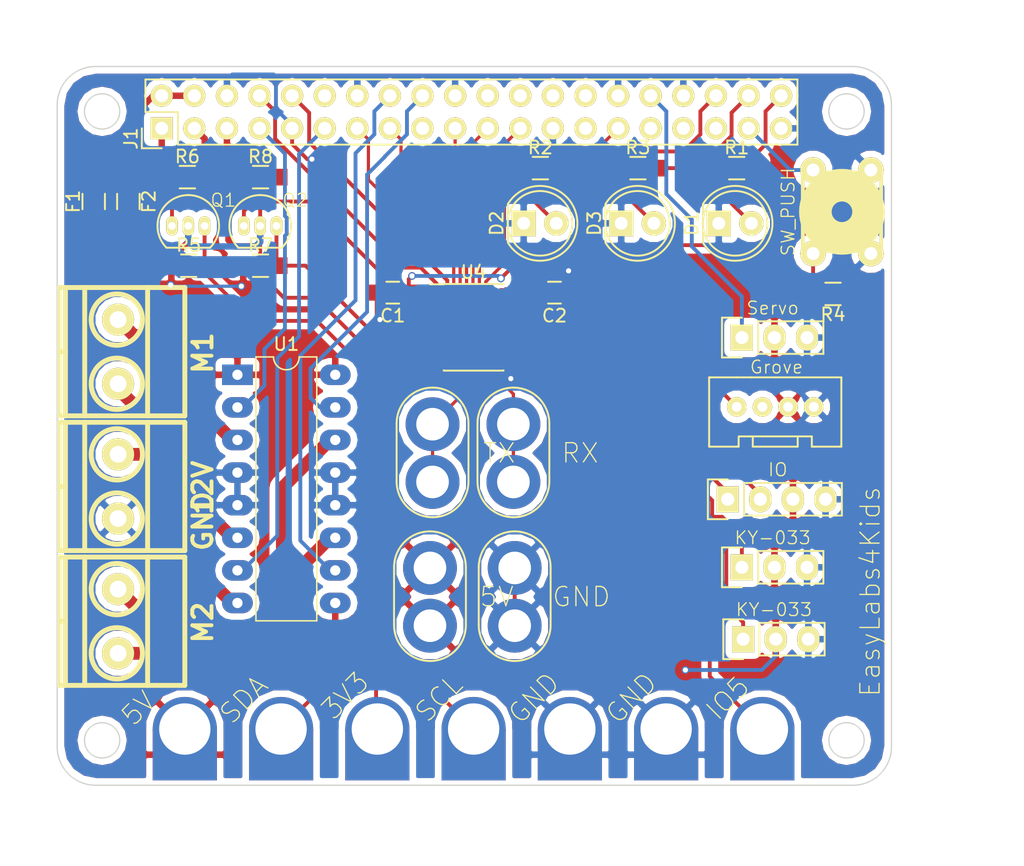
<source format=kicad_pcb>
(kicad_pcb (version 4) (host pcbnew 4.0.7)

  (general
    (links 115)
    (no_connects 0)
    (area 110 65 193.599607 134.300001)
    (thickness 1.6)
    (drawings 32)
    (tracks 367)
    (zones 0)
    (modules 40)
    (nets 43)
  )

  (page A4)
  (title_block
    (title EasyLabs4Kids)
    (date 2017-09-19)
    (rev 0)
  )

  (layers
    (0 F.Cu signal)
    (31 B.Cu signal)
    (32 B.Adhes user)
    (33 F.Adhes user)
    (34 B.Paste user)
    (35 F.Paste user)
    (36 B.SilkS user)
    (37 F.SilkS user)
    (38 B.Mask user)
    (39 F.Mask user)
    (40 Dwgs.User user)
    (41 Cmts.User user)
    (42 Eco1.User user)
    (43 Eco2.User user)
    (44 Edge.Cuts user)
    (45 Margin user)
    (46 B.CrtYd user)
    (47 F.CrtYd user)
    (48 B.Fab user)
    (49 F.Fab user)
  )

  (setup
    (last_trace_width 0.25)
    (user_trace_width 0.3)
    (user_trace_width 0.4)
    (user_trace_width 0.5)
    (user_trace_width 1)
    (trace_clearance 0.2)
    (zone_clearance 0.508)
    (zone_45_only no)
    (trace_min 0.2)
    (segment_width 0.15)
    (edge_width 0.15)
    (via_size 0.6)
    (via_drill 0.4)
    (via_min_size 0.4)
    (via_min_drill 0.3)
    (uvia_size 0.3)
    (uvia_drill 0.1)
    (uvias_allowed no)
    (uvia_min_size 0.2)
    (uvia_min_drill 0.1)
    (pcb_text_width 0.3)
    (pcb_text_size 1.5 1.5)
    (mod_edge_width 0.15)
    (mod_text_size 1 1)
    (mod_text_width 0.15)
    (pad_size 1.524 1.524)
    (pad_drill 0.762)
    (pad_to_mask_clearance 0.2)
    (aux_axis_origin 0 0)
    (visible_elements 7FFFFF7F)
    (pcbplotparams
      (layerselection 0x010fc_80000001)
      (usegerberextensions false)
      (excludeedgelayer true)
      (linewidth 0.100000)
      (plotframeref false)
      (viasonmask false)
      (mode 1)
      (useauxorigin false)
      (hpglpennumber 1)
      (hpglpenspeed 20)
      (hpglpendiameter 15)
      (hpglpenoverlay 2)
      (psnegative false)
      (psa4output false)
      (plotreference true)
      (plotvalue true)
      (plotinvisibletext false)
      (padsonsilk false)
      (subtractmaskfromsilk false)
      (outputformat 1)
      (mirror false)
      (drillshape 0)
      (scaleselection 1)
      (outputdirectory Gerbers/))
  )

  (net 0 "")
  (net 1 GND)
  (net 2 /+5V)
  (net 3 "Net-(D1-Pad2)")
  (net 4 "Net-(D2-Pad2)")
  (net 5 "Net-(D3-Pad2)")
  (net 6 "Net-(F1-Pad2)")
  (net 7 "Net-(F2-Pad1)")
  (net 8 /SDA_3V3)
  (net 9 /SCL_3V3)
  (net 10 /M1_A)
  (net 11 /TX_3V3)
  (net 12 /RX_3V3)
  (net 13 /M1_B)
  (net 14 /SERVO)
  (net 15 /M2_A)
  (net 16 /M2_B)
  (net 17 /GROVE_1_3V3)
  (net 18 /BBC_1_3V3)
  (net 19 /LF_L_3V3)
  (net 20 /LF_R_3V3)
  (net 21 /TACT_SW)
  (net 22 /IO_1_3V3)
  (net 23 /RED)
  (net 24 /IO_2_3V3)
  (net 25 /GREEN)
  (net 26 /BLUE)
  (net 27 /RX_5V)
  (net 28 /TX_5V)
  (net 29 /SCL_5V)
  (net 30 /SDA_5V)
  (net 31 /GROVE_1_5V)
  (net 32 /1Y)
  (net 33 /2Y)
  (net 34 /+12V)
  (net 35 /3Y)
  (net 36 /4Y)
  (net 37 /BBC_1_5V)
  (net 38 /IO_1_5V)
  (net 39 /IO_2_5V)
  (net 40 /LF_L_5V)
  (net 41 /LF_R_5V)
  (net 42 /+3v3)

  (net_class Default "This is the default net class."
    (clearance 0.2)
    (trace_width 0.25)
    (via_dia 0.6)
    (via_drill 0.4)
    (uvia_dia 0.3)
    (uvia_drill 0.1)
    (add_net /+12V)
    (add_net /+3v3)
    (add_net /+5V)
    (add_net /1Y)
    (add_net /2Y)
    (add_net /3Y)
    (add_net /4Y)
    (add_net /BBC_1_3V3)
    (add_net /BBC_1_5V)
    (add_net /BLUE)
    (add_net /GREEN)
    (add_net /GROVE_1_3V3)
    (add_net /GROVE_1_5V)
    (add_net /IO_1_3V3)
    (add_net /IO_1_5V)
    (add_net /IO_2_3V3)
    (add_net /IO_2_5V)
    (add_net /LF_L_3V3)
    (add_net /LF_L_5V)
    (add_net /LF_R_3V3)
    (add_net /LF_R_5V)
    (add_net /M1_A)
    (add_net /M1_B)
    (add_net /M2_A)
    (add_net /M2_B)
    (add_net /RED)
    (add_net /RX_3V3)
    (add_net /RX_5V)
    (add_net /SCL_3V3)
    (add_net /SCL_5V)
    (add_net /SDA_3V3)
    (add_net /SDA_5V)
    (add_net /SERVO)
    (add_net /TACT_SW)
    (add_net /TX_3V3)
    (add_net /TX_5V)
    (add_net GND)
    (add_net "Net-(D1-Pad2)")
    (add_net "Net-(D2-Pad2)")
    (add_net "Net-(D3-Pad2)")
    (add_net "Net-(F1-Pad2)")
    (add_net "Net-(F2-Pad1)")
  )

  (module EasyLab4Kids_Pi:C_0805_HandSoldering (layer F.Cu) (tedit 59C63194) (tstamp 59C7806A)
    (at 140.6 87.8)
    (descr "Capacitor SMD 0805, hand soldering")
    (tags "capacitor 0805")
    (path /59C4A949)
    (attr smd)
    (fp_text reference C1 (at 0 1.8) (layer F.SilkS)
      (effects (font (size 1 1) (thickness 0.15)))
    )
    (fp_text value 0.1uF (at 0 2.1) (layer F.Fab) hide
      (effects (font (size 1 1) (thickness 0.15)))
    )
    (fp_line (start -2.3 -1) (end 2.3 -1) (layer F.CrtYd) (width 0.05))
    (fp_line (start -2.3 1) (end 2.3 1) (layer F.CrtYd) (width 0.05))
    (fp_line (start -2.3 -1) (end -2.3 1) (layer F.CrtYd) (width 0.05))
    (fp_line (start 2.3 -1) (end 2.3 1) (layer F.CrtYd) (width 0.05))
    (fp_line (start 0.5 -0.85) (end -0.5 -0.85) (layer F.SilkS) (width 0.15))
    (fp_line (start -0.5 0.85) (end 0.5 0.85) (layer F.SilkS) (width 0.15))
    (pad 1 smd rect (at -1.25 0) (size 1.5 1.25) (layers F.Cu F.Paste F.Mask)
      (net 1 GND))
    (pad 2 smd rect (at 1.25 0) (size 1.5 1.25) (layers F.Cu F.Paste F.Mask)
      (net 42 /+3v3))
    (model Capacitors_SMD.3dshapes/C_0805_HandSoldering.wrl
      (at (xyz 0 0 0))
      (scale (xyz 1 1 1))
      (rotate (xyz 0 0 0))
    )
  )

  (module EasyLab4Kids_Pi:C_0805_HandSoldering (layer F.Cu) (tedit 59C63194) (tstamp 59C7806F)
    (at 153.2 87.8)
    (descr "Capacitor SMD 0805, hand soldering")
    (tags "capacitor 0805")
    (path /59C4A9ED)
    (attr smd)
    (fp_text reference C2 (at 0 1.8) (layer F.SilkS)
      (effects (font (size 1 1) (thickness 0.15)))
    )
    (fp_text value 0.1uF (at 0 2.1) (layer F.Fab) hide
      (effects (font (size 1 1) (thickness 0.15)))
    )
    (fp_line (start -2.3 -1) (end 2.3 -1) (layer F.CrtYd) (width 0.05))
    (fp_line (start -2.3 1) (end 2.3 1) (layer F.CrtYd) (width 0.05))
    (fp_line (start -2.3 -1) (end -2.3 1) (layer F.CrtYd) (width 0.05))
    (fp_line (start 2.3 -1) (end 2.3 1) (layer F.CrtYd) (width 0.05))
    (fp_line (start 0.5 -0.85) (end -0.5 -0.85) (layer F.SilkS) (width 0.15))
    (fp_line (start -0.5 0.85) (end 0.5 0.85) (layer F.SilkS) (width 0.15))
    (pad 1 smd rect (at -1.25 0) (size 1.5 1.25) (layers F.Cu F.Paste F.Mask)
      (net 2 /+5V))
    (pad 2 smd rect (at 1.25 0) (size 1.5 1.25) (layers F.Cu F.Paste F.Mask)
      (net 1 GND))
    (model Capacitors_SMD.3dshapes/C_0805_HandSoldering.wrl
      (at (xyz 0 0 0))
      (scale (xyz 1 1 1))
      (rotate (xyz 0 0 0))
    )
  )

  (module EasyLab4Kids_Pi:LED-5MM (layer F.Cu) (tedit 59C63188) (tstamp 59C78074)
    (at 166 82.4)
    (descr "LED 5mm round vertical")
    (tags "LED 5mm round vertical")
    (path /59C32A38)
    (fp_text reference D1 (at -2.1 0 90) (layer F.SilkS)
      (effects (font (size 1 1) (thickness 0.15)))
    )
    (fp_text value LED (at 1.524 -3.937) (layer F.Fab) hide
      (effects (font (size 1 1) (thickness 0.15)))
    )
    (fp_line (start -1.5 -1.55) (end -1.5 1.55) (layer F.CrtYd) (width 0.05))
    (fp_arc (start 1.3 0) (end -1.5 1.55) (angle -302) (layer F.CrtYd) (width 0.05))
    (fp_arc (start 1.27 0) (end -1.23 -1.5) (angle 297.5) (layer F.SilkS) (width 0.15))
    (fp_line (start -1.23 1.5) (end -1.23 -1.5) (layer F.SilkS) (width 0.15))
    (fp_circle (center 1.27 0) (end 0.97 -2.5) (layer F.SilkS) (width 0.15))
    (fp_text user K (at -1.905 1.905) (layer F.SilkS) hide
      (effects (font (size 1 1) (thickness 0.15)))
    )
    (pad 1 thru_hole rect (at 0 0 90) (size 2 1.9) (drill 1.00076) (layers *.Cu *.Mask F.SilkS)
      (net 1 GND))
    (pad 2 thru_hole circle (at 2.54 0) (size 1.9 1.9) (drill 1.00076) (layers *.Cu *.Mask F.SilkS)
      (net 3 "Net-(D1-Pad2)"))
    (model LEDs.3dshapes/LED-5MM.wrl
      (at (xyz 0.05 0 0))
      (scale (xyz 1 1 1))
      (rotate (xyz 0 0 90))
    )
  )

  (module EasyLab4Kids_Pi:LED-5MM (layer F.Cu) (tedit 59C63188) (tstamp 59C78079)
    (at 150.8 82.4)
    (descr "LED 5mm round vertical")
    (tags "LED 5mm round vertical")
    (path /59C32AC8)
    (fp_text reference D2 (at -2.1 0 90) (layer F.SilkS)
      (effects (font (size 1 1) (thickness 0.15)))
    )
    (fp_text value LED (at 1.524 -3.937) (layer F.Fab) hide
      (effects (font (size 1 1) (thickness 0.15)))
    )
    (fp_line (start -1.5 -1.55) (end -1.5 1.55) (layer F.CrtYd) (width 0.05))
    (fp_arc (start 1.3 0) (end -1.5 1.55) (angle -302) (layer F.CrtYd) (width 0.05))
    (fp_arc (start 1.27 0) (end -1.23 -1.5) (angle 297.5) (layer F.SilkS) (width 0.15))
    (fp_line (start -1.23 1.5) (end -1.23 -1.5) (layer F.SilkS) (width 0.15))
    (fp_circle (center 1.27 0) (end 0.97 -2.5) (layer F.SilkS) (width 0.15))
    (fp_text user K (at -1.905 1.905) (layer F.SilkS) hide
      (effects (font (size 1 1) (thickness 0.15)))
    )
    (pad 1 thru_hole rect (at 0 0 90) (size 2 1.9) (drill 1.00076) (layers *.Cu *.Mask F.SilkS)
      (net 1 GND))
    (pad 2 thru_hole circle (at 2.54 0) (size 1.9 1.9) (drill 1.00076) (layers *.Cu *.Mask F.SilkS)
      (net 4 "Net-(D2-Pad2)"))
    (model LEDs.3dshapes/LED-5MM.wrl
      (at (xyz 0.05 0 0))
      (scale (xyz 1 1 1))
      (rotate (xyz 0 0 90))
    )
  )

  (module EasyLab4Kids_Pi:LED-5MM (layer F.Cu) (tedit 59C63188) (tstamp 59C7807E)
    (at 158.4 82.4)
    (descr "LED 5mm round vertical")
    (tags "LED 5mm round vertical")
    (path /59C31908)
    (fp_text reference D3 (at -2.1 0 90) (layer F.SilkS)
      (effects (font (size 1 1) (thickness 0.15)))
    )
    (fp_text value LED (at 1.524 -3.937) (layer F.Fab) hide
      (effects (font (size 1 1) (thickness 0.15)))
    )
    (fp_line (start -1.5 -1.55) (end -1.5 1.55) (layer F.CrtYd) (width 0.05))
    (fp_arc (start 1.3 0) (end -1.5 1.55) (angle -302) (layer F.CrtYd) (width 0.05))
    (fp_arc (start 1.27 0) (end -1.23 -1.5) (angle 297.5) (layer F.SilkS) (width 0.15))
    (fp_line (start -1.23 1.5) (end -1.23 -1.5) (layer F.SilkS) (width 0.15))
    (fp_circle (center 1.27 0) (end 0.97 -2.5) (layer F.SilkS) (width 0.15))
    (fp_text user K (at -1.905 1.905) (layer F.SilkS) hide
      (effects (font (size 1 1) (thickness 0.15)))
    )
    (pad 1 thru_hole rect (at 0 0 90) (size 2 1.9) (drill 1.00076) (layers *.Cu *.Mask F.SilkS)
      (net 1 GND))
    (pad 2 thru_hole circle (at 2.54 0) (size 1.9 1.9) (drill 1.00076) (layers *.Cu *.Mask F.SilkS)
      (net 5 "Net-(D3-Pad2)"))
    (model LEDs.3dshapes/LED-5MM.wrl
      (at (xyz 0.05 0 0))
      (scale (xyz 1 1 1))
      (rotate (xyz 0 0 90))
    )
  )

  (module EasyLab4Kids_Pi:R_0805_HandSoldering (layer F.Cu) (tedit 59C62F91) (tstamp 59C78083)
    (at 117.3 80.7 90)
    (descr "Resistor SMD 0805, hand soldering")
    (tags "resistor 0805")
    (path /59C39FEB)
    (attr smd)
    (fp_text reference F1 (at 0 -1.6 90) (layer F.SilkS)
      (effects (font (size 1 1) (thickness 0.15)))
    )
    (fp_text value Polyfuse (at 0 2.1 90) (layer F.Fab) hide
      (effects (font (size 1 1) (thickness 0.15)))
    )
    (fp_line (start -2.4 -1) (end 2.4 -1) (layer F.CrtYd) (width 0.05))
    (fp_line (start -2.4 1) (end 2.4 1) (layer F.CrtYd) (width 0.05))
    (fp_line (start -2.4 -1) (end -2.4 1) (layer F.CrtYd) (width 0.05))
    (fp_line (start 2.4 -1) (end 2.4 1) (layer F.CrtYd) (width 0.05))
    (fp_line (start 0.6 0.875) (end -0.6 0.875) (layer F.SilkS) (width 0.15))
    (fp_line (start -0.6 -0.875) (end 0.6 -0.875) (layer F.SilkS) (width 0.15))
    (pad 1 smd rect (at -1.35 0 90) (size 1.5 1.3) (layers F.Cu F.Paste F.Mask)
      (net 2 /+5V))
    (pad 2 smd rect (at 1.35 0 90) (size 1.5 1.3) (layers F.Cu F.Paste F.Mask)
      (net 6 "Net-(F1-Pad2)"))
    (model Resistors_SMD.3dshapes/R_0805_HandSoldering.wrl
      (at (xyz 0 0 0))
      (scale (xyz 1 1 1))
      (rotate (xyz 0 0 0))
    )
  )

  (module EasyLab4Kids_Pi:R_0805_HandSoldering (layer F.Cu) (tedit 59C62F91) (tstamp 59C78088)
    (at 120 80.7 270)
    (descr "Resistor SMD 0805, hand soldering")
    (tags "resistor 0805")
    (path /59C3A9DF)
    (attr smd)
    (fp_text reference F2 (at 0 -1.6 270) (layer F.SilkS)
      (effects (font (size 1 1) (thickness 0.15)))
    )
    (fp_text value Polyfuse (at 0 2.1 270) (layer F.Fab) hide
      (effects (font (size 1 1) (thickness 0.15)))
    )
    (fp_line (start -2.4 -1) (end 2.4 -1) (layer F.CrtYd) (width 0.05))
    (fp_line (start -2.4 1) (end 2.4 1) (layer F.CrtYd) (width 0.05))
    (fp_line (start -2.4 -1) (end -2.4 1) (layer F.CrtYd) (width 0.05))
    (fp_line (start 2.4 -1) (end 2.4 1) (layer F.CrtYd) (width 0.05))
    (fp_line (start 0.6 0.875) (end -0.6 0.875) (layer F.SilkS) (width 0.15))
    (fp_line (start -0.6 -0.875) (end 0.6 -0.875) (layer F.SilkS) (width 0.15))
    (pad 1 smd rect (at -1.35 0 270) (size 1.5 1.3) (layers F.Cu F.Paste F.Mask)
      (net 7 "Net-(F2-Pad1)"))
    (pad 2 smd rect (at 1.35 0 270) (size 1.5 1.3) (layers F.Cu F.Paste F.Mask)
      (net 42 /+3v3))
    (model Resistors_SMD.3dshapes/R_0805_HandSoldering.wrl
      (at (xyz 0 0 0))
      (scale (xyz 1 1 1))
      (rotate (xyz 0 0 0))
    )
  )

  (module EasyLab4Kids_Pi:Pin_Header_Straight_2x20 locked (layer F.Cu) (tedit 59C62F7E) (tstamp 59C7808D)
    (at 122.6 75 90)
    (descr "Through hole pin header")
    (tags "pin header")
    (path /59C3F75B)
    (fp_text reference J1 (at -0.8 -2.4 270) (layer F.SilkS)
      (effects (font (size 1 1) (thickness 0.15)))
    )
    (fp_text value RPi_Header (at 0 -3.1 90) (layer F.Fab) hide
      (effects (font (size 1 1) (thickness 0.15)))
    )
    (fp_line (start -1.75 -1.75) (end -1.75 50.05) (layer F.CrtYd) (width 0.05))
    (fp_line (start 4.3 -1.75) (end 4.3 50.05) (layer F.CrtYd) (width 0.05))
    (fp_line (start -1.75 -1.75) (end 4.3 -1.75) (layer F.CrtYd) (width 0.05))
    (fp_line (start -1.75 50.05) (end 4.3 50.05) (layer F.CrtYd) (width 0.05))
    (fp_line (start 3.81 49.53) (end 3.81 -1.27) (layer F.SilkS) (width 0.15))
    (fp_line (start -1.27 1.27) (end -1.27 49.53) (layer F.SilkS) (width 0.15))
    (fp_line (start 3.81 49.53) (end -1.27 49.53) (layer F.SilkS) (width 0.15))
    (fp_line (start 3.81 -1.27) (end 1.27 -1.27) (layer F.SilkS) (width 0.15))
    (fp_line (start 0 -1.55) (end -1.55 -1.55) (layer F.SilkS) (width 0.15))
    (fp_line (start 1.27 -1.27) (end 1.27 1.27) (layer F.SilkS) (width 0.15))
    (fp_line (start 1.27 1.27) (end -1.27 1.27) (layer F.SilkS) (width 0.15))
    (fp_line (start -1.55 -1.55) (end -1.55 0) (layer F.SilkS) (width 0.15))
    (pad 1 thru_hole rect (at 0 0 90) (size 1.7272 1.7272) (drill 1.016) (layers *.Cu *.Mask F.SilkS)
      (net 7 "Net-(F2-Pad1)"))
    (pad 2 thru_hole oval (at 2.54 0 90) (size 1.7272 1.7272) (drill 1.016) (layers *.Cu *.Mask F.SilkS)
      (net 6 "Net-(F1-Pad2)"))
    (pad 3 thru_hole oval (at 0 2.54 90) (size 1.7272 1.7272) (drill 1.016) (layers *.Cu *.Mask F.SilkS)
      (net 8 /SDA_3V3))
    (pad 4 thru_hole oval (at 2.54 2.54 90) (size 1.7272 1.7272) (drill 1.016) (layers *.Cu *.Mask F.SilkS)
      (net 6 "Net-(F1-Pad2)"))
    (pad 5 thru_hole oval (at 0 5.08 90) (size 1.7272 1.7272) (drill 1.016) (layers *.Cu *.Mask F.SilkS)
      (net 9 /SCL_3V3))
    (pad 6 thru_hole oval (at 2.54 5.08 90) (size 1.7272 1.7272) (drill 1.016) (layers *.Cu *.Mask F.SilkS)
      (net 1 GND))
    (pad 7 thru_hole oval (at 0 7.62 90) (size 1.7272 1.7272) (drill 1.016) (layers *.Cu *.Mask F.SilkS)
      (net 10 /M1_A))
    (pad 8 thru_hole oval (at 2.54 7.62 90) (size 1.7272 1.7272) (drill 1.016) (layers *.Cu *.Mask F.SilkS)
      (net 11 /TX_3V3))
    (pad 9 thru_hole oval (at 0 10.16 90) (size 1.7272 1.7272) (drill 1.016) (layers *.Cu *.Mask F.SilkS)
      (net 1 GND))
    (pad 10 thru_hole oval (at 2.54 10.16 90) (size 1.7272 1.7272) (drill 1.016) (layers *.Cu *.Mask F.SilkS)
      (net 12 /RX_3V3))
    (pad 11 thru_hole oval (at 0 12.7 90) (size 1.7272 1.7272) (drill 1.016) (layers *.Cu *.Mask F.SilkS)
      (net 13 /M1_B))
    (pad 12 thru_hole oval (at 2.54 12.7 90) (size 1.7272 1.7272) (drill 1.016) (layers *.Cu *.Mask F.SilkS))
    (pad 13 thru_hole oval (at 0 15.24 90) (size 1.7272 1.7272) (drill 1.016) (layers *.Cu *.Mask F.SilkS)
      (net 17 /GROVE_1_3V3))
    (pad 14 thru_hole oval (at 2.54 15.24 90) (size 1.7272 1.7272) (drill 1.016) (layers *.Cu *.Mask F.SilkS)
      (net 1 GND))
    (pad 15 thru_hole oval (at 0 17.78 90) (size 1.7272 1.7272) (drill 1.016) (layers *.Cu *.Mask F.SilkS)
      (net 24 /IO_2_3V3))
    (pad 16 thru_hole oval (at 2.54 17.78 90) (size 1.7272 1.7272) (drill 1.016) (layers *.Cu *.Mask F.SilkS)
      (net 16 /M2_B))
    (pad 17 thru_hole oval (at 0 20.32 90) (size 1.7272 1.7272) (drill 1.016) (layers *.Cu *.Mask F.SilkS))
    (pad 18 thru_hole oval (at 2.54 20.32 90) (size 1.7272 1.7272) (drill 1.016) (layers *.Cu *.Mask F.SilkS)
      (net 15 /M2_A))
    (pad 19 thru_hole oval (at 0 22.86 90) (size 1.7272 1.7272) (drill 1.016) (layers *.Cu *.Mask F.SilkS)
      (net 22 /IO_1_3V3))
    (pad 20 thru_hole oval (at 2.54 22.86 90) (size 1.7272 1.7272) (drill 1.016) (layers *.Cu *.Mask F.SilkS)
      (net 1 GND))
    (pad 21 thru_hole oval (at 0 25.4 90) (size 1.7272 1.7272) (drill 1.016) (layers *.Cu *.Mask F.SilkS)
      (net 19 /LF_L_3V3))
    (pad 22 thru_hole oval (at 2.54 25.4 90) (size 1.7272 1.7272) (drill 1.016) (layers *.Cu *.Mask F.SilkS))
    (pad 23 thru_hole oval (at 0 27.94 90) (size 1.7272 1.7272) (drill 1.016) (layers *.Cu *.Mask F.SilkS)
      (net 20 /LF_R_3V3))
    (pad 24 thru_hole oval (at 2.54 27.94 90) (size 1.7272 1.7272) (drill 1.016) (layers *.Cu *.Mask F.SilkS))
    (pad 25 thru_hole oval (at 0 30.48 90) (size 1.7272 1.7272) (drill 1.016) (layers *.Cu *.Mask F.SilkS)
      (net 1 GND))
    (pad 26 thru_hole oval (at 2.54 30.48 90) (size 1.7272 1.7272) (drill 1.016) (layers *.Cu *.Mask F.SilkS))
    (pad 27 thru_hole oval (at 0 33.02 90) (size 1.7272 1.7272) (drill 1.016) (layers *.Cu *.Mask F.SilkS))
    (pad 28 thru_hole oval (at 2.54 33.02 90) (size 1.7272 1.7272) (drill 1.016) (layers *.Cu *.Mask F.SilkS))
    (pad 29 thru_hole oval (at 0 35.56 90) (size 1.7272 1.7272) (drill 1.016) (layers *.Cu *.Mask F.SilkS)
      (net 18 /BBC_1_3V3))
    (pad 30 thru_hole oval (at 2.54 35.56 90) (size 1.7272 1.7272) (drill 1.016) (layers *.Cu *.Mask F.SilkS)
      (net 1 GND))
    (pad 31 thru_hole oval (at 0 38.1 90) (size 1.7272 1.7272) (drill 1.016) (layers *.Cu *.Mask F.SilkS))
    (pad 32 thru_hole oval (at 2.54 38.1 90) (size 1.7272 1.7272) (drill 1.016) (layers *.Cu *.Mask F.SilkS)
      (net 14 /SERVO))
    (pad 33 thru_hole oval (at 0 40.64 90) (size 1.7272 1.7272) (drill 1.016) (layers *.Cu *.Mask F.SilkS))
    (pad 34 thru_hole oval (at 2.54 40.64 90) (size 1.7272 1.7272) (drill 1.016) (layers *.Cu *.Mask F.SilkS)
      (net 1 GND))
    (pad 35 thru_hole oval (at 0 43.18 90) (size 1.7272 1.7272) (drill 1.016) (layers *.Cu *.Mask F.SilkS))
    (pad 36 thru_hole oval (at 2.54 43.18 90) (size 1.7272 1.7272) (drill 1.016) (layers *.Cu *.Mask F.SilkS)
      (net 25 /GREEN))
    (pad 37 thru_hole oval (at 0 45.72 90) (size 1.7272 1.7272) (drill 1.016) (layers *.Cu *.Mask F.SilkS)
      (net 21 /TACT_SW))
    (pad 38 thru_hole oval (at 2.54 45.72 90) (size 1.7272 1.7272) (drill 1.016) (layers *.Cu *.Mask F.SilkS)
      (net 26 /BLUE))
    (pad 39 thru_hole oval (at 0 48.26 90) (size 1.7272 1.7272) (drill 1.016) (layers *.Cu *.Mask F.SilkS)
      (net 1 GND))
    (pad 40 thru_hole oval (at 2.54 48.26 90) (size 1.7272 1.7272) (drill 1.016) (layers *.Cu *.Mask F.SilkS)
      (net 23 /RED))
    (model Pin_Headers.3dshapes/Pin_Header_Straight_2x20.wrl
      (at (xyz 0.05 -0.95 0))
      (scale (xyz 1 1 1))
      (rotate (xyz 0 0 90))
    )
  )

  (module EasyLab4Kids_Pi:Makey_conn (layer F.Cu) (tedit 59C635DE) (tstamp 59C780B8)
    (at 150 100.3 180)
    (path /59C09654)
    (fp_text reference J2 (at -3.6 -0.1 270) (layer F.SilkS) hide
      (effects (font (size 1 1) (thickness 0.15)))
    )
    (fp_text value RX (at -5.2 0 180) (layer F.SilkS)
      (effects (font (size 1.5 1.5) (thickness 0.1)))
    )
    (fp_line (start 2.8 2.3) (end 2.8 -2.2) (layer F.SilkS) (width 0.15))
    (fp_line (start -2.8 2.3) (end -2.8 -2.2) (layer F.SilkS) (width 0.15))
    (fp_arc (start 0 2.3) (end 0 5.1) (angle 90) (layer F.SilkS) (width 0.15))
    (fp_arc (start 0 2.3) (end 2.8 2.3) (angle 90) (layer F.SilkS) (width 0.15))
    (fp_arc (start 0 -2.2) (end 0 -5) (angle 90) (layer F.SilkS) (width 0.15))
    (fp_arc (start 0 -2.2) (end -2.8 -2.2) (angle 90) (layer F.SilkS) (width 0.15))
    (pad 1 thru_hole circle (at 0 -2.25 180) (size 4.2 4.2) (drill 2.54) (layers *.Cu *.Mask)
      (net 27 /RX_5V))
    (pad 1 thru_hole circle (at 0 2.25 180) (size 4.2 4.2) (drill 2.54) (layers *.Cu *.Mask)
      (net 27 /RX_5V))
  )

  (module EasyLab4Kids_Pi:Makey_conn (layer F.Cu) (tedit 59C635DE) (tstamp 59C780BD)
    (at 143.7 100.3 180)
    (path /59C096D8)
    (fp_text reference J3 (at -3.6 -0.1 270) (layer F.SilkS) hide
      (effects (font (size 1 1) (thickness 0.15)))
    )
    (fp_text value TX (at -5.2 0 180) (layer F.SilkS)
      (effects (font (size 1.5 1.5) (thickness 0.1)))
    )
    (fp_line (start 2.8 2.3) (end 2.8 -2.2) (layer F.SilkS) (width 0.15))
    (fp_line (start -2.8 2.3) (end -2.8 -2.2) (layer F.SilkS) (width 0.15))
    (fp_arc (start 0 2.3) (end 0 5.1) (angle 90) (layer F.SilkS) (width 0.15))
    (fp_arc (start 0 2.3) (end 2.8 2.3) (angle 90) (layer F.SilkS) (width 0.15))
    (fp_arc (start 0 -2.2) (end 0 -5) (angle 90) (layer F.SilkS) (width 0.15))
    (fp_arc (start 0 -2.2) (end -2.8 -2.2) (angle 90) (layer F.SilkS) (width 0.15))
    (pad 1 thru_hole circle (at 0 -2.25 180) (size 4.2 4.2) (drill 2.54) (layers *.Cu *.Mask)
      (net 28 /TX_5V))
    (pad 1 thru_hole circle (at 0 2.25 180) (size 4.2 4.2) (drill 2.54) (layers *.Cu *.Mask)
      (net 28 /TX_5V))
  )

  (module EasyLab4Kids_Pi:Makey_conn (layer F.Cu) (tedit 59C635DE) (tstamp 59C780C2)
    (at 143.5 111.5 180)
    (path /59C0973F)
    (fp_text reference J4 (at -3.6 -0.1 270) (layer F.SilkS) hide
      (effects (font (size 1 1) (thickness 0.15)))
    )
    (fp_text value 5V (at -5.2 0 180) (layer F.SilkS)
      (effects (font (size 1.5 1.5) (thickness 0.1)))
    )
    (fp_line (start 2.8 2.3) (end 2.8 -2.2) (layer F.SilkS) (width 0.15))
    (fp_line (start -2.8 2.3) (end -2.8 -2.2) (layer F.SilkS) (width 0.15))
    (fp_arc (start 0 2.3) (end 0 5.1) (angle 90) (layer F.SilkS) (width 0.15))
    (fp_arc (start 0 2.3) (end 2.8 2.3) (angle 90) (layer F.SilkS) (width 0.15))
    (fp_arc (start 0 -2.2) (end 0 -5) (angle 90) (layer F.SilkS) (width 0.15))
    (fp_arc (start 0 -2.2) (end -2.8 -2.2) (angle 90) (layer F.SilkS) (width 0.15))
    (pad 1 thru_hole circle (at 0 -2.25 180) (size 4.2 4.2) (drill 2.54) (layers *.Cu *.Mask)
      (net 2 /+5V))
    (pad 1 thru_hole circle (at 0 2.25 180) (size 4.2 4.2) (drill 2.54) (layers *.Cu *.Mask)
      (net 2 /+5V))
  )

  (module EasyLab4Kids_Pi:Makey_conn (layer F.Cu) (tedit 59C635DE) (tstamp 59C780C7)
    (at 150.1 111.5 180)
    (path /59C0979F)
    (fp_text reference J5 (at -3.6 -0.1 270) (layer F.SilkS) hide
      (effects (font (size 1 1) (thickness 0.15)))
    )
    (fp_text value GND (at -5.2 0 180) (layer F.SilkS)
      (effects (font (size 1.5 1.5) (thickness 0.1)))
    )
    (fp_line (start 2.8 2.3) (end 2.8 -2.2) (layer F.SilkS) (width 0.15))
    (fp_line (start -2.8 2.3) (end -2.8 -2.2) (layer F.SilkS) (width 0.15))
    (fp_arc (start 0 2.3) (end 0 5.1) (angle 90) (layer F.SilkS) (width 0.15))
    (fp_arc (start 0 2.3) (end 2.8 2.3) (angle 90) (layer F.SilkS) (width 0.15))
    (fp_arc (start 0 -2.2) (end 0 -5) (angle 90) (layer F.SilkS) (width 0.15))
    (fp_arc (start 0 -2.2) (end -2.8 -2.2) (angle 90) (layer F.SilkS) (width 0.15))
    (pad 1 thru_hole circle (at 0 -2.25 180) (size 4.2 4.2) (drill 2.54) (layers *.Cu *.Mask)
      (net 1 GND))
    (pad 1 thru_hole circle (at 0 2.25 180) (size 4.2 4.2) (drill 2.54) (layers *.Cu *.Mask)
      (net 1 GND))
  )

  (module EasyLab4Kids_Pi:BBC_CONNECTOR (layer F.Cu) (tedit 59BC81C7) (tstamp 59C780CC)
    (at 124.4 121.8)
    (path /59C0849E)
    (fp_text reference J6 (at 0 0.125) (layer F.Fab)
      (effects (font (size 0.1 0.1) (thickness 0.01)))
    )
    (fp_text value 5V (at 0 -0.125) (layer F.Fab)
      (effects (font (size 0.1 0.1) (thickness 0.01)))
    )
    (fp_text user %R (at 0 0 180) (layer Eco1.User)
      (effects (font (size 0.3 0.3) (thickness 0.03)))
    )
    (fp_line (start 0 -3.1) (end 0 3.1) (layer Cmts.User) (width 0.05))
    (fp_line (start -3.1 0) (end 3.1 0) (layer Cmts.User) (width 0.05))
    (fp_arc (start 0 0) (end -2.7 0) (angle 180) (layer F.CrtYd) (width 0.05))
    (fp_line (start 2.7 4.2) (end 2.7 0) (layer F.CrtYd) (width 0.05))
    (fp_line (start -2.7 4.2) (end 2.7 4.2) (layer F.CrtYd) (width 0.05))
    (fp_line (start -2.7 0) (end -2.7 4.2) (layer F.CrtYd) (width 0.05))
    (pad 1 thru_hole circle (at 0 0) (size 5 5) (drill 4) (layers *.Cu *.Mask)
      (net 2 /+5V))
    (pad 1 smd rect (at 0 2) (size 5 4) (layers F.Cu F.Mask)
      (net 2 /+5V))
    (pad 1 smd rect (at 0 2) (size 5 4) (layers *.Mask B.Cu)
      (net 2 /+5V))
  )

  (module EasyLab4Kids_Pi:BBC_CONNECTOR (layer F.Cu) (tedit 59BC81C7) (tstamp 59C780D2)
    (at 154.4 121.8)
    (path /59C0859D)
    (fp_text reference J7 (at 0 0.125) (layer F.Fab)
      (effects (font (size 0.1 0.1) (thickness 0.01)))
    )
    (fp_text value GND (at 0 -0.125) (layer F.Fab)
      (effects (font (size 0.1 0.1) (thickness 0.01)))
    )
    (fp_text user %R (at 0 0 180) (layer Eco1.User)
      (effects (font (size 0.3 0.3) (thickness 0.03)))
    )
    (fp_line (start 0 -3.1) (end 0 3.1) (layer Cmts.User) (width 0.05))
    (fp_line (start -3.1 0) (end 3.1 0) (layer Cmts.User) (width 0.05))
    (fp_arc (start 0 0) (end -2.7 0) (angle 180) (layer F.CrtYd) (width 0.05))
    (fp_line (start 2.7 4.2) (end 2.7 0) (layer F.CrtYd) (width 0.05))
    (fp_line (start -2.7 4.2) (end 2.7 4.2) (layer F.CrtYd) (width 0.05))
    (fp_line (start -2.7 0) (end -2.7 4.2) (layer F.CrtYd) (width 0.05))
    (pad 1 thru_hole circle (at 0 0) (size 5 5) (drill 4) (layers *.Cu *.Mask)
      (net 1 GND))
    (pad 1 smd rect (at 0 2) (size 5 4) (layers F.Cu F.Mask)
      (net 1 GND))
    (pad 1 smd rect (at 0 2) (size 5 4) (layers *.Mask B.Cu)
      (net 1 GND))
  )

  (module EasyLab4Kids_Pi:BBC_CONNECTOR (layer F.Cu) (tedit 59BC81C7) (tstamp 59C780D8)
    (at 139.4 121.8)
    (path /59C085C8)
    (fp_text reference J8 (at 0 0.125) (layer F.Fab)
      (effects (font (size 0.1 0.1) (thickness 0.01)))
    )
    (fp_text value 3V3 (at 0 -0.125) (layer F.Fab)
      (effects (font (size 0.1 0.1) (thickness 0.01)))
    )
    (fp_text user %R (at 0 0 180) (layer Eco1.User)
      (effects (font (size 0.3 0.3) (thickness 0.03)))
    )
    (fp_line (start 0 -3.1) (end 0 3.1) (layer Cmts.User) (width 0.05))
    (fp_line (start -3.1 0) (end 3.1 0) (layer Cmts.User) (width 0.05))
    (fp_arc (start 0 0) (end -2.7 0) (angle 180) (layer F.CrtYd) (width 0.05))
    (fp_line (start 2.7 4.2) (end 2.7 0) (layer F.CrtYd) (width 0.05))
    (fp_line (start -2.7 4.2) (end 2.7 4.2) (layer F.CrtYd) (width 0.05))
    (fp_line (start -2.7 0) (end -2.7 4.2) (layer F.CrtYd) (width 0.05))
    (pad 1 thru_hole circle (at 0 0) (size 5 5) (drill 4) (layers *.Cu *.Mask)
      (net 42 /+3v3))
    (pad 1 smd rect (at 0 2) (size 5 4) (layers F.Cu F.Mask)
      (net 42 /+3v3))
    (pad 1 smd rect (at 0 2) (size 5 4) (layers *.Mask B.Cu)
      (net 42 /+3v3))
  )

  (module EasyLab4Kids_Pi:BBC_CONNECTOR (layer F.Cu) (tedit 59BC81C7) (tstamp 59C780DE)
    (at 161.9 121.8)
    (path /59C08612)
    (fp_text reference J9 (at 0 0.125) (layer F.Fab)
      (effects (font (size 0.1 0.1) (thickness 0.01)))
    )
    (fp_text value GND (at 0 -0.125) (layer F.Fab)
      (effects (font (size 0.1 0.1) (thickness 0.01)))
    )
    (fp_text user %R (at 0 0 180) (layer Eco1.User)
      (effects (font (size 0.3 0.3) (thickness 0.03)))
    )
    (fp_line (start 0 -3.1) (end 0 3.1) (layer Cmts.User) (width 0.05))
    (fp_line (start -3.1 0) (end 3.1 0) (layer Cmts.User) (width 0.05))
    (fp_arc (start 0 0) (end -2.7 0) (angle 180) (layer F.CrtYd) (width 0.05))
    (fp_line (start 2.7 4.2) (end 2.7 0) (layer F.CrtYd) (width 0.05))
    (fp_line (start -2.7 4.2) (end 2.7 4.2) (layer F.CrtYd) (width 0.05))
    (fp_line (start -2.7 0) (end -2.7 4.2) (layer F.CrtYd) (width 0.05))
    (pad 1 thru_hole circle (at 0 0) (size 5 5) (drill 4) (layers *.Cu *.Mask)
      (net 1 GND))
    (pad 1 smd rect (at 0 2) (size 5 4) (layers F.Cu F.Mask)
      (net 1 GND))
    (pad 1 smd rect (at 0 2) (size 5 4) (layers *.Mask B.Cu)
      (net 1 GND))
  )

  (module EasyLab4Kids_Pi:BBC_CONNECTOR (layer F.Cu) (tedit 59BC81C7) (tstamp 59C780E4)
    (at 146.9 121.8)
    (path /59C0865B)
    (fp_text reference J10 (at 0 0.125) (layer F.Fab)
      (effects (font (size 0.1 0.1) (thickness 0.01)))
    )
    (fp_text value IO (at 0 -0.125) (layer F.Fab)
      (effects (font (size 0.1 0.1) (thickness 0.01)))
    )
    (fp_text user %R (at 0 0 180) (layer Eco1.User)
      (effects (font (size 0.3 0.3) (thickness 0.03)))
    )
    (fp_line (start 0 -3.1) (end 0 3.1) (layer Cmts.User) (width 0.05))
    (fp_line (start -3.1 0) (end 3.1 0) (layer Cmts.User) (width 0.05))
    (fp_arc (start 0 0) (end -2.7 0) (angle 180) (layer F.CrtYd) (width 0.05))
    (fp_line (start 2.7 4.2) (end 2.7 0) (layer F.CrtYd) (width 0.05))
    (fp_line (start -2.7 4.2) (end 2.7 4.2) (layer F.CrtYd) (width 0.05))
    (fp_line (start -2.7 0) (end -2.7 4.2) (layer F.CrtYd) (width 0.05))
    (pad 1 thru_hole circle (at 0 0) (size 5 5) (drill 4) (layers *.Cu *.Mask)
      (net 29 /SCL_5V))
    (pad 1 smd rect (at 0 2) (size 5 4) (layers F.Cu F.Mask)
      (net 29 /SCL_5V))
    (pad 1 smd rect (at 0 2) (size 5 4) (layers *.Mask B.Cu)
      (net 29 /SCL_5V))
  )

  (module EasyLab4Kids_Pi:BBC_CONNECTOR (layer F.Cu) (tedit 59BC81C7) (tstamp 59C780EA)
    (at 131.9 121.8)
    (path /59C086AF)
    (fp_text reference J11 (at 0 0.125) (layer F.Fab)
      (effects (font (size 0.1 0.1) (thickness 0.01)))
    )
    (fp_text value IO (at 0 -0.125) (layer F.Fab)
      (effects (font (size 0.1 0.1) (thickness 0.01)))
    )
    (fp_text user %R (at 0 0 180) (layer Eco1.User)
      (effects (font (size 0.3 0.3) (thickness 0.03)))
    )
    (fp_line (start 0 -3.1) (end 0 3.1) (layer Cmts.User) (width 0.05))
    (fp_line (start -3.1 0) (end 3.1 0) (layer Cmts.User) (width 0.05))
    (fp_arc (start 0 0) (end -2.7 0) (angle 180) (layer F.CrtYd) (width 0.05))
    (fp_line (start 2.7 4.2) (end 2.7 0) (layer F.CrtYd) (width 0.05))
    (fp_line (start -2.7 4.2) (end 2.7 4.2) (layer F.CrtYd) (width 0.05))
    (fp_line (start -2.7 0) (end -2.7 4.2) (layer F.CrtYd) (width 0.05))
    (pad 1 thru_hole circle (at 0 0) (size 5 5) (drill 4) (layers *.Cu *.Mask)
      (net 30 /SDA_5V))
    (pad 1 smd rect (at 0 2) (size 5 4) (layers F.Cu F.Mask)
      (net 30 /SDA_5V))
    (pad 1 smd rect (at 0 2) (size 5 4) (layers *.Mask B.Cu)
      (net 30 /SDA_5V))
  )

  (module EasyLab4Kids_Pi:grove_1x04 (layer F.Cu) (tedit 5874847A) (tstamp 59C780F0)
    (at 167.4 96.7 90)
    (descr http://electronics.stackexchange.com/questions/247361/grove-connector-smd-footprint-dimensions)
    (tags Grove-1x04)
    (path /59C54555)
    (fp_text reference J12 (at -1 -3 90) (layer F.SilkS) hide
      (effects (font (size 1 1) (thickness 0.15)))
    )
    (fp_text value Grove (at 3.1 3.1 360) (layer F.SilkS)
      (effects (font (size 1 1) (thickness 0.1)))
    )
    (fp_line (start 2.3 1.2) (end 2.3 0) (layer F.SilkS) (width 0.15))
    (fp_line (start -2.3 1.1) (end -2.3 0.2) (layer F.SilkS) (width 0.15))
    (fp_line (start 2.55 -2.4) (end -3.35 -2.4) (layer B.CrtYd) (width 0.05))
    (fp_line (start -3.35 -2.4) (end -3.35 8.4) (layer B.CrtYd) (width 0.05))
    (fp_line (start -3.35 8.4) (end 2.55 8.4) (layer B.CrtYd) (width 0.05))
    (fp_line (start 2.55 8.4) (end 2.55 -2.4) (layer B.CrtYd) (width 0.05))
    (fp_line (start -3.05 -2.4) (end -3.35 -2.4) (layer F.CrtYd) (width 0.05))
    (fp_line (start -3.35 -2.4) (end -3.35 8.4) (layer F.CrtYd) (width 0.05))
    (fp_line (start -3.35 8.4) (end 2.55 8.4) (layer F.CrtYd) (width 0.05))
    (fp_line (start 2.55 8.4) (end 2.55 -2.4) (layer F.CrtYd) (width 0.05))
    (fp_line (start -3.05 -2.4) (end 2.55 -2.4) (layer F.CrtYd) (width 0.05))
    (fp_line (start -2.95 0.15) (end -2.3 0.15) (layer F.SilkS) (width 0.15))
    (fp_line (start -2.3 1.05) (end -2.3 5.85) (layer F.SilkS) (width 0.15))
    (fp_line (start -2.95 8.15) (end -3.1 8.15) (layer F.SilkS) (width 0.15))
    (fp_line (start -3.1 8.15) (end -3.1 8) (layer F.SilkS) (width 0.15))
    (fp_line (start -3.1 6) (end -3.1 5.85) (layer F.SilkS) (width 0.15))
    (fp_line (start 2 8.15) (end 2.15 8.15) (layer F.SilkS) (width 0.15))
    (fp_line (start 2.15 8.15) (end 2.3 8.15) (layer F.SilkS) (width 0.15))
    (fp_line (start 2.3 8.15) (end 2.3 3) (layer F.SilkS) (width 0.15))
    (fp_line (start 2.3 -2) (end 2.3 0.1) (layer F.SilkS) (width 0.15))
    (fp_line (start -2.95 0.15) (end -3.1 0.15) (layer F.SilkS) (width 0.15))
    (fp_line (start -3.1 0.15) (end -3.1 0) (layer F.SilkS) (width 0.15))
    (fp_line (start -3.1 -2) (end -3.1 -2.15) (layer F.SilkS) (width 0.15))
    (fp_line (start -3.1 -2.15) (end -2.95 -2.15) (layer F.SilkS) (width 0.15))
    (fp_line (start 2 -2.15) (end 2.3 -2.15) (layer F.SilkS) (width 0.15))
    (fp_line (start 2.3 -2.15) (end 2.3 -2.05) (layer F.SilkS) (width 0.15))
    (fp_line (start 2.3 -2.05) (end 2.3 -2) (layer F.SilkS) (width 0.15))
    (fp_line (start -2.3 1.25) (end -3.1 1.25) (layer F.SilkS) (width 0.15))
    (fp_line (start -3.1 1.25) (end -3.1 4.75) (layer F.SilkS) (width 0.15))
    (fp_line (start -3.1 4.75) (end -2.3 4.75) (layer F.SilkS) (width 0.15))
    (fp_line (start 2.3 1.05) (end 2.3 3) (layer F.SilkS) (width 0.15))
    (fp_line (start -2.95 -2.15) (end 2 -2.15) (layer F.SilkS) (width 0.15))
    (fp_line (start -2.95 8.15) (end 2 8.15) (layer F.SilkS) (width 0.15))
    (fp_line (start -3.1 5.85) (end -2.3 5.85) (layer F.SilkS) (width 0.15))
    (fp_line (start -3.1 -2) (end -3.1 0) (layer F.SilkS) (width 0.15))
    (fp_line (start -3.1 6) (end -3.1 8) (layer F.SilkS) (width 0.15))
    (fp_line (start -3.35 -2.4) (end 2.55 -2.4) (layer F.Fab) (width 0.1))
    (fp_line (start 2.55 -2.4) (end 2.55 8.4) (layer F.Fab) (width 0.1))
    (fp_line (start 2.55 8.4) (end -3.35 8.4) (layer F.Fab) (width 0.1))
    (fp_line (start -3.35 8.4) (end -3.35 -2.4) (layer F.Fab) (width 0.1))
    (fp_line (start 2.55 8.4) (end -3.35 8.4) (layer B.Fab) (width 0.1))
    (fp_line (start -3.35 8.4) (end -3.35 -2.4) (layer B.Fab) (width 0.1))
    (fp_line (start -3.35 -2.4) (end 2.55 -2.4) (layer B.Fab) (width 0.1))
    (fp_line (start 2.55 -2.4) (end 2.55 8.375) (layer B.Fab) (width 0.1))
    (pad 1 thru_hole circle (at 0 0 90) (size 1.524 1.524) (drill 0.762) (layers *.Cu *.Mask F.SilkS)
      (net 31 /GROVE_1_5V))
    (pad 2 thru_hole circle (at 0 2 90) (size 1.524 1.524) (drill 0.762) (layers *.Cu *.Mask F.SilkS))
    (pad 3 thru_hole circle (at 0 4 90) (size 1.524 1.524) (drill 0.762) (layers *.Cu *.Mask F.SilkS)
      (net 2 /+5V))
    (pad 4 thru_hole circle (at 0 6 90) (size 1.524 1.524) (drill 0.762) (layers *.Cu *.Mask F.SilkS)
      (net 1 GND))
    (model walter/pin_strip/pin_socket_2mm_4.wrl
      (at (xyz 0 -0.12 0))
      (scale (xyz 1 1 1))
      (rotate (xyz 0 0 90))
    )
  )

  (module EasyLab4Kids_Pi:Pin_Header_Straight_1x03 (layer F.Cu) (tedit 58748465) (tstamp 59C780F7)
    (at 167.8 91.3 90)
    (descr "Through hole pin header")
    (tags "pin header")
    (path /59C091DF)
    (fp_text reference J14 (at -3 0 90) (layer F.SilkS) hide
      (effects (font (size 1 1) (thickness 0.15)))
    )
    (fp_text value Servo (at 2.3 2.4 180) (layer F.SilkS)
      (effects (font (size 1 1) (thickness 0.1)))
    )
    (fp_line (start -1.75 -1.75) (end -1.75 6.85) (layer F.CrtYd) (width 0.05))
    (fp_line (start 1.75 -1.75) (end 1.75 6.85) (layer F.CrtYd) (width 0.05))
    (fp_line (start -1.75 -1.75) (end 1.75 -1.75) (layer F.CrtYd) (width 0.05))
    (fp_line (start -1.75 6.85) (end 1.75 6.85) (layer F.CrtYd) (width 0.05))
    (fp_line (start -1.27 1.27) (end -1.27 6.35) (layer F.SilkS) (width 0.15))
    (fp_line (start -1.27 6.35) (end 1.27 6.35) (layer F.SilkS) (width 0.15))
    (fp_line (start 1.27 6.35) (end 1.27 1.27) (layer F.SilkS) (width 0.15))
    (fp_line (start 1.55 -1.55) (end 1.55 0) (layer F.SilkS) (width 0.15))
    (fp_line (start 1.27 1.27) (end -1.27 1.27) (layer F.SilkS) (width 0.15))
    (fp_line (start -1.55 0) (end -1.55 -1.55) (layer F.SilkS) (width 0.15))
    (fp_line (start -1.55 -1.55) (end 1.55 -1.55) (layer F.SilkS) (width 0.15))
    (pad 1 thru_hole rect (at 0 0 90) (size 2.032 1.7272) (drill 1.016) (layers *.Cu *.Mask F.SilkS)
      (net 14 /SERVO))
    (pad 2 thru_hole oval (at 0 2.54 90) (size 2.032 1.7272) (drill 1.016) (layers *.Cu *.Mask F.SilkS)
      (net 2 /+5V))
    (pad 3 thru_hole oval (at 0 5.08 90) (size 2.032 1.7272) (drill 1.016) (layers *.Cu *.Mask F.SilkS)
      (net 1 GND))
    (model Pin_Headers.3dshapes/Pin_Header_Straight_1x03.wrl
      (at (xyz 0 -0.1 0))
      (scale (xyz 1 1 1))
      (rotate (xyz 0 0 90))
    )
  )

  (module EasyLab4Kids_Pi:mkds_1,5-2 (layer F.Cu) (tedit 59C62FAF) (tstamp 59C780FD)
    (at 119.2 92.4 270)
    (descr "2-way 5mm pitch terminal block, Phoenix MKDS series")
    (path /59C08A17)
    (fp_text reference J15 (at 0 -6.6 270) (layer F.SilkS) hide
      (effects (font (size 1.5 1.5) (thickness 0.3)))
    )
    (fp_text value M1 (at 0.1 -6.6 270) (layer F.SilkS)
      (effects (font (size 1.5 1.5) (thickness 0.3)))
    )
    (fp_line (start 0 4.1) (end 0 4.6) (layer F.SilkS) (width 0.381))
    (fp_circle (center 2.5 0.1) (end 0.5 0.1) (layer F.SilkS) (width 0.381))
    (fp_circle (center -2.5 0.1) (end -0.5 0.1) (layer F.SilkS) (width 0.381))
    (fp_line (start -5 2.6) (end 5 2.6) (layer F.SilkS) (width 0.381))
    (fp_line (start -5 -2.3) (end 5 -2.3) (layer F.SilkS) (width 0.381))
    (fp_line (start -5 4.1) (end 5 4.1) (layer F.SilkS) (width 0.381))
    (fp_line (start -5 4.6) (end 5 4.6) (layer F.SilkS) (width 0.381))
    (fp_line (start 5 4.6) (end 5 -5.2) (layer F.SilkS) (width 0.381))
    (fp_line (start 5 -5.2) (end -5 -5.2) (layer F.SilkS) (width 0.381))
    (fp_line (start -5 -5.2) (end -5 4.6) (layer F.SilkS) (width 0.381))
    (pad 1 thru_hole circle (at -2.5 0 270) (size 2.5 2.5) (drill 1.3) (layers *.Cu *.Mask F.SilkS)
      (net 32 /1Y))
    (pad 2 thru_hole circle (at 2.5 0 270) (size 2.5 2.5) (drill 1.3) (layers *.Cu *.Mask F.SilkS)
      (net 33 /2Y))
    (model walter/conn_mkds/mkds_1,5-2.wrl
      (at (xyz 0 0 0))
      (scale (xyz 1 1 1))
      (rotate (xyz 0 0 0))
    )
  )

  (module EasyLab4Kids_Pi:mkds_1,5-2 (layer F.Cu) (tedit 59C62FAF) (tstamp 59C78102)
    (at 119.2 102.9 270)
    (descr "2-way 5mm pitch terminal block, Phoenix MKDS series")
    (path /59C08B1D)
    (fp_text reference J16 (at 0 -6.6 270) (layer F.SilkS) hide
      (effects (font (size 1.5 1.5) (thickness 0.3)))
    )
    (fp_text value 12V (at 0.1 -6.6 270) (layer F.SilkS)
      (effects (font (size 1.5 1.5) (thickness 0.3)))
    )
    (fp_line (start 0 4.1) (end 0 4.6) (layer F.SilkS) (width 0.381))
    (fp_circle (center 2.5 0.1) (end 0.5 0.1) (layer F.SilkS) (width 0.381))
    (fp_circle (center -2.5 0.1) (end -0.5 0.1) (layer F.SilkS) (width 0.381))
    (fp_line (start -5 2.6) (end 5 2.6) (layer F.SilkS) (width 0.381))
    (fp_line (start -5 -2.3) (end 5 -2.3) (layer F.SilkS) (width 0.381))
    (fp_line (start -5 4.1) (end 5 4.1) (layer F.SilkS) (width 0.381))
    (fp_line (start -5 4.6) (end 5 4.6) (layer F.SilkS) (width 0.381))
    (fp_line (start 5 4.6) (end 5 -5.2) (layer F.SilkS) (width 0.381))
    (fp_line (start 5 -5.2) (end -5 -5.2) (layer F.SilkS) (width 0.381))
    (fp_line (start -5 -5.2) (end -5 4.6) (layer F.SilkS) (width 0.381))
    (pad 1 thru_hole circle (at -2.5 0 270) (size 2.5 2.5) (drill 1.3) (layers *.Cu *.Mask F.SilkS)
      (net 34 /+12V))
    (pad 2 thru_hole circle (at 2.5 0 270) (size 2.5 2.5) (drill 1.3) (layers *.Cu *.Mask F.SilkS)
      (net 1 GND))
    (model walter/conn_mkds/mkds_1,5-2.wrl
      (at (xyz 0 0 0))
      (scale (xyz 1 1 1))
      (rotate (xyz 0 0 0))
    )
  )

  (module EasyLab4Kids_Pi:mkds_1,5-2 (layer F.Cu) (tedit 59C62FAF) (tstamp 59C78107)
    (at 119.2 113.4 270)
    (descr "2-way 5mm pitch terminal block, Phoenix MKDS series")
    (path /59C08B57)
    (fp_text reference J17 (at 0 -6.6 270) (layer F.SilkS) hide
      (effects (font (size 1.5 1.5) (thickness 0.3)))
    )
    (fp_text value M2 (at 0.1 -6.6 270) (layer F.SilkS)
      (effects (font (size 1.5 1.5) (thickness 0.3)))
    )
    (fp_line (start 0 4.1) (end 0 4.6) (layer F.SilkS) (width 0.381))
    (fp_circle (center 2.5 0.1) (end 0.5 0.1) (layer F.SilkS) (width 0.381))
    (fp_circle (center -2.5 0.1) (end -0.5 0.1) (layer F.SilkS) (width 0.381))
    (fp_line (start -5 2.6) (end 5 2.6) (layer F.SilkS) (width 0.381))
    (fp_line (start -5 -2.3) (end 5 -2.3) (layer F.SilkS) (width 0.381))
    (fp_line (start -5 4.1) (end 5 4.1) (layer F.SilkS) (width 0.381))
    (fp_line (start -5 4.6) (end 5 4.6) (layer F.SilkS) (width 0.381))
    (fp_line (start 5 4.6) (end 5 -5.2) (layer F.SilkS) (width 0.381))
    (fp_line (start 5 -5.2) (end -5 -5.2) (layer F.SilkS) (width 0.381))
    (fp_line (start -5 -5.2) (end -5 4.6) (layer F.SilkS) (width 0.381))
    (pad 1 thru_hole circle (at -2.5 0 270) (size 2.5 2.5) (drill 1.3) (layers *.Cu *.Mask F.SilkS)
      (net 36 /4Y))
    (pad 2 thru_hole circle (at 2.5 0 270) (size 2.5 2.5) (drill 1.3) (layers *.Cu *.Mask F.SilkS)
      (net 35 /3Y))
    (model walter/conn_mkds/mkds_1,5-2.wrl
      (at (xyz 0 0 0))
      (scale (xyz 1 1 1))
      (rotate (xyz 0 0 0))
    )
  )

  (module EasyLab4Kids_Pi:BBC_CONNECTOR (layer F.Cu) (tedit 59BC81C7) (tstamp 59C7810C)
    (at 169.4 121.8)
    (path /59C2F9B4)
    (fp_text reference J18 (at 0 0.125) (layer F.Fab)
      (effects (font (size 0.1 0.1) (thickness 0.01)))
    )
    (fp_text value IO (at 0 -0.125) (layer F.Fab)
      (effects (font (size 0.1 0.1) (thickness 0.01)))
    )
    (fp_text user %R (at 0 0 180) (layer Eco1.User)
      (effects (font (size 0.3 0.3) (thickness 0.03)))
    )
    (fp_line (start 0 -3.1) (end 0 3.1) (layer Cmts.User) (width 0.05))
    (fp_line (start -3.1 0) (end 3.1 0) (layer Cmts.User) (width 0.05))
    (fp_arc (start 0 0) (end -2.7 0) (angle 180) (layer F.CrtYd) (width 0.05))
    (fp_line (start 2.7 4.2) (end 2.7 0) (layer F.CrtYd) (width 0.05))
    (fp_line (start -2.7 4.2) (end 2.7 4.2) (layer F.CrtYd) (width 0.05))
    (fp_line (start -2.7 0) (end -2.7 4.2) (layer F.CrtYd) (width 0.05))
    (pad 1 thru_hole circle (at 0 0) (size 5 5) (drill 4) (layers *.Cu *.Mask)
      (net 37 /BBC_1_5V))
    (pad 1 smd rect (at 0 2) (size 5 4) (layers F.Cu F.Mask)
      (net 37 /BBC_1_5V))
    (pad 1 smd rect (at 0 2) (size 5 4) (layers *.Mask B.Cu)
      (net 37 /BBC_1_5V))
  )

  (module EasyLab4Kids_Pi:Pin_Header_Straight_1x04 (layer F.Cu) (tedit 59C63F92) (tstamp 59C78112)
    (at 166.7 103.9 90)
    (descr "Through hole pin header")
    (tags "pin header")
    (path /59C658E0)
    (fp_text reference J19 (at 0 -5.1 90) (layer F.SilkS) hide
      (effects (font (size 1 1) (thickness 0.15)))
    )
    (fp_text value IO (at 2.3 3.9 180) (layer F.SilkS)
      (effects (font (size 1 1) (thickness 0.1)))
    )
    (fp_line (start -1.75 -1.75) (end -1.75 9.4) (layer F.CrtYd) (width 0.05))
    (fp_line (start 1.75 -1.75) (end 1.75 9.4) (layer F.CrtYd) (width 0.05))
    (fp_line (start -1.75 -1.75) (end 1.75 -1.75) (layer F.CrtYd) (width 0.05))
    (fp_line (start -1.75 9.4) (end 1.75 9.4) (layer F.CrtYd) (width 0.05))
    (fp_line (start -1.27 1.27) (end -1.27 8.89) (layer F.SilkS) (width 0.15))
    (fp_line (start 1.27 1.27) (end 1.27 8.89) (layer F.SilkS) (width 0.15))
    (fp_line (start 1.55 -1.55) (end 1.55 0) (layer F.SilkS) (width 0.15))
    (fp_line (start -1.27 8.89) (end 1.27 8.89) (layer F.SilkS) (width 0.15))
    (fp_line (start 1.27 1.27) (end -1.27 1.27) (layer F.SilkS) (width 0.15))
    (fp_line (start -1.55 0) (end -1.55 -1.55) (layer F.SilkS) (width 0.15))
    (fp_line (start -1.55 -1.55) (end 1.55 -1.55) (layer F.SilkS) (width 0.15))
    (pad 1 thru_hole rect (at 0 0 90) (size 2.032 1.7272) (drill 1.016) (layers *.Cu *.Mask F.SilkS)
      (net 38 /IO_1_5V))
    (pad 2 thru_hole oval (at 0 2.54 90) (size 2.032 1.7272) (drill 1.016) (layers *.Cu *.Mask F.SilkS)
      (net 39 /IO_2_5V))
    (pad 3 thru_hole oval (at 0 5.08 90) (size 2.032 1.7272) (drill 1.016) (layers *.Cu *.Mask F.SilkS)
      (net 2 /+5V))
    (pad 4 thru_hole oval (at 0 7.62 90) (size 2.032 1.7272) (drill 1.016) (layers *.Cu *.Mask F.SilkS)
      (net 1 GND))
    (model Pin_Headers.3dshapes/Pin_Header_Straight_1x04.wrl
      (at (xyz 0 -0.15 0))
      (scale (xyz 1 1 1))
      (rotate (xyz 0 0 90))
    )
  )

  (module EasyLab4Kids_Pi:TO-92_Inline_Narrow_Oval (layer F.Cu) (tedit 59C63602) (tstamp 59C78119)
    (at 123.4 82.6)
    (descr "TO-92 leads in-line, narrow, oval pads, drill 0.6mm (see NXP sot054_po.pdf)")
    (tags "to-92 sc-43 sc-43a sot54 PA33 transistor")
    (path /59C53CA5)
    (fp_text reference Q1 (at 4 -2) (layer F.SilkS)
      (effects (font (size 1 1) (thickness 0.1)))
    )
    (fp_text value 2N7000 (at 0 3) (layer F.Fab) hide
      (effects (font (size 1 1) (thickness 0.15)))
    )
    (fp_line (start -1.4 1.95) (end -1.4 -2.65) (layer F.CrtYd) (width 0.05))
    (fp_line (start -1.4 1.95) (end 3.95 1.95) (layer F.CrtYd) (width 0.05))
    (fp_line (start -0.43 1.7) (end 2.97 1.7) (layer F.SilkS) (width 0.15))
    (fp_arc (start 1.27 0) (end 1.27 -2.4) (angle -135) (layer F.SilkS) (width 0.15))
    (fp_arc (start 1.27 0) (end 1.27 -2.4) (angle 135) (layer F.SilkS) (width 0.15))
    (fp_line (start -1.4 -2.65) (end 3.95 -2.65) (layer F.CrtYd) (width 0.05))
    (fp_line (start 3.95 1.95) (end 3.95 -2.65) (layer F.CrtYd) (width 0.05))
    (pad 2 thru_hole oval (at 1.27 0 180) (size 0.89916 1.50114) (drill 0.6) (layers *.Cu *.Mask F.SilkS)
      (net 42 /+3v3))
    (pad 3 thru_hole oval (at 2.54 0 180) (size 0.89916 1.50114) (drill 0.6) (layers *.Cu *.Mask F.SilkS)
      (net 30 /SDA_5V))
    (pad 1 thru_hole oval (at 0 0 180) (size 0.89916 1.50114) (drill 0.6) (layers *.Cu *.Mask F.SilkS)
      (net 8 /SDA_3V3))
    (model Housings_TO-92.3dshapes/TO-92_Inline_Narrow_Oval.wrl
      (at (xyz 0.05 0 0))
      (scale (xyz 1 1 1))
      (rotate (xyz 0 0 -90))
    )
  )

  (module EasyLab4Kids_Pi:TO-92_Inline_Narrow_Oval (layer F.Cu) (tedit 59C63602) (tstamp 59C7811F)
    (at 129 82.6)
    (descr "TO-92 leads in-line, narrow, oval pads, drill 0.6mm (see NXP sot054_po.pdf)")
    (tags "to-92 sc-43 sc-43a sot54 PA33 transistor")
    (path /59C519F3)
    (fp_text reference Q2 (at 4 -2) (layer F.SilkS)
      (effects (font (size 1 1) (thickness 0.1)))
    )
    (fp_text value 2N7000 (at 0 3) (layer F.Fab) hide
      (effects (font (size 1 1) (thickness 0.15)))
    )
    (fp_line (start -1.4 1.95) (end -1.4 -2.65) (layer F.CrtYd) (width 0.05))
    (fp_line (start -1.4 1.95) (end 3.95 1.95) (layer F.CrtYd) (width 0.05))
    (fp_line (start -0.43 1.7) (end 2.97 1.7) (layer F.SilkS) (width 0.15))
    (fp_arc (start 1.27 0) (end 1.27 -2.4) (angle -135) (layer F.SilkS) (width 0.15))
    (fp_arc (start 1.27 0) (end 1.27 -2.4) (angle 135) (layer F.SilkS) (width 0.15))
    (fp_line (start -1.4 -2.65) (end 3.95 -2.65) (layer F.CrtYd) (width 0.05))
    (fp_line (start 3.95 1.95) (end 3.95 -2.65) (layer F.CrtYd) (width 0.05))
    (pad 2 thru_hole oval (at 1.27 0 180) (size 0.89916 1.50114) (drill 0.6) (layers *.Cu *.Mask F.SilkS)
      (net 42 /+3v3))
    (pad 3 thru_hole oval (at 2.54 0 180) (size 0.89916 1.50114) (drill 0.6) (layers *.Cu *.Mask F.SilkS)
      (net 29 /SCL_5V))
    (pad 1 thru_hole oval (at 0 0 180) (size 0.89916 1.50114) (drill 0.6) (layers *.Cu *.Mask F.SilkS)
      (net 9 /SCL_3V3))
    (model Housings_TO-92.3dshapes/TO-92_Inline_Narrow_Oval.wrl
      (at (xyz 0.05 0 0))
      (scale (xyz 1 1 1))
      (rotate (xyz 0 0 -90))
    )
  )

  (module EasyLab4Kids_Pi:R_0805_HandSoldering (layer F.Cu) (tedit 59C62F91) (tstamp 59C78125)
    (at 167.4 78.1)
    (descr "Resistor SMD 0805, hand soldering")
    (tags "resistor 0805")
    (path /59C32A3E)
    (attr smd)
    (fp_text reference R1 (at 0 -1.6) (layer F.SilkS)
      (effects (font (size 1 1) (thickness 0.15)))
    )
    (fp_text value 330 (at 0 2.1) (layer F.Fab) hide
      (effects (font (size 1 1) (thickness 0.15)))
    )
    (fp_line (start -2.4 -1) (end 2.4 -1) (layer F.CrtYd) (width 0.05))
    (fp_line (start -2.4 1) (end 2.4 1) (layer F.CrtYd) (width 0.05))
    (fp_line (start -2.4 -1) (end -2.4 1) (layer F.CrtYd) (width 0.05))
    (fp_line (start 2.4 -1) (end 2.4 1) (layer F.CrtYd) (width 0.05))
    (fp_line (start 0.6 0.875) (end -0.6 0.875) (layer F.SilkS) (width 0.15))
    (fp_line (start -0.6 -0.875) (end 0.6 -0.875) (layer F.SilkS) (width 0.15))
    (pad 1 smd rect (at -1.35 0) (size 1.5 1.3) (layers F.Cu F.Paste F.Mask)
      (net 3 "Net-(D1-Pad2)"))
    (pad 2 smd rect (at 1.35 0) (size 1.5 1.3) (layers F.Cu F.Paste F.Mask)
      (net 23 /RED))
    (model Resistors_SMD.3dshapes/R_0805_HandSoldering.wrl
      (at (xyz 0 0 0))
      (scale (xyz 1 1 1))
      (rotate (xyz 0 0 0))
    )
  )

  (module EasyLab4Kids_Pi:R_0805_HandSoldering (layer F.Cu) (tedit 59C62F91) (tstamp 59C7812A)
    (at 152.1 78.1)
    (descr "Resistor SMD 0805, hand soldering")
    (tags "resistor 0805")
    (path /59C32ACE)
    (attr smd)
    (fp_text reference R2 (at 0 -1.6) (layer F.SilkS)
      (effects (font (size 1 1) (thickness 0.15)))
    )
    (fp_text value 330 (at 0 2.1) (layer F.Fab) hide
      (effects (font (size 1 1) (thickness 0.15)))
    )
    (fp_line (start -2.4 -1) (end 2.4 -1) (layer F.CrtYd) (width 0.05))
    (fp_line (start -2.4 1) (end 2.4 1) (layer F.CrtYd) (width 0.05))
    (fp_line (start -2.4 -1) (end -2.4 1) (layer F.CrtYd) (width 0.05))
    (fp_line (start 2.4 -1) (end 2.4 1) (layer F.CrtYd) (width 0.05))
    (fp_line (start 0.6 0.875) (end -0.6 0.875) (layer F.SilkS) (width 0.15))
    (fp_line (start -0.6 -0.875) (end 0.6 -0.875) (layer F.SilkS) (width 0.15))
    (pad 1 smd rect (at -1.35 0) (size 1.5 1.3) (layers F.Cu F.Paste F.Mask)
      (net 4 "Net-(D2-Pad2)"))
    (pad 2 smd rect (at 1.35 0) (size 1.5 1.3) (layers F.Cu F.Paste F.Mask)
      (net 25 /GREEN))
    (model Resistors_SMD.3dshapes/R_0805_HandSoldering.wrl
      (at (xyz 0 0 0))
      (scale (xyz 1 1 1))
      (rotate (xyz 0 0 0))
    )
  )

  (module EasyLab4Kids_Pi:R_0805_HandSoldering (layer F.Cu) (tedit 59C62F91) (tstamp 59C7812F)
    (at 159.7 78.1)
    (descr "Resistor SMD 0805, hand soldering")
    (tags "resistor 0805")
    (path /59C31AEC)
    (attr smd)
    (fp_text reference R3 (at 0 -1.6) (layer F.SilkS)
      (effects (font (size 1 1) (thickness 0.15)))
    )
    (fp_text value 330 (at 0 2.1) (layer F.Fab) hide
      (effects (font (size 1 1) (thickness 0.15)))
    )
    (fp_line (start -2.4 -1) (end 2.4 -1) (layer F.CrtYd) (width 0.05))
    (fp_line (start -2.4 1) (end 2.4 1) (layer F.CrtYd) (width 0.05))
    (fp_line (start -2.4 -1) (end -2.4 1) (layer F.CrtYd) (width 0.05))
    (fp_line (start 2.4 -1) (end 2.4 1) (layer F.CrtYd) (width 0.05))
    (fp_line (start 0.6 0.875) (end -0.6 0.875) (layer F.SilkS) (width 0.15))
    (fp_line (start -0.6 -0.875) (end 0.6 -0.875) (layer F.SilkS) (width 0.15))
    (pad 1 smd rect (at -1.35 0) (size 1.5 1.3) (layers F.Cu F.Paste F.Mask)
      (net 5 "Net-(D3-Pad2)"))
    (pad 2 smd rect (at 1.35 0) (size 1.5 1.3) (layers F.Cu F.Paste F.Mask)
      (net 26 /BLUE))
    (model Resistors_SMD.3dshapes/R_0805_HandSoldering.wrl
      (at (xyz 0 0 0))
      (scale (xyz 1 1 1))
      (rotate (xyz 0 0 0))
    )
  )

  (module EasyLab4Kids_Pi:R_0805_HandSoldering (layer F.Cu) (tedit 59C62F91) (tstamp 59C78134)
    (at 174.9 87.9 180)
    (descr "Resistor SMD 0805, hand soldering")
    (tags "resistor 0805")
    (path /59C673E7)
    (attr smd)
    (fp_text reference R4 (at 0 -1.6 180) (layer F.SilkS)
      (effects (font (size 1 1) (thickness 0.15)))
    )
    (fp_text value 10K (at 0 2.1 180) (layer F.Fab) hide
      (effects (font (size 1 1) (thickness 0.15)))
    )
    (fp_line (start -2.4 -1) (end 2.4 -1) (layer F.CrtYd) (width 0.05))
    (fp_line (start -2.4 1) (end 2.4 1) (layer F.CrtYd) (width 0.05))
    (fp_line (start -2.4 -1) (end -2.4 1) (layer F.CrtYd) (width 0.05))
    (fp_line (start 2.4 -1) (end 2.4 1) (layer F.CrtYd) (width 0.05))
    (fp_line (start 0.6 0.875) (end -0.6 0.875) (layer F.SilkS) (width 0.15))
    (fp_line (start -0.6 -0.875) (end 0.6 -0.875) (layer F.SilkS) (width 0.15))
    (pad 1 smd rect (at -1.35 0 180) (size 1.5 1.3) (layers F.Cu F.Paste F.Mask)
      (net 42 /+3v3))
    (pad 2 smd rect (at 1.35 0 180) (size 1.5 1.3) (layers F.Cu F.Paste F.Mask)
      (net 21 /TACT_SW))
    (model Resistors_SMD.3dshapes/R_0805_HandSoldering.wrl
      (at (xyz 0 0 0))
      (scale (xyz 1 1 1))
      (rotate (xyz 0 0 0))
    )
  )

  (module EasyLab4Kids_Pi:R_0805_HandSoldering (layer F.Cu) (tedit 59C62F91) (tstamp 59C78139)
    (at 124.7 85.7)
    (descr "Resistor SMD 0805, hand soldering")
    (tags "resistor 0805")
    (path /59C54A36)
    (attr smd)
    (fp_text reference R5 (at 0 -1.6) (layer F.SilkS)
      (effects (font (size 1 1) (thickness 0.15)))
    )
    (fp_text value 10K (at 0 2.1) (layer F.Fab) hide
      (effects (font (size 1 1) (thickness 0.15)))
    )
    (fp_line (start -2.4 -1) (end 2.4 -1) (layer F.CrtYd) (width 0.05))
    (fp_line (start -2.4 1) (end 2.4 1) (layer F.CrtYd) (width 0.05))
    (fp_line (start -2.4 -1) (end -2.4 1) (layer F.CrtYd) (width 0.05))
    (fp_line (start 2.4 -1) (end 2.4 1) (layer F.CrtYd) (width 0.05))
    (fp_line (start 0.6 0.875) (end -0.6 0.875) (layer F.SilkS) (width 0.15))
    (fp_line (start -0.6 -0.875) (end 0.6 -0.875) (layer F.SilkS) (width 0.15))
    (pad 1 smd rect (at -1.35 0) (size 1.5 1.3) (layers F.Cu F.Paste F.Mask)
      (net 2 /+5V))
    (pad 2 smd rect (at 1.35 0) (size 1.5 1.3) (layers F.Cu F.Paste F.Mask)
      (net 30 /SDA_5V))
    (model Resistors_SMD.3dshapes/R_0805_HandSoldering.wrl
      (at (xyz 0 0 0))
      (scale (xyz 1 1 1))
      (rotate (xyz 0 0 0))
    )
  )

  (module EasyLab4Kids_Pi:R_0805_HandSoldering (layer F.Cu) (tedit 59C62F91) (tstamp 59C7813E)
    (at 124.6 78.8)
    (descr "Resistor SMD 0805, hand soldering")
    (tags "resistor 0805")
    (path /59C54B3D)
    (attr smd)
    (fp_text reference R6 (at 0 -1.6) (layer F.SilkS)
      (effects (font (size 1 1) (thickness 0.15)))
    )
    (fp_text value 10K (at 0 2.1) (layer F.Fab) hide
      (effects (font (size 1 1) (thickness 0.15)))
    )
    (fp_line (start -2.4 -1) (end 2.4 -1) (layer F.CrtYd) (width 0.05))
    (fp_line (start -2.4 1) (end 2.4 1) (layer F.CrtYd) (width 0.05))
    (fp_line (start -2.4 -1) (end -2.4 1) (layer F.CrtYd) (width 0.05))
    (fp_line (start 2.4 -1) (end 2.4 1) (layer F.CrtYd) (width 0.05))
    (fp_line (start 0.6 0.875) (end -0.6 0.875) (layer F.SilkS) (width 0.15))
    (fp_line (start -0.6 -0.875) (end 0.6 -0.875) (layer F.SilkS) (width 0.15))
    (pad 1 smd rect (at -1.35 0) (size 1.5 1.3) (layers F.Cu F.Paste F.Mask)
      (net 42 /+3v3))
    (pad 2 smd rect (at 1.35 0) (size 1.5 1.3) (layers F.Cu F.Paste F.Mask)
      (net 8 /SDA_3V3))
    (model Resistors_SMD.3dshapes/R_0805_HandSoldering.wrl
      (at (xyz 0 0 0))
      (scale (xyz 1 1 1))
      (rotate (xyz 0 0 0))
    )
  )

  (module EasyLab4Kids_Pi:R_0805_HandSoldering (layer F.Cu) (tedit 59C62F91) (tstamp 59C78143)
    (at 130.3 85.7)
    (descr "Resistor SMD 0805, hand soldering")
    (tags "resistor 0805")
    (path /59C51C3E)
    (attr smd)
    (fp_text reference R7 (at 0 -1.6) (layer F.SilkS)
      (effects (font (size 1 1) (thickness 0.15)))
    )
    (fp_text value 10K (at 0 2.1) (layer F.Fab) hide
      (effects (font (size 1 1) (thickness 0.15)))
    )
    (fp_line (start -2.4 -1) (end 2.4 -1) (layer F.CrtYd) (width 0.05))
    (fp_line (start -2.4 1) (end 2.4 1) (layer F.CrtYd) (width 0.05))
    (fp_line (start -2.4 -1) (end -2.4 1) (layer F.CrtYd) (width 0.05))
    (fp_line (start 2.4 -1) (end 2.4 1) (layer F.CrtYd) (width 0.05))
    (fp_line (start 0.6 0.875) (end -0.6 0.875) (layer F.SilkS) (width 0.15))
    (fp_line (start -0.6 -0.875) (end 0.6 -0.875) (layer F.SilkS) (width 0.15))
    (pad 1 smd rect (at -1.35 0) (size 1.5 1.3) (layers F.Cu F.Paste F.Mask)
      (net 2 /+5V))
    (pad 2 smd rect (at 1.35 0) (size 1.5 1.3) (layers F.Cu F.Paste F.Mask)
      (net 29 /SCL_5V))
    (model Resistors_SMD.3dshapes/R_0805_HandSoldering.wrl
      (at (xyz 0 0 0))
      (scale (xyz 1 1 1))
      (rotate (xyz 0 0 0))
    )
  )

  (module EasyLab4Kids_Pi:R_0805_HandSoldering (layer F.Cu) (tedit 59C62F91) (tstamp 59C78148)
    (at 130.3 78.8)
    (descr "Resistor SMD 0805, hand soldering")
    (tags "resistor 0805")
    (path /59C548D5)
    (attr smd)
    (fp_text reference R8 (at 0 -1.6) (layer F.SilkS)
      (effects (font (size 1 1) (thickness 0.15)))
    )
    (fp_text value 10K (at 0 2.1) (layer F.Fab) hide
      (effects (font (size 1 1) (thickness 0.15)))
    )
    (fp_line (start -2.4 -1) (end 2.4 -1) (layer F.CrtYd) (width 0.05))
    (fp_line (start -2.4 1) (end 2.4 1) (layer F.CrtYd) (width 0.05))
    (fp_line (start -2.4 -1) (end -2.4 1) (layer F.CrtYd) (width 0.05))
    (fp_line (start 2.4 -1) (end 2.4 1) (layer F.CrtYd) (width 0.05))
    (fp_line (start 0.6 0.875) (end -0.6 0.875) (layer F.SilkS) (width 0.15))
    (fp_line (start -0.6 -0.875) (end 0.6 -0.875) (layer F.SilkS) (width 0.15))
    (pad 1 smd rect (at -1.35 0) (size 1.5 1.3) (layers F.Cu F.Paste F.Mask)
      (net 42 /+3v3))
    (pad 2 smd rect (at 1.35 0) (size 1.5 1.3) (layers F.Cu F.Paste F.Mask)
      (net 9 /SCL_3V3))
    (model Resistors_SMD.3dshapes/R_0805_HandSoldering.wrl
      (at (xyz 0 0 0))
      (scale (xyz 1 1 1))
      (rotate (xyz 0 0 0))
    )
  )

  (module EasyLab4Kids_Pi:PCB_PUSH_edit (layer F.Cu) (tedit 587480AB) (tstamp 59C7814D)
    (at 175.6 81.5)
    (descr "PCB pushbutton, Tyco FSM6x6 series")
    (tags pushbutton)
    (path /59C66AA8)
    (fp_text reference SW1 (at 0 -5.08) (layer F.SilkS) hide
      (effects (font (size 1.27 1.27) (thickness 0.3175)))
    )
    (fp_text value SW_PUSH (at -4.2 0 90) (layer F.SilkS)
      (effects (font (size 1 1) (thickness 0.1)))
    )
    (fp_line (start -3.048 -3.048) (end 3.048 -3.048) (layer F.SilkS) (width 0.3048))
    (fp_line (start 3.048 -3.048) (end 3.048 3.048) (layer F.SilkS) (width 0.3048))
    (fp_line (start 3.048 3.048) (end -3.048 3.048) (layer F.SilkS) (width 0.3048))
    (fp_line (start -3.048 3.048) (end -3.048 -3.048) (layer F.SilkS) (width 0.3048))
    (fp_circle (center 0 0) (end -0.762 0.254) (layer F.SilkS) (width 2.54))
    (pad 1 thru_hole circle (at -2.25044 -3.2512) (size 1.99898 1.99898) (drill 1.00076) (layers *.Cu *.Mask F.SilkS)
      (net 21 /TACT_SW))
    (pad 2 thru_hole circle (at 2.25044 3.2512) (size 1.99898 1.99898) (drill 1.00076) (layers *.Cu *.Mask F.SilkS)
      (net 1 GND))
    (pad 2 thru_hole circle (at 2.25044 -3.2512) (size 1.99898 1.99898) (drill 1.00076) (layers *.Cu *.Mask F.SilkS)
      (net 1 GND))
    (pad 1 thru_hole circle (at -2.25044 3.2512) (size 1.99898 1.99898) (drill 1.00076) (layers *.Cu *.Mask F.SilkS)
      (net 21 /TACT_SW))
    (model walter/switch/pcb_push.wrl
      (at (xyz 0 0 0))
      (scale (xyz 1 1 1))
      (rotate (xyz 0 0 0))
    )
  )

  (module EasyLab4Kids_Pi:DIP-16_W7.62mm_LongPads (layer F.Cu) (tedit 59C62FB2) (tstamp 59C78154)
    (at 128.5 94.2)
    (descr "16-lead dip package, row spacing 7.62 mm (300 mils), LongPads")
    (tags "DIL DIP PDIP 2.54mm 7.62mm 300mil LongPads")
    (path /59C08506)
    (fp_text reference U1 (at 3.81 -2.39) (layer F.SilkS)
      (effects (font (size 1 1) (thickness 0.15)))
    )
    (fp_text value L293D (at 3.81 20.17) (layer F.Fab) hide
      (effects (font (size 1 1) (thickness 0.15)))
    )
    (fp_arc (start 3.81 -1.39) (end 2.81 -1.39) (angle -180) (layer F.SilkS) (width 0.12))
    (fp_line (start 1.635 -1.27) (end 6.985 -1.27) (layer F.Fab) (width 0.1))
    (fp_line (start 6.985 -1.27) (end 6.985 19.05) (layer F.Fab) (width 0.1))
    (fp_line (start 6.985 19.05) (end 0.635 19.05) (layer F.Fab) (width 0.1))
    (fp_line (start 0.635 19.05) (end 0.635 -0.27) (layer F.Fab) (width 0.1))
    (fp_line (start 0.635 -0.27) (end 1.635 -1.27) (layer F.Fab) (width 0.1))
    (fp_line (start 2.81 -1.39) (end 1.44 -1.39) (layer F.SilkS) (width 0.12))
    (fp_line (start 1.44 -1.39) (end 1.44 19.17) (layer F.SilkS) (width 0.12))
    (fp_line (start 1.44 19.17) (end 6.18 19.17) (layer F.SilkS) (width 0.12))
    (fp_line (start 6.18 19.17) (end 6.18 -1.39) (layer F.SilkS) (width 0.12))
    (fp_line (start 6.18 -1.39) (end 4.81 -1.39) (layer F.SilkS) (width 0.12))
    (fp_line (start -1.5 -1.6) (end -1.5 19.3) (layer F.CrtYd) (width 0.05))
    (fp_line (start -1.5 19.3) (end 9.1 19.3) (layer F.CrtYd) (width 0.05))
    (fp_line (start 9.1 19.3) (end 9.1 -1.6) (layer F.CrtYd) (width 0.05))
    (fp_line (start 9.1 -1.6) (end -1.5 -1.6) (layer F.CrtYd) (width 0.05))
    (pad 1 thru_hole rect (at 0 0) (size 2.4 1.6) (drill 0.8) (layers *.Cu *.Mask)
      (net 2 /+5V))
    (pad 9 thru_hole oval (at 7.62 17.78) (size 2.4 1.6) (drill 0.8) (layers *.Cu *.Mask)
      (net 2 /+5V))
    (pad 2 thru_hole oval (at 0 2.54) (size 2.4 1.6) (drill 0.8) (layers *.Cu *.Mask)
      (net 10 /M1_A))
    (pad 10 thru_hole oval (at 7.62 15.24) (size 2.4 1.6) (drill 0.8) (layers *.Cu *.Mask)
      (net 16 /M2_B))
    (pad 3 thru_hole oval (at 0 5.08) (size 2.4 1.6) (drill 0.8) (layers *.Cu *.Mask)
      (net 32 /1Y))
    (pad 11 thru_hole oval (at 7.62 12.7) (size 2.4 1.6) (drill 0.8) (layers *.Cu *.Mask)
      (net 35 /3Y))
    (pad 4 thru_hole oval (at 0 7.62) (size 2.4 1.6) (drill 0.8) (layers *.Cu *.Mask)
      (net 1 GND))
    (pad 12 thru_hole oval (at 7.62 10.16) (size 2.4 1.6) (drill 0.8) (layers *.Cu *.Mask)
      (net 1 GND))
    (pad 5 thru_hole oval (at 0 10.16) (size 2.4 1.6) (drill 0.8) (layers *.Cu *.Mask)
      (net 1 GND))
    (pad 13 thru_hole oval (at 7.62 7.62) (size 2.4 1.6) (drill 0.8) (layers *.Cu *.Mask)
      (net 1 GND))
    (pad 6 thru_hole oval (at 0 12.7) (size 2.4 1.6) (drill 0.8) (layers *.Cu *.Mask)
      (net 33 /2Y))
    (pad 14 thru_hole oval (at 7.62 5.08) (size 2.4 1.6) (drill 0.8) (layers *.Cu *.Mask)
      (net 36 /4Y))
    (pad 7 thru_hole oval (at 0 15.24) (size 2.4 1.6) (drill 0.8) (layers *.Cu *.Mask)
      (net 13 /M1_B))
    (pad 15 thru_hole oval (at 7.62 2.54) (size 2.4 1.6) (drill 0.8) (layers *.Cu *.Mask)
      (net 15 /M2_A))
    (pad 8 thru_hole oval (at 0 17.78) (size 2.4 1.6) (drill 0.8) (layers *.Cu *.Mask)
      (net 34 /+12V))
    (pad 16 thru_hole oval (at 7.62 0) (size 2.4 1.6) (drill 0.8) (layers *.Cu *.Mask)
      (net 2 /+5V))
    (model Housings_DIP.3dshapes/DIP-16_W7.62mm_LongPads.wrl
      (at (xyz 0 0 0))
      (scale (xyz 1 1 1))
      (rotate (xyz 0 0 0))
    )
  )

  (module EasyLab4Kids_Pi:Pin_Header_Straight_1x03 (layer F.Cu) (tedit 58748465) (tstamp 59C78167)
    (at 167.8 109.2 90)
    (descr "Through hole pin header")
    (tags "pin header")
    (path /59C5D733)
    (fp_text reference U2 (at -3 0 90) (layer F.SilkS) hide
      (effects (font (size 1 1) (thickness 0.15)))
    )
    (fp_text value KY-033 (at 2.3 2.4 180) (layer F.SilkS)
      (effects (font (size 1 1) (thickness 0.1)))
    )
    (fp_line (start -1.75 -1.75) (end -1.75 6.85) (layer F.CrtYd) (width 0.05))
    (fp_line (start 1.75 -1.75) (end 1.75 6.85) (layer F.CrtYd) (width 0.05))
    (fp_line (start -1.75 -1.75) (end 1.75 -1.75) (layer F.CrtYd) (width 0.05))
    (fp_line (start -1.75 6.85) (end 1.75 6.85) (layer F.CrtYd) (width 0.05))
    (fp_line (start -1.27 1.27) (end -1.27 6.35) (layer F.SilkS) (width 0.15))
    (fp_line (start -1.27 6.35) (end 1.27 6.35) (layer F.SilkS) (width 0.15))
    (fp_line (start 1.27 6.35) (end 1.27 1.27) (layer F.SilkS) (width 0.15))
    (fp_line (start 1.55 -1.55) (end 1.55 0) (layer F.SilkS) (width 0.15))
    (fp_line (start 1.27 1.27) (end -1.27 1.27) (layer F.SilkS) (width 0.15))
    (fp_line (start -1.55 0) (end -1.55 -1.55) (layer F.SilkS) (width 0.15))
    (fp_line (start -1.55 -1.55) (end 1.55 -1.55) (layer F.SilkS) (width 0.15))
    (pad 1 thru_hole rect (at 0 0 90) (size 2.032 1.7272) (drill 1.016) (layers *.Cu *.Mask F.SilkS)
      (net 40 /LF_L_5V))
    (pad 2 thru_hole oval (at 0 2.54 90) (size 2.032 1.7272) (drill 1.016) (layers *.Cu *.Mask F.SilkS)
      (net 2 /+5V))
    (pad 3 thru_hole oval (at 0 5.08 90) (size 2.032 1.7272) (drill 1.016) (layers *.Cu *.Mask F.SilkS)
      (net 1 GND))
    (model Pin_Headers.3dshapes/Pin_Header_Straight_1x03.wrl
      (at (xyz 0 -0.1 0))
      (scale (xyz 1 1 1))
      (rotate (xyz 0 0 90))
    )
  )

  (module EasyLab4Kids_Pi:Pin_Header_Straight_1x03 (layer F.Cu) (tedit 58748465) (tstamp 59C7816D)
    (at 167.9 114.8 90)
    (descr "Through hole pin header")
    (tags "pin header")
    (path /59C5F623)
    (fp_text reference U3 (at -3 0 90) (layer F.SilkS) hide
      (effects (font (size 1 1) (thickness 0.15)))
    )
    (fp_text value KY-033 (at 2.3 2.4 180) (layer F.SilkS)
      (effects (font (size 1 1) (thickness 0.1)))
    )
    (fp_line (start -1.75 -1.75) (end -1.75 6.85) (layer F.CrtYd) (width 0.05))
    (fp_line (start 1.75 -1.75) (end 1.75 6.85) (layer F.CrtYd) (width 0.05))
    (fp_line (start -1.75 -1.75) (end 1.75 -1.75) (layer F.CrtYd) (width 0.05))
    (fp_line (start -1.75 6.85) (end 1.75 6.85) (layer F.CrtYd) (width 0.05))
    (fp_line (start -1.27 1.27) (end -1.27 6.35) (layer F.SilkS) (width 0.15))
    (fp_line (start -1.27 6.35) (end 1.27 6.35) (layer F.SilkS) (width 0.15))
    (fp_line (start 1.27 6.35) (end 1.27 1.27) (layer F.SilkS) (width 0.15))
    (fp_line (start 1.55 -1.55) (end 1.55 0) (layer F.SilkS) (width 0.15))
    (fp_line (start 1.27 1.27) (end -1.27 1.27) (layer F.SilkS) (width 0.15))
    (fp_line (start -1.55 0) (end -1.55 -1.55) (layer F.SilkS) (width 0.15))
    (fp_line (start -1.55 -1.55) (end 1.55 -1.55) (layer F.SilkS) (width 0.15))
    (pad 1 thru_hole rect (at 0 0 90) (size 2.032 1.7272) (drill 1.016) (layers *.Cu *.Mask F.SilkS)
      (net 41 /LF_R_5V))
    (pad 2 thru_hole oval (at 0 2.54 90) (size 2.032 1.7272) (drill 1.016) (layers *.Cu *.Mask F.SilkS)
      (net 2 /+5V))
    (pad 3 thru_hole oval (at 0 5.08 90) (size 2.032 1.7272) (drill 1.016) (layers *.Cu *.Mask F.SilkS)
      (net 1 GND))
    (model Pin_Headers.3dshapes/Pin_Header_Straight_1x03.wrl
      (at (xyz 0 -0.1 0))
      (scale (xyz 1 1 1))
      (rotate (xyz 0 0 90))
    )
  )

  (module EasyLab4Kids_Pi:SSOP-20_4.4x6.5mm_Pitch0.65mm (layer F.Cu) (tedit 59C62FD5) (tstamp 59C78173)
    (at 146.9 90.5)
    (descr "SSOP20: plastic shrink small outline package; 20 leads; body width 4.4 mm; (see NXP SSOP-TSSOP-VSO-REFLOW.pdf and sot266-1_po.pdf)")
    (tags "SSOP 0.65")
    (path /59C47E0F)
    (attr smd)
    (fp_text reference U4 (at 0 -4.3) (layer F.SilkS)
      (effects (font (size 1 1) (thickness 0.15)))
    )
    (fp_text value TXB0108 (at 0 4.3) (layer F.Fab) hide
      (effects (font (size 1 1) (thickness 0.15)))
    )
    (fp_line (start -3.65 -3.55) (end -3.65 3.55) (layer F.CrtYd) (width 0.05))
    (fp_line (start 3.65 -3.55) (end 3.65 3.55) (layer F.CrtYd) (width 0.05))
    (fp_line (start -3.65 -3.55) (end 3.65 -3.55) (layer F.CrtYd) (width 0.05))
    (fp_line (start -3.65 3.55) (end 3.65 3.55) (layer F.CrtYd) (width 0.05))
    (fp_line (start -2.325 -3.375) (end -2.325 -3.35) (layer F.SilkS) (width 0.15))
    (fp_line (start 2.325 -3.375) (end 2.325 -3.35) (layer F.SilkS) (width 0.15))
    (fp_line (start 2.325 3.375) (end 2.325 3.35) (layer F.SilkS) (width 0.15))
    (fp_line (start -2.325 3.375) (end -2.325 3.35) (layer F.SilkS) (width 0.15))
    (fp_line (start -2.325 -3.375) (end 2.325 -3.375) (layer F.SilkS) (width 0.15))
    (fp_line (start -2.325 3.375) (end 2.325 3.375) (layer F.SilkS) (width 0.15))
    (fp_line (start -2.325 -3.35) (end -3.4 -3.35) (layer F.SilkS) (width 0.15))
    (pad 1 smd rect (at -2.9 -2.925) (size 1 0.4) (layers F.Cu F.Paste F.Mask)
      (net 11 /TX_3V3))
    (pad 2 smd rect (at -2.9 -2.275) (size 1 0.4) (layers F.Cu F.Paste F.Mask)
      (net 42 /+3v3))
    (pad 3 smd rect (at -2.9 -1.625) (size 1 0.4) (layers F.Cu F.Paste F.Mask)
      (net 12 /RX_3V3))
    (pad 4 smd rect (at -2.9 -0.975) (size 1 0.4) (layers F.Cu F.Paste F.Mask)
      (net 17 /GROVE_1_3V3))
    (pad 5 smd rect (at -2.9 -0.325) (size 1 0.4) (layers F.Cu F.Paste F.Mask)
      (net 24 /IO_2_3V3))
    (pad 6 smd rect (at -2.9 0.325) (size 1 0.4) (layers F.Cu F.Paste F.Mask)
      (net 22 /IO_1_3V3))
    (pad 7 smd rect (at -2.9 0.975) (size 1 0.4) (layers F.Cu F.Paste F.Mask)
      (net 19 /LF_L_3V3))
    (pad 8 smd rect (at -2.9 1.625) (size 1 0.4) (layers F.Cu F.Paste F.Mask)
      (net 20 /LF_R_3V3))
    (pad 9 smd rect (at -2.9 2.275) (size 1 0.4) (layers F.Cu F.Paste F.Mask)
      (net 18 /BBC_1_3V3))
    (pad 10 smd rect (at -2.9 2.925) (size 1 0.4) (layers F.Cu F.Paste F.Mask)
      (net 42 /+3v3))
    (pad 11 smd rect (at 2.9 2.925) (size 1 0.4) (layers F.Cu F.Paste F.Mask)
      (net 1 GND))
    (pad 12 smd rect (at 2.9 2.275) (size 1 0.4) (layers F.Cu F.Paste F.Mask)
      (net 37 /BBC_1_5V))
    (pad 13 smd rect (at 2.9 1.625) (size 1 0.4) (layers F.Cu F.Paste F.Mask)
      (net 41 /LF_R_5V))
    (pad 14 smd rect (at 2.9 0.975) (size 1 0.4) (layers F.Cu F.Paste F.Mask)
      (net 40 /LF_L_5V))
    (pad 15 smd rect (at 2.9 0.325) (size 1 0.4) (layers F.Cu F.Paste F.Mask)
      (net 38 /IO_1_5V))
    (pad 16 smd rect (at 2.9 -0.325) (size 1 0.4) (layers F.Cu F.Paste F.Mask)
      (net 39 /IO_2_5V))
    (pad 17 smd rect (at 2.9 -0.975) (size 1 0.4) (layers F.Cu F.Paste F.Mask)
      (net 31 /GROVE_1_5V))
    (pad 18 smd rect (at 2.9 -1.625) (size 1 0.4) (layers F.Cu F.Paste F.Mask)
      (net 27 /RX_5V))
    (pad 19 smd rect (at 2.9 -2.275) (size 1 0.4) (layers F.Cu F.Paste F.Mask)
      (net 2 /+5V))
    (pad 20 smd rect (at 2.9 -2.925) (size 1 0.4) (layers F.Cu F.Paste F.Mask)
      (net 28 /TX_5V))
    (model Housings_SSOP.3dshapes/SSOP-20_4.4x6.5mm_Pitch0.65mm.wrl
      (at (xyz 0 0 0))
      (scale (xyz 1 1 1))
      (rotate (xyz 0 0 0))
    )
  )

  (gr_text EasyLabs4Kids (at 177.8 111.1 90) (layer F.SilkS)
    (effects (font (size 1.5 1.5) (thickness 0.1)))
  )
  (gr_text IO5 (at 166.7 119.4 45) (layer F.SilkS) (tstamp 59C63591)
    (effects (font (size 1.5 1.5) (thickness 0.1)))
  )
  (gr_text GND (at 159.2 119.4 45) (layer F.SilkS) (tstamp 59C6355A)
    (effects (font (size 1.5 1.5) (thickness 0.1)))
  )
  (gr_text GND (at 151.6 119.4 45) (layer F.SilkS) (tstamp 59C63551)
    (effects (font (size 1.5 1.5) (thickness 0.1)))
  )
  (gr_text 3V3 (at 136.9 119.2 45) (layer F.SilkS) (tstamp 59C63544)
    (effects (font (size 1.5 1.5) (thickness 0.1)))
  )
  (gr_text SCL (at 144.2 119.4 45) (layer F.SilkS) (tstamp 59C63530)
    (effects (font (size 1.5 1.5) (thickness 0.1)))
  )
  (gr_text SDA (at 129 119.5 45) (layer F.SilkS) (tstamp 59C63525)
    (effects (font (size 1.5 1.5) (thickness 0.1)))
  )
  (gr_text 5V (at 120.8 120.2 45) (layer F.SilkS)
    (effects (font (size 1.5 1.5) (thickness 0.1)))
  )
  (gr_text "GND\n" (at 125.8 105.6 90) (layer F.SilkS)
    (effects (font (size 1.5 1.5) (thickness 0.3)))
  )
  (dimension 56.000089 (width 0.3) (layer Cmts.User)
    (gr_text "56.000 mm" (at 187.099607 98.120981 89.89768622) (layer Cmts.User)
      (effects (font (size 1.5 1.5) (thickness 0.3)))
    )
    (feature1 (pts (xy 175.4 70.1) (xy 188.499605 70.123392)))
    (feature2 (pts (xy 175.3 126.1) (xy 188.399605 126.123392)))
    (crossbar (pts (xy 185.699609 126.118571) (xy 185.799609 70.118571)))
    (arrow1a (pts (xy 185.799609 70.118571) (xy 186.384017 71.24612)))
    (arrow1b (pts (xy 185.799609 70.118571) (xy 185.211178 71.244026)))
    (arrow2a (pts (xy 185.699609 126.118571) (xy 186.28804 124.993116)))
    (arrow2b (pts (xy 185.699609 126.118571) (xy 185.115201 124.991022)))
  )
  (dimension 65.1 (width 0.3) (layer Cmts.User)
    (gr_text "65.100 mm" (at 146.95 132.95) (layer Cmts.User)
      (effects (font (size 1.5 1.5) (thickness 0.3)))
    )
    (feature1 (pts (xy 179.5 123) (xy 179.5 134.3)))
    (feature2 (pts (xy 114.4 123) (xy 114.4 134.3)))
    (crossbar (pts (xy 114.4 131.6) (xy 179.5 131.6)))
    (arrow1a (pts (xy 179.5 131.6) (xy 178.373496 132.186421)))
    (arrow1b (pts (xy 179.5 131.6) (xy 178.373496 131.013579)))
    (arrow2a (pts (xy 114.4 131.6) (xy 115.526504 132.186421)))
    (arrow2b (pts (xy 114.4 131.6) (xy 115.526504 131.013579)))
  )
  (gr_circle (center 117.954813 122.680585) (end 121.054813 122.680585) (layer Cmts.User) (width 0.1))
  (gr_line (start 172.604819 76.155585) (end 172.604819 71.205585) (layer Cmts.User) (width 0.1))
  (gr_line (start 121.304819 71.205585) (end 172.604819 71.205585) (layer Cmts.User) (width 0.1))
  (gr_line (start 121.304819 76.155585) (end 121.304819 71.205585) (layer Cmts.User) (width 0.1))
  (gr_line (start 121.304819 76.155585) (end 172.604819 76.155585) (layer Cmts.User) (width 0.1))
  (gr_line (start 179.454813 73.180585) (end 179.454813 123.180585) (layer Edge.Cuts) (width 0.1))
  (gr_line (start 117.454813 126.180585) (end 176.454813 126.180585) (layer Edge.Cuts) (width 0.1))
  (gr_line (start 114.454813 73.180585) (end 114.454813 107.680585) (layer Edge.Cuts) (width 0.1))
  (gr_line (start 117.454813 70.180585) (end 176.454813 70.180585) (layer Edge.Cuts) (width 0.1))
  (gr_line (start 114.454813 107.680585) (end 114.454813 123.180585) (layer Edge.Cuts) (width 0.1))
  (gr_circle (center 117.954813 122.680585) (end 119.329813 122.680585) (layer Edge.Cuts) (width 0.1))
  (gr_circle (center 175.954813 122.680585) (end 177.329813 122.680585) (layer Edge.Cuts) (width 0.1))
  (gr_circle (center 175.954813 73.680585) (end 177.329813 73.680585) (layer Edge.Cuts) (width 0.1))
  (gr_circle (center 117.954824 73.680585) (end 119.329824 73.680585) (layer Edge.Cuts) (width 0.1))
  (gr_circle (center 175.954813 122.680585) (end 179.054813 122.680585) (layer Cmts.User) (width 0.1))
  (gr_circle (center 117.954824 73.680585) (end 121.054824 73.680585) (layer Cmts.User) (width 0.1))
  (gr_circle (center 175.954813 73.680585) (end 179.054813 73.680585) (layer Cmts.User) (width 0.1))
  (gr_arc (start 117.454813 123.180585) (end 114.454813 123.180585) (angle -90) (layer Edge.Cuts) (width 0.1))
  (gr_arc (start 176.454813 123.180585) (end 176.454813 126.180585) (angle -90) (layer Edge.Cuts) (width 0.1))
  (gr_arc (start 176.454813 73.180585) (end 179.454813 73.180585) (angle -90) (layer Edge.Cuts) (width 0.1))
  (gr_arc (start 117.454813 73.180585) (end 117.454813 70.180585) (angle -90) (layer Edge.Cuts) (width 0.1))

  (segment (start 132.76 75) (end 132.76 76.221314) (width 0.3) (layer F.Cu) (net 1))
  (segment (start 132.76 76.221314) (end 133.938686 77.4) (width 0.3) (layer F.Cu) (net 1))
  (segment (start 133.938686 77.4) (end 134.3 77.4) (width 0.3) (layer F.Cu) (net 1))
  (via (at 134.3 77.4) (size 0.6) (drill 0.4) (layers F.Cu B.Cu) (net 1))
  (segment (start 127.68 72.46) (end 127.68 71.238686) (width 0.3) (layer B.Cu) (net 1))
  (segment (start 128.118686 70.8) (end 131.3 70.8) (width 0.3) (layer B.Cu) (net 1))
  (segment (start 131.5 71) (end 131.5 73.5) (width 0.3) (layer B.Cu) (net 1))
  (segment (start 127.68 71.238686) (end 128.118686 70.8) (width 0.3) (layer B.Cu) (net 1))
  (segment (start 132.76 74.76) (end 132.76 75) (width 0.3) (layer B.Cu) (net 1))
  (segment (start 131.3 70.8) (end 131.5 71) (width 0.3) (layer B.Cu) (net 1))
  (segment (start 131.5 73.5) (end 132.76 74.76) (width 0.3) (layer B.Cu) (net 1))
  (segment (start 154.4 121.8) (end 156.8 119.4) (width 0.3) (layer B.Cu) (net 1))
  (segment (start 159.5 119.4) (end 161.9 121.8) (width 0.3) (layer B.Cu) (net 1) (tstamp 59C62C9A))
  (segment (start 158.8 119.4) (end 159.5 119.4) (width 0.3) (layer B.Cu) (net 1) (tstamp 59C62C99))
  (segment (start 156.8 119.4) (end 158.8 119.4) (width 0.3) (layer B.Cu) (net 1) (tstamp 59C62C93))
  (segment (start 161.7 121.8) (end 161.9 121.8) (width 0.3) (layer B.Cu) (net 1) (tstamp 59C62C9E))
  (segment (start 151.4 85.2) (end 150.8 84.6) (width 0.3) (layer B.Cu) (net 1))
  (segment (start 150.8 84.6) (end 150.8 82.4) (width 0.3) (layer B.Cu) (net 1))
  (segment (start 153.4 85.2) (end 151.4 85.2) (width 0.3) (layer B.Cu) (net 1))
  (segment (start 154.3 86.1) (end 153.4 85.2) (width 0.3) (layer B.Cu) (net 1))
  (segment (start 154.45 87.8) (end 154.45 86.25) (width 0.3) (layer F.Cu) (net 1))
  (segment (start 154.45 86.25) (end 154.3 86.1) (width 0.3) (layer F.Cu) (net 1))
  (via (at 154.3 86.1) (size 0.6) (drill 0.4) (layers F.Cu B.Cu) (net 1))
  (segment (start 150.1 113.75) (end 152.9 116.55) (width 0.3) (layer B.Cu) (net 1))
  (segment (start 152.4 117.7) (end 152.9 117.2) (width 0.3) (layer B.Cu) (net 1))
  (segment (start 152.9 117.2) (end 152.9 116.55) (width 0.3) (layer B.Cu) (net 1))
  (segment (start 151.4 117.7) (end 152.4 117.7) (width 0.3) (layer B.Cu) (net 1))
  (segment (start 151.1 118) (end 151.4 117.7) (width 0.3) (layer B.Cu) (net 1))
  (segment (start 151.1 119) (end 151.1 118) (width 0.3) (layer B.Cu) (net 1))
  (segment (start 151.400001 119.300001) (end 151.1 119) (width 0.3) (layer B.Cu) (net 1))
  (segment (start 154.4 121.8) (end 151.900001 119.300001) (width 0.3) (layer B.Cu) (net 1))
  (segment (start 151.900001 119.300001) (end 151.400001 119.300001) (width 0.3) (layer B.Cu) (net 1))
  (segment (start 149.8 94.5) (end 149.8 93.425) (width 0.3) (layer F.Cu) (net 1))
  (segment (start 144.624264 94.5) (end 149.8 94.5) (width 0.3) (layer B.Cu) (net 1))
  (via (at 149.8 94.5) (size 0.6) (drill 0.4) (layers F.Cu B.Cu) (net 1))
  (segment (start 139.6 89.9) (end 140.024264 89.9) (width 0.3) (layer B.Cu) (net 1))
  (segment (start 140.024264 89.9) (end 144.624264 94.5) (width 0.3) (layer B.Cu) (net 1))
  (segment (start 139.35 88.3) (end 139.35 89.65) (width 0.3) (layer F.Cu) (net 1))
  (segment (start 139.35 89.65) (end 139.6 89.9) (width 0.3) (layer F.Cu) (net 1))
  (via (at 139.6 89.9) (size 0.6) (drill 0.4) (layers F.Cu B.Cu) (net 1))
  (segment (start 150.1 109.25) (end 150.1 113.75) (width 0.3) (layer F.Cu) (net 1))
  (segment (start 170.44 114.8) (end 170.44 116.116) (width 0.3) (layer B.Cu) (net 2))
  (segment (start 170.44 116.116) (end 169.356 117.2) (width 0.3) (layer B.Cu) (net 2))
  (segment (start 169.356 117.2) (end 163.824264 117.2) (width 0.3) (layer B.Cu) (net 2))
  (segment (start 163.824264 117.2) (end 163.4 117.2) (width 0.3) (layer B.Cu) (net 2))
  (segment (start 143.5 113.75) (end 143.5 113.8) (width 0.3) (layer F.Cu) (net 2))
  (segment (start 143.5 113.8) (end 146.9 117.2) (width 0.3) (layer F.Cu) (net 2) (tstamp 59C62CCA))
  (segment (start 146.9 117.2) (end 163.4 117.2) (width 0.3) (layer F.Cu) (net 2) (tstamp 59C62CCF))
  (via (at 163.4 117.2) (size 0.6) (drill 0.4) (layers F.Cu B.Cu) (net 2))
  (segment (start 170.44 114.8) (end 170.44 109.3) (width 0.3) (layer F.Cu) (net 2))
  (segment (start 170.44 109.3) (end 170.34 109.2) (width 0.3) (layer F.Cu) (net 2) (tstamp 59C62C21))
  (segment (start 170.34 109.2) (end 170.34 107.86) (width 0.3) (layer F.Cu) (net 2))
  (segment (start 171.78 106.42) (end 171.78 103.9) (width 0.3) (layer F.Cu) (net 2) (tstamp 59C62C1D))
  (segment (start 170.34 107.86) (end 171.78 106.42) (width 0.3) (layer F.Cu) (net 2) (tstamp 59C62C1B))
  (segment (start 171.78 103.9) (end 171.78 100.88) (width 0.3) (layer F.Cu) (net 2))
  (segment (start 173.06 98.66) (end 171.4 97) (width 0.3) (layer F.Cu) (net 2) (tstamp 59C62C14))
  (segment (start 173.06 99.6) (end 173.06 98.66) (width 0.3) (layer F.Cu) (net 2) (tstamp 59C62C13))
  (segment (start 171.78 100.88) (end 173.06 99.6) (width 0.3) (layer F.Cu) (net 2) (tstamp 59C62C12))
  (segment (start 171.4 97) (end 171.4 96.7) (width 0.3) (layer F.Cu) (net 2) (tstamp 59C62C15))
  (segment (start 170.34 91.3) (end 170.34 95.64) (width 0.3) (layer F.Cu) (net 2))
  (segment (start 170.34 95.64) (end 171.4 96.7) (width 0.3) (layer F.Cu) (net 2) (tstamp 59C62C0D))
  (segment (start 133.6 118.1) (end 136.12 115.58) (width 0.3) (layer F.Cu) (net 2))
  (segment (start 136.12 115.58) (end 136.12 111.98) (width 0.3) (layer F.Cu) (net 2))
  (segment (start 129.9 118.1) (end 133.6 118.1) (width 0.3) (layer F.Cu) (net 2))
  (segment (start 128.699999 119.300001) (end 129.9 118.1) (width 0.3) (layer F.Cu) (net 2))
  (segment (start 124.4 121.8) (end 126.899999 119.300001) (width 0.3) (layer F.Cu) (net 2))
  (segment (start 126.899999 119.300001) (end 128.699999 119.300001) (width 0.3) (layer F.Cu) (net 2))
  (segment (start 123.3 87.2) (end 123.3 85.75) (width 0.25) (layer F.Cu) (net 2))
  (segment (start 123.3 85.75) (end 123.35 85.7) (width 0.25) (layer F.Cu) (net 2))
  (segment (start 128.8 87.3) (end 123.4 87.3) (width 0.25) (layer B.Cu) (net 2))
  (segment (start 123.4 87.3) (end 123.3 87.2) (width 0.25) (layer B.Cu) (net 2))
  (via (at 123.3 87.2) (size 0.6) (drill 0.4) (layers F.Cu B.Cu) (net 2))
  (segment (start 128.95 87.15) (end 128.8 87.3) (width 0.25) (layer F.Cu) (net 2))
  (via (at 128.8 87.3) (size 0.6) (drill 0.4) (layers F.Cu B.Cu) (net 2))
  (segment (start 128.95 85.7) (end 128.95 87.15) (width 0.25) (layer F.Cu) (net 2))
  (segment (start 117.3 83.05) (end 119.95 85.7) (width 0.25) (layer F.Cu) (net 2))
  (segment (start 119.95 85.7) (end 123.35 85.7) (width 0.25) (layer F.Cu) (net 2))
  (segment (start 117.3 82.05) (end 117.3 83.05) (width 0.25) (layer F.Cu) (net 2))
  (segment (start 149.8 88.225) (end 151.525 88.225) (width 0.3) (layer F.Cu) (net 2))
  (segment (start 151.525 88.225) (end 151.95 87.8) (width 0.3) (layer F.Cu) (net 2) (tstamp 59C5EAAB))
  (segment (start 166.05 78.1) (end 166.05 79.91) (width 0.3) (layer F.Cu) (net 3))
  (segment (start 166.05 79.91) (end 168.54 82.4) (width 0.3) (layer F.Cu) (net 3))
  (segment (start 150.75 78.1) (end 150.75 79.81) (width 0.3) (layer F.Cu) (net 4))
  (segment (start 150.75 79.81) (end 153.34 82.4) (width 0.3) (layer F.Cu) (net 4))
  (segment (start 158.35 78.1) (end 158.35 79.81) (width 0.3) (layer F.Cu) (net 5))
  (segment (start 158.35 79.81) (end 160.94 82.4) (width 0.3) (layer F.Cu) (net 5))
  (segment (start 117.3 79.35) (end 117.65 79.35) (width 0.5) (layer F.Cu) (net 6))
  (segment (start 117.65 79.35) (end 120.9 76.1) (width 0.5) (layer F.Cu) (net 6))
  (segment (start 120.9 76.1) (end 120.9 73.5) (width 0.5) (layer F.Cu) (net 6))
  (segment (start 120.9 73.5) (end 121.94 72.46) (width 0.5) (layer F.Cu) (net 6))
  (segment (start 121.94 72.46) (end 122.6 72.46) (width 0.5) (layer F.Cu) (net 6))
  (segment (start 125.14 72.46) (end 122.6 72.46) (width 0.5) (layer F.Cu) (net 6))
  (segment (start 120 79.35) (end 120 79.1) (width 0.5) (layer F.Cu) (net 7))
  (segment (start 120 79.1) (end 122.6 76.5) (width 0.5) (layer F.Cu) (net 7) (tstamp 59C6302C))
  (segment (start 122.6 76.5) (end 122.6 75) (width 0.5) (layer F.Cu) (net 7) (tstamp 59C6302D))
  (segment (start 123.4 82.6) (end 123.4 81.25) (width 0.3) (layer F.Cu) (net 8))
  (segment (start 123.4 81.25) (end 125.85 78.8) (width 0.3) (layer F.Cu) (net 8))
  (segment (start 125.85 78.8) (end 125.95 78.8) (width 0.3) (layer F.Cu) (net 8))
  (segment (start 125.95 78.8) (end 125.95 75.81) (width 0.5) (layer F.Cu) (net 8))
  (segment (start 125.95 75.81) (end 125.14 75) (width 0.5) (layer F.Cu) (net 8))
  (segment (start 129 81.45) (end 131.65 78.8) (width 0.3) (layer F.Cu) (net 9))
  (segment (start 129 82.6) (end 129 81.45) (width 0.3) (layer F.Cu) (net 9))
  (segment (start 128.858686 77.4) (end 130.15 77.4) (width 0.5) (layer F.Cu) (net 9))
  (segment (start 130.15 77.4) (end 131.55 78.8) (width 0.5) (layer F.Cu) (net 9))
  (segment (start 127.68 75) (end 127.68 76.221314) (width 0.5) (layer F.Cu) (net 9))
  (segment (start 127.68 76.221314) (end 128.858686 77.4) (width 0.5) (layer F.Cu) (net 9))
  (segment (start 130.22 75) (end 132.2 76.98) (width 0.3) (layer B.Cu) (net 10))
  (segment (start 132.2 76.98) (end 132.2 81.828219) (width 0.3) (layer B.Cu) (net 10))
  (segment (start 128.9 96.74) (end 128.5 96.74) (width 0.3) (layer B.Cu) (net 10))
  (segment (start 132.2 81.828219) (end 132.33959 81.967809) (width 0.3) (layer B.Cu) (net 10))
  (segment (start 132.33959 81.967809) (end 132.33959 83.232191) (width 0.3) (layer B.Cu) (net 10))
  (segment (start 132.33959 83.232191) (end 132.2 83.371781) (width 0.3) (layer B.Cu) (net 10))
  (segment (start 132.2 83.371781) (end 132.2 90.599979) (width 0.3) (layer B.Cu) (net 10))
  (segment (start 132.2 90.599979) (end 130.6 92.199979) (width 0.3) (layer B.Cu) (net 10))
  (segment (start 130.6 92.199979) (end 130.6 95.04) (width 0.3) (layer B.Cu) (net 10))
  (segment (start 130.6 95.04) (end 128.9 96.74) (width 0.3) (layer B.Cu) (net 10))
  (segment (start 131.083599 73.323599) (end 130.22 72.46) (width 0.3) (layer F.Cu) (net 11))
  (segment (start 131.433601 73.673601) (end 131.083599 73.323599) (width 0.3) (layer F.Cu) (net 11))
  (segment (start 141.474998 85.849998) (end 131.433601 75.808601) (width 0.3) (layer F.Cu) (net 11))
  (segment (start 144 87.075) (end 142.774998 85.849998) (width 0.3) (layer F.Cu) (net 11))
  (segment (start 142.774998 85.849998) (end 141.474998 85.849998) (width 0.3) (layer F.Cu) (net 11))
  (segment (start 144 87.575) (end 144 87.075) (width 0.3) (layer F.Cu) (net 11))
  (segment (start 131.433601 75.808601) (end 131.433601 73.673601) (width 0.3) (layer F.Cu) (net 11))
  (segment (start 132.76 72.46) (end 134.086399 73.786399) (width 0.3) (layer F.Cu) (net 12))
  (segment (start 134.086399 73.786399) (end 134.086399 76.086399) (width 0.3) (layer F.Cu) (net 12))
  (segment (start 134.086399 76.086399) (end 144.850001 86.850001) (width 0.3) (layer F.Cu) (net 12))
  (segment (start 144.850001 86.850001) (end 144.850001 88.705001) (width 0.3) (layer F.Cu) (net 12))
  (segment (start 144.850001 88.705001) (end 144.680002 88.875) (width 0.3) (layer F.Cu) (net 12))
  (segment (start 144.680002 88.875) (end 144 88.875) (width 0.3) (layer F.Cu) (net 12))
  (segment (start 128.5 109.44) (end 128.9 109.44) (width 0.3) (layer B.Cu) (net 13))
  (segment (start 128.9 109.44) (end 131.6 106.74) (width 0.3) (layer B.Cu) (net 13))
  (segment (start 131.6 106.74) (end 131.6 92.89999) (width 0.3) (layer B.Cu) (net 13))
  (segment (start 131.6 92.89999) (end 133.3 91.19999) (width 0.3) (layer B.Cu) (net 13))
  (segment (start 133.3 91.19999) (end 133.3 77) (width 0.3) (layer B.Cu) (net 13))
  (segment (start 133.3 77) (end 134.436401 75.863599) (width 0.3) (layer B.Cu) (net 13))
  (segment (start 134.436401 75.863599) (end 135.3 75) (width 0.3) (layer B.Cu) (net 13))
  (segment (start 160.7 72.46) (end 161.913601 73.673601) (width 0.3) (layer B.Cu) (net 14))
  (segment (start 161.913601 73.673601) (end 161.913601 80.113601) (width 0.3) (layer B.Cu) (net 14))
  (segment (start 161.913601 80.113601) (end 163.9 82.1) (width 0.3) (layer B.Cu) (net 14))
  (segment (start 163.9 82.1) (end 163.9 84.2) (width 0.3) (layer B.Cu) (net 14))
  (segment (start 163.9 84.2) (end 167.8 88.1) (width 0.3) (layer B.Cu) (net 14))
  (segment (start 167.8 89.984) (end 167.8 91.3) (width 0.3) (layer B.Cu) (net 14))
  (segment (start 167.8 88.1) (end 167.8 89.984) (width 0.3) (layer B.Cu) (net 14))
  (segment (start 136.12 96.74) (end 134.94 96.74) (width 0.3) (layer B.Cu) (net 15))
  (segment (start 139.97613 77.2) (end 141.706399 75.469731) (width 0.3) (layer B.Cu) (net 15))
  (segment (start 134.94 96.74) (end 134.2 96) (width 0.3) (layer B.Cu) (net 15))
  (segment (start 134.2 96) (end 134.2 93.7) (width 0.3) (layer B.Cu) (net 15))
  (segment (start 134.2 93.7) (end 138.6 89.3) (width 0.3) (layer B.Cu) (net 15))
  (segment (start 138.6 89.3) (end 138.6 78.6) (width 0.3) (layer B.Cu) (net 15))
  (segment (start 141.706399 75.469731) (end 141.706399 73.673601) (width 0.3) (layer B.Cu) (net 15))
  (segment (start 138.6 78.6) (end 139.97613 77.22387) (width 0.3) (layer B.Cu) (net 15))
  (segment (start 139.97613 77.22387) (end 139.97613 77.2) (width 0.3) (layer B.Cu) (net 15))
  (segment (start 141.706399 73.673601) (end 142.92 72.46) (width 0.3) (layer B.Cu) (net 15))
  (segment (start 136.12 109.44) (end 135.72 109.44) (width 0.3) (layer B.Cu) (net 16))
  (segment (start 135.72 109.44) (end 133.4 107.12) (width 0.3) (layer B.Cu) (net 16))
  (segment (start 133.4 107.12) (end 133.4 92.7) (width 0.3) (layer B.Cu) (net 16))
  (segment (start 133.4 92.7) (end 137.7 88.4) (width 0.3) (layer B.Cu) (net 16))
  (segment (start 137.7 88.4) (end 137.7 76.93613) (width 0.3) (layer B.Cu) (net 16))
  (segment (start 137.7 76.93613) (end 139.166399 75.469731) (width 0.3) (layer B.Cu) (net 16))
  (segment (start 139.166399 75.469731) (end 139.166399 73.673601) (width 0.3) (layer B.Cu) (net 16))
  (segment (start 139.166399 73.673601) (end 139.516401 73.323599) (width 0.3) (layer B.Cu) (net 16))
  (segment (start 139.516401 73.323599) (end 140.38 72.46) (width 0.3) (layer B.Cu) (net 16))
  (segment (start 144 89.525) (end 144.737124 89.525) (width 0.25) (layer F.Cu) (net 17))
  (segment (start 144.737124 89.525) (end 145.350012 88.912112) (width 0.25) (layer F.Cu) (net 17))
  (segment (start 145.350012 88.912112) (end 145.350012 85.650012) (width 0.25) (layer F.Cu) (net 17))
  (segment (start 145.350012 85.650012) (end 138.703599 79.003599) (width 0.25) (layer F.Cu) (net 17))
  (segment (start 138.703599 79.003599) (end 138.703599 75.863599) (width 0.25) (layer F.Cu) (net 17))
  (segment (start 138.703599 75.863599) (end 137.84 75) (width 0.25) (layer F.Cu) (net 17))
  (segment (start 144 92.775) (end 145.022729 92.775) (width 0.25) (layer F.Cu) (net 18))
  (segment (start 157.296401 75.863599) (end 158.16 75) (width 0.25) (layer F.Cu) (net 18))
  (segment (start 145.022729 92.775) (end 147.850065 89.947664) (width 0.25) (layer F.Cu) (net 18))
  (segment (start 147.850065 89.947664) (end 147.850065 86.949935) (width 0.25) (layer F.Cu) (net 18))
  (segment (start 156.66 76.5) (end 157.296401 75.863599) (width 0.25) (layer F.Cu) (net 18))
  (segment (start 147.850065 86.949935) (end 149.3 85.5) (width 0.25) (layer F.Cu) (net 18))
  (segment (start 149.3 85.5) (end 149.3 77.519998) (width 0.25) (layer F.Cu) (net 18))
  (segment (start 149.3 77.519998) (end 150.319998 76.5) (width 0.25) (layer F.Cu) (net 18))
  (segment (start 150.319998 76.5) (end 156.66 76.5) (width 0.25) (layer F.Cu) (net 18))
  (segment (start 144.908485 91.475) (end 144.8 91.475) (width 0.25) (layer F.Cu) (net 19))
  (segment (start 144.8 91.475) (end 144 91.475) (width 0.25) (layer F.Cu) (net 19))
  (segment (start 148 75) (end 146.850043 76.149957) (width 0.25) (layer F.Cu) (net 19))
  (segment (start 146.850043 89.533442) (end 144.908485 91.475) (width 0.25) (layer F.Cu) (net 19))
  (segment (start 146.850043 76.149957) (end 146.850043 89.533442) (width 0.25) (layer F.Cu) (net 19))
  (segment (start 144 92.125) (end 144.965607 92.125) (width 0.25) (layer F.Cu) (net 20))
  (segment (start 144.965607 92.125) (end 147.350054 89.740553) (width 0.25) (layer F.Cu) (net 20))
  (segment (start 147.350054 89.740553) (end 147.350054 85.749946) (width 0.25) (layer F.Cu) (net 20))
  (segment (start 147.350054 85.749946) (end 148.4 84.7) (width 0.25) (layer F.Cu) (net 20))
  (segment (start 149.676401 75.863599) (end 150.54 75) (width 0.25) (layer F.Cu) (net 20))
  (segment (start 148.4 84.7) (end 148.4 77.14) (width 0.25) (layer F.Cu) (net 20))
  (segment (start 148.4 77.14) (end 149.676401 75.863599) (width 0.25) (layer F.Cu) (net 20))
  (segment (start 173.34956 84.7512) (end 173.34956 87.69956) (width 0.3) (layer F.Cu) (net 21))
  (segment (start 173.34956 87.69956) (end 173.55 87.9) (width 0.3) (layer F.Cu) (net 21) (tstamp 59C62C5F))
  (segment (start 168.32 75) (end 171.5688 78.2488) (width 0.3) (layer B.Cu) (net 21))
  (segment (start 171.5688 78.2488) (end 173.34956 78.2488) (width 0.3) (layer B.Cu) (net 21))
  (segment (start 173.34956 78.2488) (end 173.34956 79.662292) (width 0.3) (layer B.Cu) (net 21))
  (segment (start 173.34956 79.662292) (end 173.34956 84.7512) (width 0.3) (layer B.Cu) (net 21))
  (segment (start 145.46 75) (end 145.46 82.76) (width 0.25) (layer F.Cu) (net 22))
  (segment (start 145.46 82.76) (end 146.350032 83.650032) (width 0.25) (layer F.Cu) (net 22))
  (segment (start 146.350032 83.650032) (end 146.350032 89.326331) (width 0.25) (layer F.Cu) (net 22))
  (segment (start 146.350032 89.326331) (end 144.851363 90.825) (width 0.25) (layer F.Cu) (net 22))
  (segment (start 144.851363 90.825) (end 144 90.825) (width 0.25) (layer F.Cu) (net 22))
  (segment (start 169.996401 73.323599) (end 170.86 72.46) (width 0.3) (layer F.Cu) (net 23))
  (segment (start 169.646399 73.673601) (end 169.996401 73.323599) (width 0.3) (layer F.Cu) (net 23))
  (segment (start 169.646399 76.253601) (end 169.646399 73.673601) (width 0.3) (layer F.Cu) (net 23))
  (segment (start 168.75 78.1) (end 168.75 77.15) (width 0.3) (layer F.Cu) (net 23))
  (segment (start 168.75 77.15) (end 169.646399 76.253601) (width 0.3) (layer F.Cu) (net 23))
  (segment (start 144 90.175) (end 144.794241 90.175) (width 0.25) (layer F.Cu) (net 24))
  (segment (start 144.794241 90.175) (end 145.850021 89.11922) (width 0.25) (layer F.Cu) (net 24))
  (segment (start 145.850021 89.11922) (end 145.850021 84.950021) (width 0.25) (layer F.Cu) (net 24))
  (segment (start 145.850021 84.950021) (end 141.243599 80.343599) (width 0.25) (layer F.Cu) (net 24))
  (segment (start 141.243599 80.343599) (end 141.243599 75.863599) (width 0.25) (layer F.Cu) (net 24))
  (segment (start 141.243599 75.863599) (end 140.38 75) (width 0.25) (layer F.Cu) (net 24))
  (segment (start 154.5 78.1) (end 153.45 78.1) (width 0.3) (layer F.Cu) (net 25))
  (segment (start 165.78 72.46) (end 164.566399 73.673601) (width 0.3) (layer F.Cu) (net 25))
  (segment (start 164.566399 73.673601) (end 164.566399 75.469731) (width 0.3) (layer F.Cu) (net 25))
  (segment (start 164.566399 75.469731) (end 163.23613 76.8) (width 0.3) (layer F.Cu) (net 25))
  (segment (start 163.23613 76.8) (end 157.5 76.8) (width 0.3) (layer F.Cu) (net 25))
  (segment (start 157.5 76.8) (end 156.2 78.1) (width 0.3) (layer F.Cu) (net 25))
  (segment (start 156.2 78.1) (end 154.5 78.1) (width 0.3) (layer F.Cu) (net 25))
  (segment (start 162.1 78.1) (end 161.05 78.1) (width 0.3) (layer F.Cu) (net 26))
  (segment (start 164.8 76.9) (end 163.6 78.1) (width 0.3) (layer F.Cu) (net 26))
  (segment (start 165.67613 76.9) (end 164.8 76.9) (width 0.3) (layer F.Cu) (net 26))
  (segment (start 163.6 78.1) (end 162.1 78.1) (width 0.3) (layer F.Cu) (net 26))
  (segment (start 168.32 72.46) (end 167 73.78) (width 0.3) (layer F.Cu) (net 26))
  (segment (start 167 73.78) (end 167 75.57613) (width 0.3) (layer F.Cu) (net 26))
  (segment (start 167 75.57613) (end 165.67613 76.9) (width 0.3) (layer F.Cu) (net 26))
  (segment (start 150 98.05) (end 150 102.55) (width 0.25) (layer F.Cu) (net 27))
  (segment (start 150 98.05) (end 150 95.7) (width 0.25) (layer F.Cu) (net 27))
  (segment (start 150 95.7) (end 148.850087 94.550087) (width 0.25) (layer F.Cu) (net 27))
  (segment (start 148.850087 94.550087) (end 148.850087 89.024913) (width 0.25) (layer F.Cu) (net 27))
  (segment (start 148.850087 89.024913) (end 149 88.875) (width 0.25) (layer F.Cu) (net 27))
  (segment (start 149 88.875) (end 149.8 88.875) (width 0.25) (layer F.Cu) (net 27))
  (segment (start 143.7 98.05) (end 143.7 102.55) (width 0.25) (layer F.Cu) (net 28))
  (segment (start 149.8 87.575) (end 149 87.575) (width 0.25) (layer F.Cu) (net 28))
  (segment (start 149 87.575) (end 148.350076 88.224924) (width 0.25) (layer F.Cu) (net 28))
  (segment (start 148.350076 91.149924) (end 146.85 92.65) (width 0.25) (layer F.Cu) (net 28))
  (segment (start 145.799999 95.950001) (end 143.7 98.05) (width 0.25) (layer F.Cu) (net 28))
  (segment (start 146.85 94.9) (end 145.799999 95.950001) (width 0.25) (layer F.Cu) (net 28))
  (segment (start 148.350076 88.224924) (end 148.350076 91.149924) (width 0.25) (layer F.Cu) (net 28))
  (segment (start 146.85 92.65) (end 146.85 94.9) (width 0.25) (layer F.Cu) (net 28))
  (segment (start 146.9 121.8) (end 140.4 115.3) (width 0.3) (layer F.Cu) (net 29))
  (segment (start 140.4 115.3) (end 140.4 92.292878) (width 0.3) (layer F.Cu) (net 29))
  (segment (start 140.4 92.292878) (end 133.807122 85.7) (width 0.3) (layer F.Cu) (net 29))
  (segment (start 133.807122 85.7) (end 132.7 85.7) (width 0.3) (layer F.Cu) (net 29))
  (segment (start 132.7 85.7) (end 131.65 85.7) (width 0.3) (layer F.Cu) (net 29))
  (segment (start 131.54 82.6) (end 131.54 85.59) (width 0.3) (layer F.Cu) (net 29))
  (segment (start 131.54 85.59) (end 131.65 85.7) (width 0.3) (layer F.Cu) (net 29))
  (segment (start 126.05 85.7) (end 126.05 86.35) (width 0.3) (layer F.Cu) (net 30))
  (segment (start 126.05 86.35) (end 129.700011 90.000011) (width 0.3) (layer F.Cu) (net 30))
  (segment (start 129.700011 90.000011) (end 134.692889 90.000011) (width 0.3) (layer F.Cu) (net 30))
  (segment (start 134.692889 90.000011) (end 138.3 93.607122) (width 0.3) (layer F.Cu) (net 30))
  (segment (start 138.3 93.607122) (end 138.3 115.4) (width 0.3) (layer F.Cu) (net 30))
  (segment (start 138.3 115.4) (end 134.399999 119.300001) (width 0.3) (layer F.Cu) (net 30))
  (segment (start 134.399999 119.300001) (end 131.9 121.8) (width 0.3) (layer F.Cu) (net 30))
  (segment (start 125.94 82.6) (end 125.94 85.59) (width 0.3) (layer F.Cu) (net 30))
  (segment (start 125.94 85.59) (end 126.05 85.7) (width 0.3) (layer F.Cu) (net 30))
  (segment (start 151.025 89.1) (end 159.8 89.1) (width 0.3) (layer F.Cu) (net 31))
  (segment (start 159.8 89.1) (end 160.225 89.525) (width 0.3) (layer F.Cu) (net 31))
  (segment (start 149.8 89.525) (end 150.6 89.525) (width 0.3) (layer F.Cu) (net 31))
  (segment (start 150.6 89.525) (end 151.025 89.1) (width 0.3) (layer F.Cu) (net 31))
  (segment (start 160.225 89.525) (end 167.4 96.7) (width 0.3) (layer F.Cu) (net 31))
  (segment (start 125.2 93.3) (end 125.2 96.38) (width 1) (layer F.Cu) (net 32))
  (segment (start 125.2 96.38) (end 128.1 99.28) (width 1) (layer F.Cu) (net 32))
  (segment (start 128.1 99.28) (end 128.5 99.28) (width 1) (layer F.Cu) (net 32))
  (segment (start 123.049999 91.149999) (end 125.2 93.3) (width 1) (layer F.Cu) (net 32))
  (segment (start 119.2 89.9) (end 120.449999 91.149999) (width 1) (layer F.Cu) (net 32))
  (segment (start 120.449999 91.149999) (end 123.049999 91.149999) (width 1) (layer F.Cu) (net 32))
  (segment (start 119.2 89.9) (end 119.7 89.9) (width 0.25) (layer F.Cu) (net 32))
  (segment (start 119.2 94.9) (end 119.2 95.3) (width 1) (layer F.Cu) (net 33))
  (segment (start 119.2 95.3) (end 125.2 101.3) (width 1) (layer F.Cu) (net 33))
  (segment (start 125.2 101.3) (end 125.2 104) (width 1) (layer F.Cu) (net 33))
  (segment (start 125.2 104) (end 128.1 106.9) (width 1) (layer F.Cu) (net 33))
  (segment (start 128.1 106.9) (end 128.5 106.9) (width 1) (layer F.Cu) (net 33))
  (segment (start 119.2 94.9) (end 120.2 94.9) (width 0.25) (layer F.Cu) (net 33))
  (segment (start 119.2 100.4) (end 121.3 100.4) (width 1) (layer F.Cu) (net 34))
  (segment (start 121.3 100.4) (end 123 102.1) (width 1) (layer F.Cu) (net 34))
  (segment (start 123 102.1) (end 123 106.88) (width 1) (layer F.Cu) (net 34))
  (segment (start 123 106.88) (end 128.1 111.98) (width 1) (layer F.Cu) (net 34))
  (segment (start 128.1 111.98) (end 128.5 111.98) (width 1) (layer F.Cu) (net 34))
  (segment (start 119.2 115.9) (end 132.9 115.9) (width 1) (layer F.Cu) (net 35))
  (segment (start 132.9 115.9) (end 133.6 115.2) (width 1) (layer F.Cu) (net 35))
  (segment (start 133.6 115.2) (end 133.6 109.02) (width 1) (layer F.Cu) (net 35))
  (segment (start 133.6 109.02) (end 135.72 106.9) (width 1) (layer F.Cu) (net 35))
  (segment (start 135.72 106.9) (end 136.12 106.9) (width 1) (layer F.Cu) (net 35))
  (segment (start 119.2 110.9) (end 122.5 114.2) (width 1) (layer F.Cu) (net 36))
  (segment (start 135.72 99.28) (end 136.12 99.28) (width 1) (layer F.Cu) (net 36))
  (segment (start 122.5 114.2) (end 131 114.2) (width 1) (layer F.Cu) (net 36))
  (segment (start 131 114.2) (end 132 113.2) (width 1) (layer F.Cu) (net 36))
  (segment (start 132 113.2) (end 132 103) (width 1) (layer F.Cu) (net 36))
  (segment (start 132 103) (end 135.72 99.28) (width 1) (layer F.Cu) (net 36))
  (segment (start 149.8 92.775) (end 150.6 92.775) (width 0.3) (layer F.Cu) (net 37))
  (segment (start 150.6 92.775) (end 165.3 107.475) (width 0.3) (layer F.Cu) (net 37))
  (segment (start 165.3 107.475) (end 165.3 117.7) (width 0.3) (layer F.Cu) (net 37))
  (segment (start 165.3 117.7) (end 169.4 121.8) (width 0.3) (layer F.Cu) (net 37))
  (segment (start 149.8 90.825) (end 154.125 90.825) (width 0.3) (layer F.Cu) (net 38))
  (segment (start 154.125 90.825) (end 166.7 103.4) (width 0.3) (layer F.Cu) (net 38))
  (segment (start 166.7 103.4) (end 166.7 103.9) (width 0.3) (layer F.Cu) (net 38))
  (segment (start 149.8 90.175) (end 150.925 90.175) (width 0.3) (layer F.Cu) (net 39))
  (segment (start 150.925 90.175) (end 151.2 89.9) (width 0.3) (layer F.Cu) (net 39))
  (segment (start 151.2 89.9) (end 155.6 89.9) (width 0.3) (layer F.Cu) (net 39))
  (segment (start 155.6 89.9) (end 169.24 103.54) (width 0.3) (layer F.Cu) (net 39))
  (segment (start 169.24 103.54) (end 169.24 103.9) (width 0.3) (layer F.Cu) (net 39))
  (segment (start 149.8 91.475) (end 152.975 91.475) (width 0.3) (layer F.Cu) (net 40))
  (segment (start 152.975 91.475) (end 165.486399 103.986399) (width 0.3) (layer F.Cu) (net 40))
  (segment (start 165.486399 103.986399) (end 165.486399 105.196001) (width 0.3) (layer F.Cu) (net 40))
  (segment (start 165.486399 105.196001) (end 165.556399 105.266001) (width 0.3) (layer F.Cu) (net 40))
  (segment (start 165.556399 105.266001) (end 166.266001 105.266001) (width 0.3) (layer F.Cu) (net 40))
  (segment (start 166.266001 105.266001) (end 167.8 106.8) (width 0.3) (layer F.Cu) (net 40))
  (segment (start 167.8 106.8) (end 167.8 109.2) (width 0.3) (layer F.Cu) (net 40))
  (segment (start 149.8 92.125) (end 151.525 92.125) (width 0.3) (layer F.Cu) (net 41))
  (segment (start 151.525 92.125) (end 166.586399 107.186399) (width 0.3) (layer F.Cu) (net 41))
  (segment (start 166.586399 107.186399) (end 166.586399 112.170399) (width 0.3) (layer F.Cu) (net 41))
  (segment (start 166.586399 112.170399) (end 167.9 113.484) (width 0.3) (layer F.Cu) (net 41))
  (segment (start 167.9 113.484) (end 167.9 114.8) (width 0.3) (layer F.Cu) (net 41))
  (segment (start 141.85 87.8) (end 141.85 86.75) (width 0.3) (layer F.Cu) (net 42))
  (via (at 142.1 86.5) (size 0.6) (drill 0.4) (layers F.Cu B.Cu) (net 42))
  (segment (start 141.85 86.75) (end 142.1 86.5) (width 0.3) (layer F.Cu) (net 42))
  (segment (start 142.1 87.55) (end 141.85 87.8) (width 0.3) (layer F.Cu) (net 42))
  (segment (start 149.029363 86.68989) (end 148.839473 86.5) (width 0.3) (layer B.Cu) (net 42))
  (segment (start 148.839473 86.5) (end 142.1 86.5) (width 0.3) (layer B.Cu) (net 42))
  (segment (start 172.5 89.4) (end 167.2 84.1) (width 0.3) (layer F.Cu) (net 42))
  (segment (start 176.15 87.9) (end 174.65 89.4) (width 0.3) (layer F.Cu) (net 42))
  (segment (start 167.2 84.1) (end 151.619253 84.1) (width 0.3) (layer F.Cu) (net 42))
  (segment (start 149.329362 86.389891) (end 149.029363 86.68989) (width 0.3) (layer F.Cu) (net 42))
  (segment (start 151.619253 84.1) (end 149.329362 86.389891) (width 0.3) (layer F.Cu) (net 42))
  (segment (start 176.25 87.9) (end 176.15 87.9) (width 0.3) (layer F.Cu) (net 42))
  (segment (start 174.65 89.4) (end 172.5 89.4) (width 0.3) (layer F.Cu) (net 42))
  (via (at 149.029363 86.68989) (size 0.6) (drill 0.4) (layers F.Cu B.Cu) (net 42))
  (segment (start 144 93.425) (end 143.2 93.425) (width 0.3) (layer F.Cu) (net 42))
  (segment (start 143.2 93.425) (end 141.85 92.075) (width 0.3) (layer F.Cu) (net 42))
  (segment (start 141.85 92.075) (end 141.85 89.225) (width 0.3) (layer F.Cu) (net 42))
  (segment (start 141.85 89.225) (end 141.85 88.3) (width 0.3) (layer F.Cu) (net 42))
  (segment (start 139.4 121.8) (end 139.4 121.1) (width 0.3) (layer F.Cu) (net 42))
  (segment (start 139.4 121.1) (end 139 120.7) (width 0.3) (layer F.Cu) (net 42))
  (segment (start 139 120.7) (end 139.3 120.4) (width 0.3) (layer F.Cu) (net 42))
  (segment (start 139.3 120.4) (end 139.3 92.9) (width 0.3) (layer F.Cu) (net 42))
  (segment (start 139.3 92.9) (end 134.6 88.2) (width 0.3) (layer F.Cu) (net 42))
  (segment (start 134.6 88.2) (end 132.119998 88.2) (width 0.3) (layer F.Cu) (net 42))
  (segment (start 132.119998 88.2) (end 130.27 86.350002) (width 0.3) (layer F.Cu) (net 42))
  (segment (start 130.27 86.350002) (end 130.27 83.65057) (width 0.3) (layer F.Cu) (net 42))
  (segment (start 130.27 83.65057) (end 130.27 82.6) (width 0.3) (layer F.Cu) (net 42))
  (segment (start 130.9 80.7) (end 130.27 81.33) (width 0.3) (layer F.Cu) (net 42))
  (segment (start 130.27 81.33) (end 130.27 82.6) (width 0.3) (layer F.Cu) (net 42))
  (segment (start 134.125 80.7) (end 130.9 80.7) (width 0.3) (layer F.Cu) (net 42))
  (segment (start 141.85 88.3) (end 141.725 88.3) (width 0.3) (layer F.Cu) (net 42))
  (segment (start 141.725 88.3) (end 134.125 80.7) (width 0.3) (layer F.Cu) (net 42))
  (segment (start 141.85 88.3) (end 143.925 88.3) (width 0.3) (layer F.Cu) (net 42))
  (segment (start 143.925 88.3) (end 144 88.225) (width 0.3) (layer F.Cu) (net 42))
  (segment (start 128.3 84.2) (end 129.92057 84.2) (width 0.5) (layer F.Cu) (net 42))
  (segment (start 129.92057 84.2) (end 130.27 83.85057) (width 0.5) (layer F.Cu) (net 42))
  (segment (start 130.27 83.85057) (end 130.27 82.6) (width 0.5) (layer F.Cu) (net 42))
  (segment (start 127.8 83.7) (end 128.3 84.2) (width 0.5) (layer F.Cu) (net 42))
  (segment (start 127.8 81.1) (end 127.8 83.7) (width 0.5) (layer F.Cu) (net 42))
  (segment (start 128.95 78.8) (end 128.95 79.95) (width 0.5) (layer F.Cu) (net 42))
  (segment (start 128.95 79.95) (end 127.8 81.1) (width 0.5) (layer F.Cu) (net 42))
  (segment (start 125.01943 84.2) (end 129.92057 84.2) (width 0.5) (layer B.Cu) (net 42))
  (segment (start 129.92057 84.2) (end 130.27 83.85057) (width 0.5) (layer B.Cu) (net 42))
  (segment (start 130.27 83.85057) (end 130.27 82.6) (width 0.5) (layer B.Cu) (net 42))
  (segment (start 124.67 82.6) (end 124.67 83.85057) (width 0.5) (layer B.Cu) (net 42))
  (segment (start 124.67 83.85057) (end 125.01943 84.2) (width 0.5) (layer B.Cu) (net 42))
  (segment (start 120.3 84.3) (end 120 84) (width 0.5) (layer F.Cu) (net 42))
  (segment (start 120 84) (end 120 82.05) (width 0.5) (layer F.Cu) (net 42))
  (segment (start 124.22057 84.3) (end 120.3 84.3) (width 0.5) (layer F.Cu) (net 42))
  (segment (start 124.67 82.6) (end 124.67 83.85057) (width 0.5) (layer F.Cu) (net 42))
  (segment (start 124.67 83.85057) (end 124.22057 84.3) (width 0.5) (layer F.Cu) (net 42))
  (segment (start 120 82.05) (end 121.15 82.05) (width 0.5) (layer F.Cu) (net 42))
  (segment (start 121.15 82.05) (end 123.25 79.95) (width 0.5) (layer F.Cu) (net 42))
  (segment (start 123.25 79.95) (end 123.25 78.8) (width 0.5) (layer F.Cu) (net 42))

  (zone (net 1) (net_name GND) (layer B.Cu) (tstamp 59C5EA70) (hatch edge 0.508)
    (connect_pads (clearance 0.508))
    (min_thickness 0.254)
    (fill yes (arc_segments 16) (thermal_gap 0.508) (thermal_bridge_width 0.508))
    (polygon
      (pts
        (xy 182.5 130) (xy 112.5 130) (xy 112.5 67.5) (xy 182.5 67.5)
      )
    )
    (filled_polygon
      (pts
        (xy 177.33559 71.054202) (xy 178.082276 71.553122) (xy 178.581196 72.29981) (xy 178.769813 73.248052) (xy 178.769813 76.952725)
        (xy 178.724398 76.829835) (xy 178.114858 76.603399) (xy 177.465063 76.627459) (xy 176.976482 76.829835) (xy 176.877883 77.096637)
        (xy 177.85044 78.069195) (xy 177.864582 78.055052) (xy 178.044188 78.234658) (xy 178.030045 78.2488) (xy 178.044188 78.262942)
        (xy 177.864582 78.442548) (xy 177.85044 78.428405) (xy 176.877883 79.400963) (xy 176.976482 79.667765) (xy 177.586022 79.894201)
        (xy 178.235817 79.870141) (xy 178.724398 79.667765) (xy 178.769813 79.544875) (xy 178.769813 83.455125) (xy 178.724398 83.332235)
        (xy 178.114858 83.105799) (xy 177.465063 83.129859) (xy 176.976482 83.332235) (xy 176.877883 83.599037) (xy 177.85044 84.571595)
        (xy 177.864582 84.557452) (xy 178.044188 84.737058) (xy 178.030045 84.7512) (xy 178.044188 84.765342) (xy 177.864582 84.944948)
        (xy 177.85044 84.930805) (xy 176.877883 85.903363) (xy 176.976482 86.170165) (xy 177.586022 86.396601) (xy 178.235817 86.372541)
        (xy 178.724398 86.170165) (xy 178.769813 86.047275) (xy 178.769813 123.113118) (xy 178.581196 124.06136) (xy 178.082276 124.808048)
        (xy 177.33559 125.306968) (xy 176.387346 125.495585) (xy 172.54744 125.495585) (xy 172.54744 122.680585) (xy 173.894813 122.680585)
        (xy 174.051621 123.468913) (xy 174.498173 124.137225) (xy 175.166485 124.583777) (xy 175.954813 124.740585) (xy 176.743141 124.583777)
        (xy 177.411453 124.137225) (xy 177.858005 123.468913) (xy 178.014813 122.680585) (xy 177.858005 121.892257) (xy 177.411453 121.223945)
        (xy 176.743141 120.777393) (xy 175.954813 120.620585) (xy 175.166485 120.777393) (xy 174.498173 121.223945) (xy 174.051621 121.892257)
        (xy 173.894813 122.680585) (xy 172.54744 122.680585) (xy 172.54744 121.8) (xy 172.535058 121.734197) (xy 172.535543 121.179146)
        (xy 172.059273 120.026485) (xy 171.178153 119.143826) (xy 170.026326 118.665546) (xy 168.779146 118.664457) (xy 167.626485 119.140727)
        (xy 166.743826 120.021847) (xy 166.265546 121.173674) (xy 166.265053 121.738308) (xy 166.25256 121.8) (xy 166.25256 125.495585)
        (xy 165.035 125.495585) (xy 165.035 124.08575) (xy 164.87625 123.927) (xy 164.206608 123.927) (xy 164.135882 123.856274)
        (xy 164.410884 123.673) (xy 164.87625 123.673) (xy 165.035 123.51425) (xy 165.035 122.422819) (xy 165.035294 122.422108)
        (xy 165.035 121.799577) (xy 165.035 121.67369) (xy 165.03494 121.673546) (xy 165.034705 121.174928) (xy 164.558564 120.025421)
        (xy 164.13588 119.743725) (xy 162.714605 121.165) (xy 162.355395 121.165) (xy 163.956275 119.56412) (xy 163.674579 119.141436)
        (xy 162.522108 118.664706) (xy 161.274928 118.665295) (xy 160.125421 119.141436) (xy 159.843725 119.56412) (xy 161.444605 121.165)
        (xy 161.085395 121.165) (xy 159.66412 119.743725) (xy 159.241436 120.025421) (xy 158.764706 121.177892) (xy 158.765 121.8)
        (xy 158.765 123.51425) (xy 158.92375 123.673) (xy 159.389116 123.673) (xy 159.664118 123.856274) (xy 159.593392 123.927)
        (xy 158.92375 123.927) (xy 158.765 124.08575) (xy 158.765 125.495585) (xy 157.535 125.495585) (xy 157.535 124.08575)
        (xy 157.37625 123.927) (xy 156.706608 123.927) (xy 156.635882 123.856274) (xy 156.910884 123.673) (xy 157.37625 123.673)
        (xy 157.535 123.51425) (xy 157.535 122.422819) (xy 157.535294 122.422108) (xy 157.535 121.799577) (xy 157.535 121.67369)
        (xy 157.53494 121.673546) (xy 157.534705 121.174928) (xy 157.058564 120.025421) (xy 156.63588 119.743725) (xy 155.214605 121.165)
        (xy 154.855395 121.165) (xy 156.456275 119.56412) (xy 156.174579 119.141436) (xy 155.022108 118.664706) (xy 153.774928 118.665295)
        (xy 152.625421 119.141436) (xy 152.343725 119.56412) (xy 153.944605 121.165) (xy 153.585395 121.165) (xy 152.16412 119.743725)
        (xy 151.741436 120.025421) (xy 151.264706 121.177892) (xy 151.265 121.8) (xy 151.265 123.51425) (xy 151.42375 123.673)
        (xy 151.889116 123.673) (xy 152.164118 123.856274) (xy 152.093392 123.927) (xy 151.42375 123.927) (xy 151.265 124.08575)
        (xy 151.265 125.495585) (xy 150.04744 125.495585) (xy 150.04744 121.8) (xy 150.035058 121.734197) (xy 150.035543 121.179146)
        (xy 149.559273 120.026485) (xy 148.678153 119.143826) (xy 147.526326 118.665546) (xy 146.279146 118.664457) (xy 145.126485 119.140727)
        (xy 144.243826 120.021847) (xy 143.765546 121.173674) (xy 143.765053 121.738308) (xy 143.75256 121.8) (xy 143.75256 125.495585)
        (xy 142.54744 125.495585) (xy 142.54744 121.8) (xy 142.535058 121.734197) (xy 142.535543 121.179146) (xy 142.059273 120.026485)
        (xy 141.178153 119.143826) (xy 140.026326 118.665546) (xy 138.779146 118.664457) (xy 137.626485 119.140727) (xy 136.743826 120.021847)
        (xy 136.265546 121.173674) (xy 136.265053 121.738308) (xy 136.25256 121.8) (xy 136.25256 125.495585) (xy 135.04744 125.495585)
        (xy 135.04744 121.8) (xy 135.035058 121.734197) (xy 135.035543 121.179146) (xy 134.559273 120.026485) (xy 133.678153 119.143826)
        (xy 132.526326 118.665546) (xy 131.279146 118.664457) (xy 130.126485 119.140727) (xy 129.243826 120.021847) (xy 128.765546 121.173674)
        (xy 128.765053 121.738308) (xy 128.75256 121.8) (xy 128.75256 125.495585) (xy 127.54744 125.495585) (xy 127.54744 121.8)
        (xy 127.535058 121.734197) (xy 127.535543 121.179146) (xy 127.059273 120.026485) (xy 126.178153 119.143826) (xy 125.026326 118.665546)
        (xy 123.779146 118.664457) (xy 122.626485 119.140727) (xy 121.743826 120.021847) (xy 121.265546 121.173674) (xy 121.265053 121.738308)
        (xy 121.25256 121.8) (xy 121.25256 125.495585) (xy 117.52228 125.495585) (xy 116.574038 125.306968) (xy 115.82735 124.808048)
        (xy 115.32843 124.061362) (xy 115.139813 123.113118) (xy 115.139813 122.680585) (xy 115.894813 122.680585) (xy 116.051621 123.468913)
        (xy 116.498173 124.137225) (xy 117.166485 124.583777) (xy 117.954813 124.740585) (xy 118.743141 124.583777) (xy 119.411453 124.137225)
        (xy 119.858005 123.468913) (xy 120.014813 122.680585) (xy 119.858005 121.892257) (xy 119.411453 121.223945) (xy 118.743141 120.777393)
        (xy 117.954813 120.620585) (xy 117.166485 120.777393) (xy 116.498173 121.223945) (xy 116.051621 121.892257) (xy 115.894813 122.680585)
        (xy 115.139813 122.680585) (xy 115.139813 116.273305) (xy 117.314674 116.273305) (xy 117.601043 116.966372) (xy 118.130839 117.497093)
        (xy 118.823405 117.784672) (xy 119.573305 117.785326) (xy 120.266372 117.498957) (xy 120.38036 117.385167) (xy 162.464838 117.385167)
        (xy 162.606883 117.728943) (xy 162.869673 117.992192) (xy 163.213201 118.134838) (xy 163.585167 118.135162) (xy 163.928943 117.993117)
        (xy 163.937074 117.985) (xy 169.356 117.985) (xy 169.656407 117.925245) (xy 169.911079 117.755079) (xy 170.995076 116.671081)
        (xy 170.995079 116.671079) (xy 171.165245 116.416406) (xy 171.174621 116.369271) (xy 171.19932 116.245102) (xy 171.49967 116.044415)
        (xy 171.706461 115.734931) (xy 172.077964 116.150732) (xy 172.605209 116.404709) (xy 172.620974 116.407358) (xy 172.853 116.286217)
        (xy 172.853 114.927) (xy 173.107 114.927) (xy 173.107 116.286217) (xy 173.339026 116.407358) (xy 173.354791 116.404709)
        (xy 173.882036 116.150732) (xy 174.271954 115.71432) (xy 174.465184 115.161913) (xy 174.320924 114.927) (xy 173.107 114.927)
        (xy 172.853 114.927) (xy 172.833 114.927) (xy 172.833 114.673) (xy 172.853 114.673) (xy 172.853 113.313783)
        (xy 173.107 113.313783) (xy 173.107 114.673) (xy 174.320924 114.673) (xy 174.465184 114.438087) (xy 174.271954 113.88568)
        (xy 173.882036 113.449268) (xy 173.354791 113.195291) (xy 173.339026 113.192642) (xy 173.107 113.313783) (xy 172.853 113.313783)
        (xy 172.620974 113.192642) (xy 172.605209 113.195291) (xy 172.077964 113.449268) (xy 171.706461 113.865069) (xy 171.49967 113.555585)
        (xy 171.013489 113.230729) (xy 170.44 113.116655) (xy 169.866511 113.230729) (xy 169.38033 113.555585) (xy 169.370757 113.569913)
        (xy 169.366762 113.548683) (xy 169.22769 113.332559) (xy 169.01549 113.187569) (xy 168.7636 113.13656) (xy 167.0364 113.13656)
        (xy 166.801083 113.180838) (xy 166.584959 113.31991) (xy 166.439969 113.53211) (xy 166.38896 113.784) (xy 166.38896 115.816)
        (xy 166.433238 116.051317) (xy 166.57231 116.267441) (xy 166.78451 116.412431) (xy 166.797196 116.415) (xy 163.937506 116.415)
        (xy 163.930327 116.407808) (xy 163.586799 116.265162) (xy 163.214833 116.264838) (xy 162.871057 116.406883) (xy 162.607808 116.669673)
        (xy 162.465162 117.013201) (xy 162.464838 117.385167) (xy 120.38036 117.385167) (xy 120.797093 116.969161) (xy 121.084672 116.276595)
        (xy 121.085326 115.526695) (xy 120.798957 114.833628) (xy 120.269161 114.302907) (xy 119.576595 114.015328) (xy 118.826695 114.014674)
        (xy 118.133628 114.301043) (xy 117.602907 114.830839) (xy 117.315328 115.523405) (xy 117.314674 116.273305) (xy 115.139813 116.273305)
        (xy 115.139813 111.273305) (xy 117.314674 111.273305) (xy 117.601043 111.966372) (xy 118.130839 112.497093) (xy 118.823405 112.784672)
        (xy 119.573305 112.785326) (xy 120.266372 112.498957) (xy 120.797093 111.969161) (xy 121.084672 111.276595) (xy 121.085326 110.526695)
        (xy 120.798957 109.833628) (xy 120.269161 109.302907) (xy 119.576595 109.015328) (xy 118.826695 109.014674) (xy 118.133628 109.301043)
        (xy 117.602907 109.830839) (xy 117.315328 110.523405) (xy 117.314674 111.273305) (xy 115.139813 111.273305) (xy 115.139813 106.73332)
        (xy 118.046285 106.73332) (xy 118.175533 107.026123) (xy 118.875806 107.294388) (xy 119.625435 107.27425) (xy 120.224467 107.026123)
        (xy 120.353715 106.73332) (xy 119.2 105.579605) (xy 118.046285 106.73332) (xy 115.139813 106.73332) (xy 115.139813 105.075806)
        (xy 117.305612 105.075806) (xy 117.32575 105.825435) (xy 117.573877 106.424467) (xy 117.86668 106.553715) (xy 119.020395 105.4)
        (xy 119.379605 105.4) (xy 120.53332 106.553715) (xy 120.826123 106.424467) (xy 121.094388 105.724194) (xy 121.07425 104.974565)
        (xy 120.826123 104.375533) (xy 120.53332 104.246285) (xy 119.379605 105.4) (xy 119.020395 105.4) (xy 117.86668 104.246285)
        (xy 117.573877 104.375533) (xy 117.305612 105.075806) (xy 115.139813 105.075806) (xy 115.139813 104.06668) (xy 118.046285 104.06668)
        (xy 119.2 105.220395) (xy 120.353715 104.06668) (xy 120.224467 103.773877) (xy 119.524194 103.505612) (xy 118.774565 103.52575)
        (xy 118.175533 103.773877) (xy 118.046285 104.06668) (xy 115.139813 104.06668) (xy 115.139813 100.773305) (xy 117.314674 100.773305)
        (xy 117.601043 101.466372) (xy 118.130839 101.997093) (xy 118.823405 102.284672) (xy 119.573305 102.285326) (xy 119.854741 102.169039)
        (xy 126.708096 102.169039) (xy 126.725633 102.251819) (xy 126.9955 102.744896) (xy 127.424607 103.09) (xy 126.9955 103.435104)
        (xy 126.725633 103.928181) (xy 126.708096 104.010961) (xy 126.830085 104.233) (xy 128.373 104.233) (xy 128.373 101.947)
        (xy 128.627 101.947) (xy 128.627 104.233) (xy 130.169915 104.233) (xy 130.291904 104.010961) (xy 130.274367 103.928181)
        (xy 130.0045 103.435104) (xy 129.575393 103.09) (xy 130.0045 102.744896) (xy 130.274367 102.251819) (xy 130.291904 102.169039)
        (xy 130.169915 101.947) (xy 128.627 101.947) (xy 128.373 101.947) (xy 126.830085 101.947) (xy 126.708096 102.169039)
        (xy 119.854741 102.169039) (xy 120.266372 101.998957) (xy 120.797093 101.469161) (xy 121.084672 100.776595) (xy 121.085326 100.026695)
        (xy 120.798957 99.333628) (xy 120.269161 98.802907) (xy 119.576595 98.515328) (xy 118.826695 98.514674) (xy 118.133628 98.801043)
        (xy 117.602907 99.330839) (xy 117.315328 100.023405) (xy 117.314674 100.773305) (xy 115.139813 100.773305) (xy 115.139813 95.273305)
        (xy 117.314674 95.273305) (xy 117.601043 95.966372) (xy 118.130839 96.497093) (xy 118.823405 96.784672) (xy 119.573305 96.785326)
        (xy 120.266372 96.498957) (xy 120.797093 95.969161) (xy 121.084672 95.276595) (xy 121.085326 94.526695) (xy 120.798957 93.833628)
        (xy 120.269161 93.302907) (xy 119.576595 93.015328) (xy 118.826695 93.014674) (xy 118.133628 93.301043) (xy 117.602907 93.830839)
        (xy 117.315328 94.523405) (xy 117.314674 95.273305) (xy 115.139813 95.273305) (xy 115.139813 90.273305) (xy 117.314674 90.273305)
        (xy 117.601043 90.966372) (xy 118.130839 91.497093) (xy 118.823405 91.784672) (xy 119.573305 91.785326) (xy 120.266372 91.498957)
        (xy 120.797093 90.969161) (xy 121.084672 90.276595) (xy 121.085326 89.526695) (xy 120.798957 88.833628) (xy 120.269161 88.302907)
        (xy 119.576595 88.015328) (xy 118.826695 88.014674) (xy 118.133628 88.301043) (xy 117.602907 88.830839) (xy 117.315328 89.523405)
        (xy 117.314674 90.273305) (xy 115.139813 90.273305) (xy 115.139813 87.385167) (xy 122.364838 87.385167) (xy 122.506883 87.728943)
        (xy 122.769673 87.992192) (xy 123.113201 88.134838) (xy 123.485167 88.135162) (xy 123.667073 88.06) (xy 128.237537 88.06)
        (xy 128.269673 88.092192) (xy 128.613201 88.234838) (xy 128.985167 88.235162) (xy 129.328943 88.093117) (xy 129.592192 87.830327)
        (xy 129.734838 87.486799) (xy 129.735162 87.114833) (xy 129.593117 86.771057) (xy 129.330327 86.507808) (xy 128.986799 86.365162)
        (xy 128.614833 86.364838) (xy 128.271057 86.506883) (xy 128.237882 86.54) (xy 123.962289 86.54) (xy 123.830327 86.407808)
        (xy 123.486799 86.265162) (xy 123.114833 86.264838) (xy 122.771057 86.406883) (xy 122.507808 86.669673) (xy 122.365162 87.013201)
        (xy 122.364838 87.385167) (xy 115.139813 87.385167) (xy 115.139813 73.680585) (xy 115.894824 73.680585) (xy 116.051632 74.468913)
        (xy 116.498184 75.137225) (xy 117.166496 75.583777) (xy 117.954824 75.740585) (xy 118.743152 75.583777) (xy 119.411464 75.137225)
        (xy 119.858016 74.468913) (xy 119.924156 74.1364) (xy 121.08896 74.1364) (xy 121.08896 75.8636) (xy 121.133238 76.098917)
        (xy 121.27231 76.315041) (xy 121.48451 76.460031) (xy 121.7364 76.51104) (xy 123.4636 76.51104) (xy 123.698917 76.466762)
        (xy 123.915041 76.32769) (xy 124.060031 76.11549) (xy 124.068864 76.071869) (xy 124.08033 76.089029) (xy 124.566511 76.413885)
        (xy 125.14 76.527959) (xy 125.713489 76.413885) (xy 126.19967 76.089029) (xy 126.41 75.774248) (xy 126.62033 76.089029)
        (xy 127.106511 76.413885) (xy 127.68 76.527959) (xy 128.253489 76.413885) (xy 128.73967 76.089029) (xy 128.95 75.774248)
        (xy 129.16033 76.089029) (xy 129.646511 76.413885) (xy 130.22 76.527959) (xy 130.568483 76.458641) (xy 131.415 77.305158)
        (xy 131.415 81.212149) (xy 131.124949 81.269844) (xy 130.905 81.416809) (xy 130.685051 81.269844) (xy 130.27 81.187285)
        (xy 129.854949 81.269844) (xy 129.635 81.416809) (xy 129.415051 81.269844) (xy 129 81.187285) (xy 128.584949 81.269844)
        (xy 128.233086 81.504951) (xy 127.997979 81.856814) (xy 127.91542 82.271865) (xy 127.91542 82.928135) (xy 127.992372 83.315)
        (xy 126.947628 83.315) (xy 127.02458 82.928135) (xy 127.02458 82.271865) (xy 126.942021 81.856814) (xy 126.706914 81.504951)
        (xy 126.355051 81.269844) (xy 125.94 81.187285) (xy 125.524949 81.269844) (xy 125.305 81.416809) (xy 125.085051 81.269844)
        (xy 124.67 81.187285) (xy 124.254949 81.269844) (xy 124.035 81.416809) (xy 123.815051 81.269844) (xy 123.4 81.187285)
        (xy 122.984949 81.269844) (xy 122.633086 81.504951) (xy 122.397979 81.856814) (xy 122.31542 82.271865) (xy 122.31542 82.928135)
        (xy 122.397979 83.343186) (xy 122.633086 83.695049) (xy 122.984949 83.930156) (xy 123.4 84.012715) (xy 123.801371 83.932877)
        (xy 123.834023 84.097026) (xy 123.852367 84.189245) (xy 123.970352 84.365823) (xy 124.04421 84.47636) (xy 124.393638 84.825787)
        (xy 124.39364 84.82579) (xy 124.680755 85.017633) (xy 124.736946 85.02881) (xy 125.01943 85.085001) (xy 125.019435 85.085)
        (xy 129.920565 85.085) (xy 129.92057 85.085001) (xy 130.203054 85.02881) (xy 130.259245 85.017633) (xy 130.54636 84.82579)
        (xy 130.895787 84.476362) (xy 130.89579 84.47636) (xy 131.087633 84.189245) (xy 131.105977 84.097026) (xy 131.138629 83.932877)
        (xy 131.415 83.987851) (xy 131.415 90.274821) (xy 130.044921 91.6449) (xy 129.874755 91.899572) (xy 129.825952 92.144921)
        (xy 129.815 92.199979) (xy 129.815 92.775848) (xy 129.7 92.75256) (xy 127.3 92.75256) (xy 127.064683 92.796838)
        (xy 126.848559 92.93591) (xy 126.703569 93.14811) (xy 126.65256 93.4) (xy 126.65256 95) (xy 126.696838 95.235317)
        (xy 126.83591 95.451441) (xy 127.04811 95.596431) (xy 127.197074 95.626597) (xy 127.049352 95.725302) (xy 126.738283 96.190849)
        (xy 126.62905 96.74) (xy 126.738283 97.289151) (xy 127.049352 97.754698) (xy 127.431438 98.01) (xy 127.049352 98.265302)
        (xy 126.738283 98.730849) (xy 126.62905 99.28) (xy 126.738283 99.829151) (xy 127.049352 100.294698) (xy 127.427707 100.547507)
        (xy 126.9955 100.895104) (xy 126.725633 101.388181) (xy 126.708096 101.470961) (xy 126.830085 101.693) (xy 128.373 101.693)
        (xy 128.373 101.673) (xy 128.627 101.673) (xy 128.627 101.693) (xy 130.169915 101.693) (xy 130.291904 101.470961)
        (xy 130.274367 101.388181) (xy 130.0045 100.895104) (xy 129.572293 100.547507) (xy 129.950648 100.294698) (xy 130.261717 99.829151)
        (xy 130.37095 99.28) (xy 130.261717 98.730849) (xy 129.950648 98.265302) (xy 129.568562 98.01) (xy 129.950648 97.754698)
        (xy 130.261717 97.289151) (xy 130.37095 96.74) (xy 130.311091 96.439067) (xy 130.815 95.935158) (xy 130.815 106.414842)
        (xy 130.36413 106.865712) (xy 130.261717 106.350849) (xy 129.950648 105.885302) (xy 129.572293 105.632493) (xy 130.0045 105.284896)
        (xy 130.274367 104.791819) (xy 130.291904 104.709039) (xy 130.169915 104.487) (xy 128.627 104.487) (xy 128.627 104.507)
        (xy 128.373 104.507) (xy 128.373 104.487) (xy 126.830085 104.487) (xy 126.708096 104.709039) (xy 126.725633 104.791819)
        (xy 126.9955 105.284896) (xy 127.427707 105.632493) (xy 127.049352 105.885302) (xy 126.738283 106.350849) (xy 126.62905 106.9)
        (xy 126.738283 107.449151) (xy 127.049352 107.914698) (xy 127.431438 108.17) (xy 127.049352 108.425302) (xy 126.738283 108.890849)
        (xy 126.62905 109.44) (xy 126.738283 109.989151) (xy 127.049352 110.454698) (xy 127.431438 110.71) (xy 127.049352 110.965302)
        (xy 126.738283 111.430849) (xy 126.62905 111.98) (xy 126.738283 112.529151) (xy 127.049352 112.994698) (xy 127.514899 113.305767)
        (xy 128.06405 113.415) (xy 128.93595 113.415) (xy 129.485101 113.305767) (xy 129.950648 112.994698) (xy 130.261717 112.529151)
        (xy 130.37095 111.98) (xy 130.261717 111.430849) (xy 129.950648 110.965302) (xy 129.568562 110.71) (xy 129.950648 110.454698)
        (xy 130.261717 109.989151) (xy 130.37095 109.44) (xy 130.311091 109.139067) (xy 132.155079 107.295079) (xy 132.325245 107.040406)
        (xy 132.385001 106.74) (xy 132.385 106.739995) (xy 132.385 93.225148) (xy 132.615 92.995148) (xy 132.615 107.12)
        (xy 132.674755 107.420407) (xy 132.844921 107.675079) (xy 134.308909 109.139067) (xy 134.24905 109.44) (xy 134.358283 109.989151)
        (xy 134.669352 110.454698) (xy 135.051438 110.71) (xy 134.669352 110.965302) (xy 134.358283 111.430849) (xy 134.24905 111.98)
        (xy 134.358283 112.529151) (xy 134.669352 112.994698) (xy 135.134899 113.305767) (xy 135.68405 113.415) (xy 136.55595 113.415)
        (xy 137.105101 113.305767) (xy 137.570648 112.994698) (xy 137.881717 112.529151) (xy 137.99095 111.98) (xy 137.881717 111.430849)
        (xy 137.570648 110.965302) (xy 137.188562 110.71) (xy 137.570648 110.454698) (xy 137.881717 109.989151) (xy 137.921004 109.791638)
        (xy 140.764526 109.791638) (xy 141.180028 110.797229) (xy 141.882124 111.500552) (xy 141.182732 112.198724) (xy 140.765476 113.203588)
        (xy 140.764526 114.291638) (xy 141.180028 115.297229) (xy 141.948724 116.067268) (xy 142.953588 116.484524) (xy 144.041638 116.485474)
        (xy 145.047229 116.069972) (xy 145.420647 115.697205) (xy 148.3324 115.697205) (xy 148.565358 116.078318) (xy 149.573184 116.488367)
        (xy 150.661214 116.481525) (xy 151.634642 116.078318) (xy 151.8676 115.697205) (xy 150.1 113.929605) (xy 148.3324 115.697205)
        (xy 145.420647 115.697205) (xy 145.817268 115.301276) (xy 146.234524 114.296412) (xy 146.235461 113.223184) (xy 147.361633 113.223184)
        (xy 147.368475 114.311214) (xy 147.771682 115.284642) (xy 148.152795 115.5176) (xy 149.920395 113.75) (xy 150.279605 113.75)
        (xy 152.047205 115.5176) (xy 152.428318 115.284642) (xy 152.838367 114.276816) (xy 152.831525 113.188786) (xy 152.428318 112.215358)
        (xy 152.047205 111.9824) (xy 150.279605 113.75) (xy 149.920395 113.75) (xy 148.152795 111.9824) (xy 147.771682 112.215358)
        (xy 147.361633 113.223184) (xy 146.235461 113.223184) (xy 146.235474 113.208362) (xy 145.819972 112.202771) (xy 145.117876 111.499448)
        (xy 145.420647 111.197205) (xy 148.3324 111.197205) (xy 148.517486 111.5) (xy 148.3324 111.802795) (xy 150.1 113.570395)
        (xy 151.8676 111.802795) (xy 151.682514 111.5) (xy 151.8676 111.197205) (xy 150.1 109.429605) (xy 148.3324 111.197205)
        (xy 145.420647 111.197205) (xy 145.817268 110.801276) (xy 146.234524 109.796412) (xy 146.235461 108.723184) (xy 147.361633 108.723184)
        (xy 147.368475 109.811214) (xy 147.771682 110.784642) (xy 148.152795 111.0176) (xy 149.920395 109.25) (xy 150.279605 109.25)
        (xy 152.047205 111.0176) (xy 152.428318 110.784642) (xy 152.838367 109.776816) (xy 152.831525 108.688786) (xy 152.622436 108.184)
        (xy 166.28896 108.184) (xy 166.28896 110.216) (xy 166.333238 110.451317) (xy 166.47231 110.667441) (xy 166.68451 110.812431)
        (xy 166.9364 110.86344) (xy 168.6636 110.86344) (xy 168.898917 110.819162) (xy 169.115041 110.68009) (xy 169.260031 110.46789)
        (xy 169.2684 110.426561) (xy 169.28033 110.444415) (xy 169.766511 110.769271) (xy 170.34 110.883345) (xy 170.913489 110.769271)
        (xy 171.39967 110.444415) (xy 171.606461 110.134931) (xy 171.977964 110.550732) (xy 172.505209 110.804709) (xy 172.520974 110.807358)
        (xy 172.753 110.686217) (xy 172.753 109.327) (xy 173.007 109.327) (xy 173.007 110.686217) (xy 173.239026 110.807358)
        (xy 173.254791 110.804709) (xy 173.782036 110.550732) (xy 174.171954 110.11432) (xy 174.365184 109.561913) (xy 174.220924 109.327)
        (xy 173.007 109.327) (xy 172.753 109.327) (xy 172.733 109.327) (xy 172.733 109.073) (xy 172.753 109.073)
        (xy 172.753 107.713783) (xy 173.007 107.713783) (xy 173.007 109.073) (xy 174.220924 109.073) (xy 174.365184 108.838087)
        (xy 174.171954 108.28568) (xy 173.782036 107.849268) (xy 173.254791 107.595291) (xy 173.239026 107.592642) (xy 173.007 107.713783)
        (xy 172.753 107.713783) (xy 172.520974 107.592642) (xy 172.505209 107.595291) (xy 171.977964 107.849268) (xy 171.606461 108.265069)
        (xy 171.39967 107.955585) (xy 170.913489 107.630729) (xy 170.34 107.516655) (xy 169.766511 107.630729) (xy 169.28033 107.955585)
        (xy 169.270757 107.969913) (xy 169.266762 107.948683) (xy 169.12769 107.732559) (xy 168.91549 107.587569) (xy 168.6636 107.53656)
        (xy 166.9364 107.53656) (xy 166.701083 107.580838) (xy 166.484959 107.71991) (xy 166.339969 107.93211) (xy 166.28896 108.184)
        (xy 152.622436 108.184) (xy 152.428318 107.715358) (xy 152.047205 107.4824) (xy 150.279605 109.25) (xy 149.920395 109.25)
        (xy 148.152795 107.4824) (xy 147.771682 107.715358) (xy 147.361633 108.723184) (xy 146.235461 108.723184) (xy 146.235474 108.708362)
        (xy 145.819972 107.702771) (xy 145.420694 107.302795) (xy 148.3324 107.302795) (xy 150.1 109.070395) (xy 151.8676 107.302795)
        (xy 151.634642 106.921682) (xy 150.626816 106.511633) (xy 149.538786 106.518475) (xy 148.565358 106.921682) (xy 148.3324 107.302795)
        (xy 145.420694 107.302795) (xy 145.051276 106.932732) (xy 144.046412 106.515476) (xy 142.958362 106.514526) (xy 141.952771 106.930028)
        (xy 141.182732 107.698724) (xy 140.765476 108.703588) (xy 140.764526 109.791638) (xy 137.921004 109.791638) (xy 137.99095 109.44)
        (xy 137.881717 108.890849) (xy 137.570648 108.425302) (xy 137.188562 108.17) (xy 137.570648 107.914698) (xy 137.881717 107.449151)
        (xy 137.99095 106.9) (xy 137.881717 106.350849) (xy 137.570648 105.885302) (xy 137.192293 105.632493) (xy 137.6245 105.284896)
        (xy 137.894367 104.791819) (xy 137.911904 104.709039) (xy 137.789915 104.487) (xy 136.247 104.487) (xy 136.247 104.507)
        (xy 135.993 104.507) (xy 135.993 104.487) (xy 134.450085 104.487) (xy 134.328096 104.709039) (xy 134.345633 104.791819)
        (xy 134.6155 105.284896) (xy 135.047707 105.632493) (xy 134.669352 105.885302) (xy 134.358283 106.350849) (xy 134.25587 106.865712)
        (xy 134.185 106.794842) (xy 134.185 102.169039) (xy 134.328096 102.169039) (xy 134.345633 102.251819) (xy 134.6155 102.744896)
        (xy 135.044607 103.09) (xy 134.6155 103.435104) (xy 134.345633 103.928181) (xy 134.328096 104.010961) (xy 134.450085 104.233)
        (xy 135.993 104.233) (xy 135.993 101.947) (xy 136.247 101.947) (xy 136.247 104.233) (xy 137.789915 104.233)
        (xy 137.911904 104.010961) (xy 137.894367 103.928181) (xy 137.6245 103.435104) (xy 137.195393 103.09) (xy 137.6245 102.744896)
        (xy 137.894367 102.251819) (xy 137.911904 102.169039) (xy 137.789915 101.947) (xy 136.247 101.947) (xy 135.993 101.947)
        (xy 134.450085 101.947) (xy 134.328096 102.169039) (xy 134.185 102.169039) (xy 134.185 97.095158) (xy 134.353141 97.263299)
        (xy 134.358283 97.289151) (xy 134.669352 97.754698) (xy 135.051438 98.01) (xy 134.669352 98.265302) (xy 134.358283 98.730849)
        (xy 134.24905 99.28) (xy 134.358283 99.829151) (xy 134.669352 100.294698) (xy 135.047707 100.547507) (xy 134.6155 100.895104)
        (xy 134.345633 101.388181) (xy 134.328096 101.470961) (xy 134.450085 101.693) (xy 135.993 101.693) (xy 135.993 101.673)
        (xy 136.247 101.673) (xy 136.247 101.693) (xy 137.789915 101.693) (xy 137.911904 101.470961) (xy 137.894367 101.388181)
        (xy 137.6245 100.895104) (xy 137.192293 100.547507) (xy 137.570648 100.294698) (xy 137.881717 99.829151) (xy 137.99095 99.28)
        (xy 137.881717 98.730849) (xy 137.7887 98.591638) (xy 140.964526 98.591638) (xy 141.380028 99.597229) (xy 142.082124 100.300552)
        (xy 141.382732 100.998724) (xy 140.965476 102.003588) (xy 140.964526 103.091638) (xy 141.380028 104.097229) (xy 142.148724 104.867268)
        (xy 143.153588 105.284524) (xy 144.241638 105.285474) (xy 145.247229 104.869972) (xy 146.017268 104.101276) (xy 146.434524 103.096412)
        (xy 146.435474 102.008362) (xy 146.019972 101.002771) (xy 145.317876 100.299448) (xy 146.017268 99.601276) (xy 146.434524 98.596412)
        (xy 146.434528 98.591638) (xy 147.264526 98.591638) (xy 147.680028 99.597229) (xy 148.382124 100.300552) (xy 147.682732 100.998724)
        (xy 147.265476 102.003588) (xy 147.264526 103.091638) (xy 147.680028 104.097229) (xy 148.448724 104.867268) (xy 149.453588 105.284524)
        (xy 150.541638 105.285474) (xy 151.547229 104.869972) (xy 152.317268 104.101276) (xy 152.734524 103.096412) (xy 152.734709 102.884)
        (xy 165.18896 102.884) (xy 165.18896 104.916) (xy 165.233238 105.151317) (xy 165.37231 105.367441) (xy 165.58451 105.512431)
        (xy 165.8364 105.56344) (xy 167.5636 105.56344) (xy 167.798917 105.519162) (xy 168.015041 105.38009) (xy 168.160031 105.16789)
        (xy 168.1684 105.126561) (xy 168.18033 105.144415) (xy 168.666511 105.469271) (xy 169.24 105.583345) (xy 169.813489 105.469271)
        (xy 170.29967 105.144415) (xy 170.51 104.829634) (xy 170.72033 105.144415) (xy 171.206511 105.469271) (xy 171.78 105.583345)
        (xy 172.353489 105.469271) (xy 172.83967 105.144415) (xy 173.046461 104.834931) (xy 173.417964 105.250732) (xy 173.945209 105.504709)
        (xy 173.960974 105.507358) (xy 174.193 105.386217) (xy 174.193 104.027) (xy 174.447 104.027) (xy 174.447 105.386217)
        (xy 174.679026 105.507358) (xy 174.694791 105.504709) (xy 175.222036 105.250732) (xy 175.611954 104.81432) (xy 175.805184 104.261913)
        (xy 175.660924 104.027) (xy 174.447 104.027) (xy 174.193 104.027) (xy 174.173 104.027) (xy 174.173 103.773)
        (xy 174.193 103.773) (xy 174.193 102.413783) (xy 174.447 102.413783) (xy 174.447 103.773) (xy 175.660924 103.773)
        (xy 175.805184 103.538087) (xy 175.611954 102.98568) (xy 175.222036 102.549268) (xy 174.694791 102.295291) (xy 174.679026 102.292642)
        (xy 174.447 102.413783) (xy 174.193 102.413783) (xy 173.960974 102.292642) (xy 173.945209 102.295291) (xy 173.417964 102.549268)
        (xy 173.046461 102.965069) (xy 172.83967 102.655585) (xy 172.353489 102.330729) (xy 171.78 102.216655) (xy 171.206511 102.330729)
        (xy 170.72033 102.655585) (xy 170.51 102.970366) (xy 170.29967 102.655585) (xy 169.813489 102.330729) (xy 169.24 102.216655)
        (xy 168.666511 102.330729) (xy 168.18033 102.655585) (xy 168.170757 102.669913) (xy 168.166762 102.648683) (xy 168.02769 102.432559)
        (xy 167.81549 102.287569) (xy 167.5636 102.23656) (xy 165.8364 102.23656) (xy 165.601083 102.280838) (xy 165.384959 102.41991)
        (xy 165.239969 102.63211) (xy 165.18896 102.884) (xy 152.734709 102.884) (xy 152.735474 102.008362) (xy 152.319972 101.002771)
        (xy 151.617876 100.299448) (xy 152.317268 99.601276) (xy 152.734524 98.596412) (xy 152.735474 97.508362) (xy 152.51578 96.976661)
        (xy 166.002758 96.976661) (xy 166.21499 97.490303) (xy 166.60763 97.883629) (xy 167.1209 98.096757) (xy 167.676661 98.097242)
        (xy 168.190303 97.88501) (xy 168.400021 97.675658) (xy 168.60763 97.883629) (xy 169.1209 98.096757) (xy 169.676661 98.097242)
        (xy 170.190303 97.88501) (xy 170.400021 97.675658) (xy 170.60763 97.883629) (xy 171.1209 98.096757) (xy 171.676661 98.097242)
        (xy 172.190303 97.88501) (xy 172.395457 97.680213) (xy 172.599392 97.680213) (xy 172.668857 97.922397) (xy 173.192302 98.109144)
        (xy 173.747368 98.081362) (xy 174.131143 97.922397) (xy 174.200608 97.680213) (xy 173.4 96.879605) (xy 172.599392 97.680213)
        (xy 172.395457 97.680213) (xy 172.583629 97.49237) (xy 172.694122 97.226273) (xy 173.220395 96.7) (xy 173.579605 96.7)
        (xy 174.380213 97.500608) (xy 174.622397 97.431143) (xy 174.809144 96.907698) (xy 174.781362 96.352632) (xy 174.622397 95.968857)
        (xy 174.380213 95.899392) (xy 173.579605 96.7) (xy 173.220395 96.7) (xy 172.694093 96.173698) (xy 172.58501 95.909697)
        (xy 172.395432 95.719787) (xy 172.599392 95.719787) (xy 173.4 96.520395) (xy 174.200608 95.719787) (xy 174.131143 95.477603)
        (xy 173.607698 95.290856) (xy 173.052632 95.318638) (xy 172.668857 95.477603) (xy 172.599392 95.719787) (xy 172.395432 95.719787)
        (xy 172.19237 95.516371) (xy 171.6791 95.303243) (xy 171.123339 95.302758) (xy 170.609697 95.51499) (xy 170.399979 95.724342)
        (xy 170.19237 95.516371) (xy 169.6791 95.303243) (xy 169.123339 95.302758) (xy 168.609697 95.51499) (xy 168.399979 95.724342)
        (xy 168.19237 95.516371) (xy 167.6791 95.303243) (xy 167.123339 95.302758) (xy 166.609697 95.51499) (xy 166.216371 95.90763)
        (xy 166.003243 96.4209) (xy 166.002758 96.976661) (xy 152.51578 96.976661) (xy 152.319972 96.502771) (xy 151.551276 95.732732)
        (xy 150.546412 95.315476) (xy 149.458362 95.314526) (xy 148.452771 95.730028) (xy 147.682732 96.498724) (xy 147.265476 97.503588)
        (xy 147.264526 98.591638) (xy 146.434528 98.591638) (xy 146.435474 97.508362) (xy 146.019972 96.502771) (xy 145.251276 95.732732)
        (xy 144.246412 95.315476) (xy 143.158362 95.314526) (xy 142.152771 95.730028) (xy 141.382732 96.498724) (xy 140.965476 97.503588)
        (xy 140.964526 98.591638) (xy 137.7887 98.591638) (xy 137.570648 98.265302) (xy 137.188562 98.01) (xy 137.570648 97.754698)
        (xy 137.881717 97.289151) (xy 137.99095 96.74) (xy 137.881717 96.190849) (xy 137.570648 95.725302) (xy 137.188562 95.47)
        (xy 137.570648 95.214698) (xy 137.881717 94.749151) (xy 137.99095 94.2) (xy 137.881717 93.650849) (xy 137.570648 93.185302)
        (xy 137.105101 92.874233) (xy 136.55595 92.765) (xy 136.245158 92.765) (xy 139.155079 89.855079) (xy 139.325245 89.600406)
        (xy 139.385 89.3) (xy 139.385 86.685167) (xy 141.164838 86.685167) (xy 141.306883 87.028943) (xy 141.569673 87.292192)
        (xy 141.913201 87.434838) (xy 142.285167 87.435162) (xy 142.628943 87.293117) (xy 142.637074 87.285) (xy 148.302298 87.285)
        (xy 148.499036 87.482082) (xy 148.842564 87.624728) (xy 149.21453 87.625052) (xy 149.558306 87.483007) (xy 149.821555 87.220217)
        (xy 149.964201 86.876689) (xy 149.964525 86.504723) (xy 149.82248 86.160947) (xy 149.55969 85.897698) (xy 149.216162 85.755052)
        (xy 149.040056 85.754899) (xy 148.839473 85.715) (xy 142.637506 85.715) (xy 142.630327 85.707808) (xy 142.286799 85.565162)
        (xy 141.914833 85.564838) (xy 141.571057 85.706883) (xy 141.307808 85.969673) (xy 141.165162 86.313201) (xy 141.164838 86.685167)
        (xy 139.385 86.685167) (xy 139.385 82.68575) (xy 149.215 82.68575) (xy 149.215 83.526309) (xy 149.311673 83.759698)
        (xy 149.490301 83.938327) (xy 149.72369 84.035) (xy 150.51425 84.035) (xy 150.673 83.87625) (xy 150.673 82.527)
        (xy 149.37375 82.527) (xy 149.215 82.68575) (xy 139.385 82.68575) (xy 139.385 81.273691) (xy 149.215 81.273691)
        (xy 149.215 82.11425) (xy 149.37375 82.273) (xy 150.673 82.273) (xy 150.673 80.92375) (xy 150.927 80.92375)
        (xy 150.927 82.273) (xy 150.947 82.273) (xy 150.947 82.527) (xy 150.927 82.527) (xy 150.927 83.87625)
        (xy 151.08575 84.035) (xy 151.87631 84.035) (xy 152.109699 83.938327) (xy 152.288327 83.759698) (xy 152.338012 83.639749)
        (xy 152.440997 83.742914) (xy 153.023341 83.984724) (xy 153.653893 83.985275) (xy 154.236657 83.744481) (xy 154.682914 83.299003)
        (xy 154.924724 82.716659) (xy 154.924751 82.68575) (xy 156.815 82.68575) (xy 156.815 83.526309) (xy 156.911673 83.759698)
        (xy 157.090301 83.938327) (xy 157.32369 84.035) (xy 158.11425 84.035) (xy 158.273 83.87625) (xy 158.273 82.527)
        (xy 156.97375 82.527) (xy 156.815 82.68575) (xy 154.924751 82.68575) (xy 154.925275 82.086107) (xy 154.684481 81.503343)
        (xy 154.45523 81.273691) (xy 156.815 81.273691) (xy 156.815 82.11425) (xy 156.97375 82.273) (xy 158.273 82.273)
        (xy 158.273 80.92375) (xy 158.11425 80.765) (xy 157.32369 80.765) (xy 157.090301 80.861673) (xy 156.911673 81.040302)
        (xy 156.815 81.273691) (xy 154.45523 81.273691) (xy 154.239003 81.057086) (xy 153.656659 80.815276) (xy 153.026107 80.814725)
        (xy 152.443343 81.055519) (xy 152.338133 81.160545) (xy 152.288327 81.040302) (xy 152.109699 80.861673) (xy 151.87631 80.765)
        (xy 151.08575 80.765) (xy 150.927 80.92375) (xy 150.673 80.92375) (xy 150.51425 80.765) (xy 149.72369 80.765)
        (xy 149.490301 80.861673) (xy 149.311673 81.040302) (xy 149.215 81.273691) (xy 139.385 81.273691) (xy 139.385 78.925158)
        (xy 140.531209 77.778949) (xy 140.579274 77.707014) (xy 142.062304 76.223984) (xy 142.346511 76.413885) (xy 142.92 76.527959)
        (xy 143.493489 76.413885) (xy 143.97967 76.089029) (xy 144.19 75.774248) (xy 144.40033 76.089029) (xy 144.886511 76.413885)
        (xy 145.46 76.527959) (xy 146.033489 76.413885) (xy 146.51967 76.089029) (xy 146.73 75.774248) (xy 146.94033 76.089029)
        (xy 147.426511 76.413885) (xy 148 76.527959) (xy 148.573489 76.413885) (xy 149.05967 76.089029) (xy 149.27 75.774248)
        (xy 149.48033 76.089029) (xy 149.966511 76.413885) (xy 150.54 76.527959) (xy 151.113489 76.413885) (xy 151.59967 76.089029)
        (xy 151.815664 75.765772) (xy 151.873179 75.88849) (xy 152.305053 76.282688) (xy 152.720974 76.454958) (xy 152.953 76.333817)
        (xy 152.953 75.127) (xy 152.933 75.127) (xy 152.933 74.873) (xy 152.953 74.873) (xy 152.953 74.853)
        (xy 153.207 74.853) (xy 153.207 74.873) (xy 153.227 74.873) (xy 153.227 75.127) (xy 153.207 75.127)
        (xy 153.207 76.333817) (xy 153.439026 76.454958) (xy 153.854947 76.282688) (xy 154.286821 75.88849) (xy 154.344336 75.765772)
        (xy 154.56033 76.089029) (xy 155.046511 76.413885) (xy 155.62 76.527959) (xy 156.193489 76.413885) (xy 156.67967 76.089029)
        (xy 156.89 75.774248) (xy 157.10033 76.089029) (xy 157.586511 76.413885) (xy 158.16 76.527959) (xy 158.733489 76.413885)
        (xy 159.21967 76.089029) (xy 159.43 75.774248) (xy 159.64033 76.089029) (xy 160.126511 76.413885) (xy 160.7 76.527959)
        (xy 161.128601 76.442705) (xy 161.128601 80.113601) (xy 161.188356 80.414008) (xy 161.358522 80.66868) (xy 161.681546 80.991704)
        (xy 161.256659 80.815276) (xy 160.626107 80.814725) (xy 160.043343 81.055519) (xy 159.938133 81.160545) (xy 159.888327 81.040302)
        (xy 159.709699 80.861673) (xy 159.47631 80.765) (xy 158.68575 80.765) (xy 158.527 80.92375) (xy 158.527 82.273)
        (xy 158.547 82.273) (xy 158.547 82.527) (xy 158.527 82.527) (xy 158.527 83.87625) (xy 158.68575 84.035)
        (xy 159.47631 84.035) (xy 159.709699 83.938327) (xy 159.888327 83.759698) (xy 159.938012 83.639749) (xy 160.040997 83.742914)
        (xy 160.623341 83.984724) (xy 161.253893 83.985275) (xy 161.836657 83.744481) (xy 162.282914 83.299003) (xy 162.524724 82.716659)
        (xy 162.525275 82.086107) (xy 162.348766 81.658924) (xy 163.115 82.425158) (xy 163.115 84.2) (xy 163.174755 84.500407)
        (xy 163.344921 84.755079) (xy 167.015 88.425158) (xy 167.015 89.63656) (xy 166.9364 89.63656) (xy 166.701083 89.680838)
        (xy 166.484959 89.81991) (xy 166.339969 90.03211) (xy 166.28896 90.284) (xy 166.28896 92.316) (xy 166.333238 92.551317)
        (xy 166.47231 92.767441) (xy 166.68451 92.912431) (xy 166.9364 92.96344) (xy 168.6636 92.96344) (xy 168.898917 92.919162)
        (xy 169.115041 92.78009) (xy 169.260031 92.56789) (xy 169.2684 92.526561) (xy 169.28033 92.544415) (xy 169.766511 92.869271)
        (xy 170.34 92.983345) (xy 170.913489 92.869271) (xy 171.39967 92.544415) (xy 171.606461 92.234931) (xy 171.977964 92.650732)
        (xy 172.505209 92.904709) (xy 172.520974 92.907358) (xy 172.753 92.786217) (xy 172.753 91.427) (xy 173.007 91.427)
        (xy 173.007 92.786217) (xy 173.239026 92.907358) (xy 173.254791 92.904709) (xy 173.782036 92.650732) (xy 174.171954 92.21432)
        (xy 174.365184 91.661913) (xy 174.220924 91.427) (xy 173.007 91.427) (xy 172.753 91.427) (xy 172.733 91.427)
        (xy 172.733 91.173) (xy 172.753 91.173) (xy 172.753 89.813783) (xy 173.007 89.813783) (xy 173.007 91.173)
        (xy 174.220924 91.173) (xy 174.365184 90.938087) (xy 174.171954 90.38568) (xy 173.782036 89.949268) (xy 173.254791 89.695291)
        (xy 173.239026 89.692642) (xy 173.007 89.813783) (xy 172.753 89.813783) (xy 172.520974 89.692642) (xy 172.505209 89.695291)
        (xy 171.977964 89.949268) (xy 171.606461 90.365069) (xy 171.39967 90.055585) (xy 170.913489 89.730729) (xy 170.34 89.616655)
        (xy 169.766511 89.730729) (xy 169.28033 90.055585) (xy 169.270757 90.069913) (xy 169.266762 90.048683) (xy 169.12769 89.832559)
        (xy 168.91549 89.687569) (xy 168.6636 89.63656) (xy 168.585 89.63656) (xy 168.585 88.1) (xy 168.525245 87.799594)
        (xy 168.355079 87.544921) (xy 164.789627 83.979469) (xy 164.92369 84.035) (xy 165.71425 84.035) (xy 165.873 83.87625)
        (xy 165.873 82.527) (xy 165.853 82.527) (xy 165.853 82.273) (xy 165.873 82.273) (xy 165.873 80.92375)
        (xy 166.127 80.92375) (xy 166.127 82.273) (xy 166.147 82.273) (xy 166.147 82.527) (xy 166.127 82.527)
        (xy 166.127 83.87625) (xy 166.28575 84.035) (xy 167.07631 84.035) (xy 167.309699 83.938327) (xy 167.488327 83.759698)
        (xy 167.538012 83.639749) (xy 167.640997 83.742914) (xy 168.223341 83.984724) (xy 168.853893 83.985275) (xy 169.436657 83.744481)
        (xy 169.882914 83.299003) (xy 170.124724 82.716659) (xy 170.125275 82.086107) (xy 169.884481 81.503343) (xy 169.439003 81.057086)
        (xy 168.856659 80.815276) (xy 168.226107 80.814725) (xy 167.643343 81.055519) (xy 167.538133 81.160545) (xy 167.488327 81.040302)
        (xy 167.309699 80.861673) (xy 167.07631 80.765) (xy 166.28575 80.765) (xy 166.127 80.92375) (xy 165.873 80.92375)
        (xy 165.71425 80.765) (xy 164.92369 80.765) (xy 164.690301 80.861673) (xy 164.511673 81.040302) (xy 164.415 81.273691)
        (xy 164.415 81.504842) (xy 162.698601 79.788443) (xy 162.698601 76.420268) (xy 163.24 76.527959) (xy 163.813489 76.413885)
        (xy 164.29967 76.089029) (xy 164.51 75.774248) (xy 164.72033 76.089029) (xy 165.206511 76.413885) (xy 165.78 76.527959)
        (xy 166.353489 76.413885) (xy 166.83967 76.089029) (xy 167.05 75.774248) (xy 167.26033 76.089029) (xy 167.746511 76.413885)
        (xy 168.32 76.527959) (xy 168.668483 76.458641) (xy 171.013721 78.803879) (xy 171.268393 78.974045) (xy 171.5688 79.0338)
        (xy 171.905394 79.0338) (xy 171.963098 79.173455) (xy 172.422487 79.633646) (xy 172.56456 79.69264) (xy 172.56456 83.307034)
        (xy 172.424905 83.364738) (xy 171.964714 83.824127) (xy 171.715354 84.424653) (xy 171.714786 85.074894) (xy 171.963098 85.675855)
        (xy 172.422487 86.136046) (xy 173.023013 86.385406) (xy 173.673254 86.385974) (xy 174.274215 86.137662) (xy 174.734406 85.678273)
        (xy 174.983766 85.077747) (xy 174.984282 84.486782) (xy 176.205039 84.486782) (xy 176.229099 85.136577) (xy 176.431475 85.625158)
        (xy 176.698277 85.723757) (xy 177.670835 84.7512) (xy 176.698277 83.778643) (xy 176.431475 83.877242) (xy 176.205039 84.486782)
        (xy 174.984282 84.486782) (xy 174.984334 84.427506) (xy 174.736022 83.826545) (xy 174.276633 83.366354) (xy 174.13456 83.30736)
        (xy 174.13456 79.692966) (xy 174.274215 79.635262) (xy 174.734406 79.175873) (xy 174.983766 78.575347) (xy 174.984282 77.984382)
        (xy 176.205039 77.984382) (xy 176.229099 78.634177) (xy 176.431475 79.122758) (xy 176.698277 79.221357) (xy 177.670835 78.2488)
        (xy 176.698277 77.276243) (xy 176.431475 77.374842) (xy 176.205039 77.984382) (xy 174.984282 77.984382) (xy 174.984334 77.925106)
        (xy 174.736022 77.324145) (xy 174.276633 76.863954) (xy 173.676107 76.614594) (xy 173.025866 76.614026) (xy 172.424905 76.862338)
        (xy 171.964714 77.321727) (xy 171.90572 77.4638) (xy 171.893958 77.4638) (xy 170.928758 76.4986) (xy 170.987002 76.4986)
        (xy 170.987002 76.333818) (xy 171.219026 76.454958) (xy 171.634947 76.282688) (xy 172.066821 75.88849) (xy 172.314968 75.359027)
        (xy 172.194469 75.127) (xy 170.987 75.127) (xy 170.987 75.147) (xy 170.733 75.147) (xy 170.733 75.127)
        (xy 170.713 75.127) (xy 170.713 74.873) (xy 170.733 74.873) (xy 170.733 74.853) (xy 170.987 74.853)
        (xy 170.987 74.873) (xy 172.194469 74.873) (xy 172.314968 74.640973) (xy 172.066821 74.11151) (xy 171.648839 73.729992)
        (xy 171.722782 73.680585) (xy 173.894813 73.680585) (xy 174.051621 74.468913) (xy 174.498173 75.137225) (xy 175.166485 75.583777)
        (xy 175.954813 75.740585) (xy 176.743141 75.583777) (xy 177.411453 75.137225) (xy 177.858005 74.468913) (xy 178.014813 73.680585)
        (xy 177.858005 72.892257) (xy 177.411453 72.223945) (xy 176.743141 71.777393) (xy 175.954813 71.620585) (xy 175.166485 71.777393)
        (xy 174.498173 72.223945) (xy 174.051621 72.892257) (xy 173.894813 73.680585) (xy 171.722782 73.680585) (xy 171.91967 73.549029)
        (xy 172.244526 73.062848) (xy 172.3586 72.489359) (xy 172.3586 72.430641) (xy 172.244526 71.857152) (xy 171.91967 71.370971)
        (xy 171.433489 71.046115) (xy 170.86 70.932041) (xy 170.286511 71.046115) (xy 169.80033 71.370971) (xy 169.59 71.685752)
        (xy 169.37967 71.370971) (xy 168.893489 71.046115) (xy 168.32 70.932041) (xy 167.746511 71.046115) (xy 167.26033 71.370971)
        (xy 167.05 71.685752) (xy 166.83967 71.370971) (xy 166.353489 71.046115) (xy 165.78 70.932041) (xy 165.206511 71.046115)
        (xy 164.72033 71.370971) (xy 164.504336 71.694228) (xy 164.446821 71.57151) (xy 164.014947 71.177312) (xy 163.599026 71.005042)
        (xy 163.367 71.126183) (xy 163.367 72.333) (xy 163.387 72.333) (xy 163.387 72.587) (xy 163.367 72.587)
        (xy 163.367 72.607) (xy 163.113 72.607) (xy 163.113 72.587) (xy 163.093 72.587) (xy 163.093 72.333)
        (xy 163.113 72.333) (xy 163.113 71.126183) (xy 162.880974 71.005042) (xy 162.465053 71.177312) (xy 162.033179 71.57151)
        (xy 161.975664 71.694228) (xy 161.75967 71.370971) (xy 161.273489 71.046115) (xy 160.7 70.932041) (xy 160.126511 71.046115)
        (xy 159.64033 71.370971) (xy 159.424336 71.694228) (xy 159.366821 71.57151) (xy 158.934947 71.177312) (xy 158.519026 71.005042)
        (xy 158.287 71.126183) (xy 158.287 72.333) (xy 158.307 72.333) (xy 158.307 72.587) (xy 158.287 72.587)
        (xy 158.287 72.607) (xy 158.033 72.607) (xy 158.033 72.587) (xy 158.013 72.587) (xy 158.013 72.333)
        (xy 158.033 72.333) (xy 158.033 71.126183) (xy 157.800974 71.005042) (xy 157.385053 71.177312) (xy 156.953179 71.57151)
        (xy 156.895664 71.694228) (xy 156.67967 71.370971) (xy 156.193489 71.046115) (xy 155.62 70.932041) (xy 155.046511 71.046115)
        (xy 154.56033 71.370971) (xy 154.35 71.685752) (xy 154.13967 71.370971) (xy 153.653489 71.046115) (xy 153.08 70.932041)
        (xy 152.506511 71.046115) (xy 152.02033 71.370971) (xy 151.81 71.685752) (xy 151.59967 71.370971) (xy 151.113489 71.046115)
        (xy 150.54 70.932041) (xy 149.966511 71.046115) (xy 149.48033 71.370971) (xy 149.27 71.685752) (xy 149.05967 71.370971)
        (xy 148.573489 71.046115) (xy 148 70.932041) (xy 147.426511 71.046115) (xy 146.94033 71.370971) (xy 146.724336 71.694228)
        (xy 146.666821 71.57151) (xy 146.234947 71.177312) (xy 145.819026 71.005042) (xy 145.587 71.126183) (xy 145.587 72.333)
        (xy 145.607 72.333) (xy 145.607 72.587) (xy 145.587 72.587) (xy 145.587 72.607) (xy 145.333 72.607)
        (xy 145.333 72.587) (xy 145.313 72.587) (xy 145.313 72.333) (xy 145.333 72.333) (xy 145.333 71.126183)
        (xy 145.100974 71.005042) (xy 144.685053 71.177312) (xy 144.253179 71.57151) (xy 144.195664 71.694228) (xy 143.97967 71.370971)
        (xy 143.493489 71.046115) (xy 142.92 70.932041) (xy 142.346511 71.046115) (xy 141.86033 71.370971) (xy 141.65 71.685752)
        (xy 141.43967 71.370971) (xy 140.953489 71.046115) (xy 140.38 70.932041) (xy 139.806511 71.046115) (xy 139.32033 71.370971)
        (xy 139.104336 71.694228) (xy 139.046821 71.57151) (xy 138.614947 71.177312) (xy 138.199026 71.005042) (xy 137.967 71.126183)
        (xy 137.967 72.333) (xy 137.987 72.333) (xy 137.987 72.587) (xy 137.967 72.587) (xy 137.967 72.607)
        (xy 137.713 72.607) (xy 137.713 72.587) (xy 137.693 72.587) (xy 137.693 72.333) (xy 137.713 72.333)
        (xy 137.713 71.126183) (xy 137.480974 71.005042) (xy 137.065053 71.177312) (xy 136.633179 71.57151) (xy 136.575664 71.694228)
        (xy 136.35967 71.370971) (xy 135.873489 71.046115) (xy 135.3 70.932041) (xy 134.726511 71.046115) (xy 134.24033 71.370971)
        (xy 134.03 71.685752) (xy 133.81967 71.370971) (xy 133.333489 71.046115) (xy 132.76 70.932041) (xy 132.186511 71.046115)
        (xy 131.70033 71.370971) (xy 131.49 71.685752) (xy 131.27967 71.370971) (xy 130.793489 71.046115) (xy 130.22 70.932041)
        (xy 129.646511 71.046115) (xy 129.16033 71.370971) (xy 128.944336 71.694228) (xy 128.886821 71.57151) (xy 128.454947 71.177312)
        (xy 128.039026 71.005042) (xy 127.807 71.126183) (xy 127.807 72.333) (xy 127.827 72.333) (xy 127.827 72.587)
        (xy 127.807 72.587) (xy 127.807 72.607) (xy 127.553 72.607) (xy 127.553 72.587) (xy 127.533 72.587)
        (xy 127.533 72.333) (xy 127.553 72.333) (xy 127.553 71.126183) (xy 127.320974 71.005042) (xy 126.905053 71.177312)
        (xy 126.473179 71.57151) (xy 126.415664 71.694228) (xy 126.19967 71.370971) (xy 125.713489 71.046115) (xy 125.14 70.932041)
        (xy 124.566511 71.046115) (xy 124.08033 71.370971) (xy 123.87 71.685752) (xy 123.65967 71.370971) (xy 123.173489 71.046115)
        (xy 122.6 70.932041) (xy 122.026511 71.046115) (xy 121.54033 71.370971) (xy 121.215474 71.857152) (xy 121.1014 72.430641)
        (xy 121.1014 72.489359) (xy 121.215474 73.062848) (xy 121.526574 73.528442) (xy 121.501083 73.533238) (xy 121.284959 73.67231)
        (xy 121.139969 73.88451) (xy 121.08896 74.1364) (xy 119.924156 74.1364) (xy 120.014824 73.680585) (xy 119.858016 72.892257)
        (xy 119.411464 72.223945) (xy 118.743152 71.777393) (xy 117.954824 71.620585) (xy 117.166496 71.777393) (xy 116.498184 72.223945)
        (xy 116.051632 72.892257) (xy 115.894824 73.680585) (xy 115.139813 73.680585) (xy 115.139813 73.248052) (xy 115.32843 72.299808)
        (xy 115.82735 71.553122) (xy 116.574038 71.054202) (xy 117.52228 70.865585) (xy 176.387346 70.865585)
      )
    )
    (filled_polygon
      (pts
        (xy 136.78033 76.089029) (xy 137.173941 76.352031) (xy 137.144921 76.381051) (xy 136.974755 76.635723) (xy 136.96205 76.699594)
        (xy 136.915 76.93613) (xy 136.915 88.074842) (xy 134.085 90.904842) (xy 134.085 77.325158) (xy 134.951517 76.458641)
        (xy 135.3 76.527959) (xy 135.873489 76.413885) (xy 136.35967 76.089029) (xy 136.57 75.774248)
      )
    )
    (filled_polygon
      (pts
        (xy 132.887 74.873) (xy 132.907 74.873) (xy 132.907 75.127) (xy 132.887 75.127) (xy 132.887 75.147)
        (xy 132.633 75.147) (xy 132.633 75.127) (xy 132.613 75.127) (xy 132.613 74.873) (xy 132.633 74.873)
        (xy 132.633 74.853) (xy 132.887 74.853)
      )
    )
    (filled_polygon
      (pts
        (xy 131.70033 73.549029) (xy 131.971161 73.729992) (xy 131.553179 74.11151) (xy 131.495664 74.234228) (xy 131.27967 73.910971)
        (xy 131.008828 73.73) (xy 131.27967 73.549029) (xy 131.49 73.234248)
      )
    )
  )
  (zone (net 2) (net_name /+5V) (layer F.Cu) (tstamp 59C5EA83) (hatch edge 0.508)
    (connect_pads (clearance 0.508))
    (min_thickness 0.254)
    (fill yes (arc_segments 16) (thermal_gap 0.508) (thermal_bridge_width 0.508))
    (polygon
      (pts
        (xy 185 132.5) (xy 110 132.5) (xy 110 65) (xy 185 65)
      )
    )
    (filled_polygon
      (pts
        (xy 177.33559 71.054202) (xy 178.082276 71.553122) (xy 178.581196 72.29981) (xy 178.769813 73.248052) (xy 178.769813 76.860757)
        (xy 178.176987 76.614594) (xy 177.526746 76.614026) (xy 176.925785 76.862338) (xy 176.465594 77.321727) (xy 176.216234 77.922253)
        (xy 176.215666 78.572494) (xy 176.463978 79.173455) (xy 176.923367 79.633646) (xy 177.523893 79.883006) (xy 178.174134 79.883574)
        (xy 178.769813 79.637444) (xy 178.769813 83.363157) (xy 178.176987 83.116994) (xy 177.526746 83.116426) (xy 176.925785 83.364738)
        (xy 176.465594 83.824127) (xy 176.216234 84.424653) (xy 176.215666 85.074894) (xy 176.463978 85.675855) (xy 176.923367 86.136046)
        (xy 177.523893 86.385406) (xy 178.174134 86.385974) (xy 178.769813 86.139844) (xy 178.769813 123.113118) (xy 178.581196 124.06136)
        (xy 178.082276 124.808048) (xy 177.33559 125.306968) (xy 176.387346 125.495585) (xy 172.54744 125.495585) (xy 172.54744 122.680585)
        (xy 173.894813 122.680585) (xy 174.051621 123.468913) (xy 174.498173 124.137225) (xy 175.166485 124.583777) (xy 175.954813 124.740585)
        (xy 176.743141 124.583777) (xy 177.411453 124.137225) (xy 177.858005 123.468913) (xy 178.014813 122.680585) (xy 177.858005 121.892257)
        (xy 177.411453 121.223945) (xy 176.743141 120.777393) (xy 175.954813 120.620585) (xy 175.166485 120.777393) (xy 174.498173 121.223945)
        (xy 174.051621 121.892257) (xy 173.894813 122.680585) (xy 172.54744 122.680585) (xy 172.54744 121.8) (xy 172.535058 121.734197)
        (xy 172.535543 121.179146) (xy 172.059273 120.026485) (xy 171.178153 119.143826) (xy 170.026326 118.665546) (xy 168.779146 118.664457)
        (xy 167.785274 119.075116) (xy 166.085 117.374842) (xy 166.085 112.779158) (xy 166.60978 113.303938) (xy 166.584959 113.31991)
        (xy 166.439969 113.53211) (xy 166.38896 113.784) (xy 166.38896 115.816) (xy 166.433238 116.051317) (xy 166.57231 116.267441)
        (xy 166.78451 116.412431) (xy 167.0364 116.46344) (xy 168.7636 116.46344) (xy 168.998917 116.419162) (xy 169.215041 116.28009)
        (xy 169.360031 116.06789) (xy 169.379232 115.973073) (xy 169.537964 116.150732) (xy 170.065209 116.404709) (xy 170.080974 116.407358)
        (xy 170.313 116.286217) (xy 170.313 114.927) (xy 170.293 114.927) (xy 170.293 114.673) (xy 170.313 114.673)
        (xy 170.313 113.313783) (xy 170.567 113.313783) (xy 170.567 114.673) (xy 170.587 114.673) (xy 170.587 114.927)
        (xy 170.567 114.927) (xy 170.567 116.286217) (xy 170.799026 116.407358) (xy 170.814791 116.404709) (xy 171.342036 116.150732)
        (xy 171.713539 115.734931) (xy 171.92033 116.044415) (xy 172.406511 116.369271) (xy 172.98 116.483345) (xy 173.553489 116.369271)
        (xy 174.03967 116.044415) (xy 174.364526 115.558234) (xy 174.4786 114.984745) (xy 174.4786 114.615255) (xy 174.364526 114.041766)
        (xy 174.03967 113.555585) (xy 173.553489 113.230729) (xy 172.98 113.116655) (xy 172.406511 113.230729) (xy 171.92033 113.555585)
        (xy 171.713539 113.865069) (xy 171.342036 113.449268) (xy 170.814791 113.195291) (xy 170.799026 113.192642) (xy 170.567 113.313783)
        (xy 170.313 113.313783) (xy 170.080974 113.192642) (xy 170.065209 113.195291) (xy 169.537964 113.449268) (xy 169.381093 113.624845)
        (xy 169.366762 113.548683) (xy 169.22769 113.332559) (xy 169.01549 113.187569) (xy 168.7636 113.13656) (xy 168.593819 113.13656)
        (xy 168.455079 112.928921) (xy 167.371399 111.845241) (xy 167.371399 110.86344) (xy 168.6636 110.86344) (xy 168.898917 110.819162)
        (xy 169.115041 110.68009) (xy 169.260031 110.46789) (xy 169.279232 110.373073) (xy 169.437964 110.550732) (xy 169.965209 110.804709)
        (xy 169.980974 110.807358) (xy 170.213 110.686217) (xy 170.213 109.327) (xy 170.193 109.327) (xy 170.193 109.073)
        (xy 170.213 109.073) (xy 170.213 107.713783) (xy 170.467 107.713783) (xy 170.467 109.073) (xy 170.487 109.073)
        (xy 170.487 109.327) (xy 170.467 109.327) (xy 170.467 110.686217) (xy 170.699026 110.807358) (xy 170.714791 110.804709)
        (xy 171.242036 110.550732) (xy 171.613539 110.134931) (xy 171.82033 110.444415) (xy 172.306511 110.769271) (xy 172.88 110.883345)
        (xy 173.453489 110.769271) (xy 173.93967 110.444415) (xy 174.264526 109.958234) (xy 174.3786 109.384745) (xy 174.3786 109.015255)
        (xy 174.264526 108.441766) (xy 173.93967 107.955585) (xy 173.453489 107.630729) (xy 172.88 107.516655) (xy 172.306511 107.630729)
        (xy 171.82033 107.955585) (xy 171.613539 108.265069) (xy 171.242036 107.849268) (xy 170.714791 107.595291) (xy 170.699026 107.592642)
        (xy 170.467 107.713783) (xy 170.213 107.713783) (xy 169.980974 107.592642) (xy 169.965209 107.595291) (xy 169.437964 107.849268)
        (xy 169.281093 108.024845) (xy 169.266762 107.948683) (xy 169.12769 107.732559) (xy 168.91549 107.587569) (xy 168.6636 107.53656)
        (xy 168.585 107.53656) (xy 168.585 106.8) (xy 168.575006 106.749755) (xy 168.525245 106.499593) (xy 168.355079 106.244921)
        (xy 167.656178 105.54602) (xy 167.798917 105.519162) (xy 168.015041 105.38009) (xy 168.160031 105.16789) (xy 168.1684 105.126561)
        (xy 168.18033 105.144415) (xy 168.666511 105.469271) (xy 169.24 105.583345) (xy 169.813489 105.469271) (xy 170.29967 105.144415)
        (xy 170.506461 104.834931) (xy 170.877964 105.250732) (xy 171.405209 105.504709) (xy 171.420974 105.507358) (xy 171.653 105.386217)
        (xy 171.653 104.027) (xy 171.633 104.027) (xy 171.633 103.773) (xy 171.653 103.773) (xy 171.653 102.413783)
        (xy 171.907 102.413783) (xy 171.907 103.773) (xy 171.927 103.773) (xy 171.927 104.027) (xy 171.907 104.027)
        (xy 171.907 105.386217) (xy 172.139026 105.507358) (xy 172.154791 105.504709) (xy 172.682036 105.250732) (xy 173.053539 104.834931)
        (xy 173.26033 105.144415) (xy 173.746511 105.469271) (xy 174.32 105.583345) (xy 174.893489 105.469271) (xy 175.37967 105.144415)
        (xy 175.704526 104.658234) (xy 175.8186 104.084745) (xy 175.8186 103.715255) (xy 175.704526 103.141766) (xy 175.37967 102.655585)
        (xy 174.893489 102.330729) (xy 174.32 102.216655) (xy 173.746511 102.330729) (xy 173.26033 102.655585) (xy 173.053539 102.965069)
        (xy 172.682036 102.549268) (xy 172.154791 102.295291) (xy 172.139026 102.292642) (xy 171.907 102.413783) (xy 171.653 102.413783)
        (xy 171.420974 102.292642) (xy 171.405209 102.295291) (xy 170.877964 102.549268) (xy 170.506461 102.965069) (xy 170.29967 102.655585)
        (xy 169.813489 102.330729) (xy 169.24 102.216655) (xy 169.062183 102.252025) (xy 156.695158 89.885) (xy 159.474842 89.885)
        (xy 166.005443 96.415601) (xy 166.003243 96.4209) (xy 166.002758 96.976661) (xy 166.21499 97.490303) (xy 166.60763 97.883629)
        (xy 167.1209 98.096757) (xy 167.676661 98.097242) (xy 168.190303 97.88501) (xy 168.400021 97.675658) (xy 168.60763 97.883629)
        (xy 169.1209 98.096757) (xy 169.676661 98.097242) (xy 170.190303 97.88501) (xy 170.395457 97.680213) (xy 170.599392 97.680213)
        (xy 170.668857 97.922397) (xy 171.192302 98.109144) (xy 171.747368 98.081362) (xy 172.131143 97.922397) (xy 172.200608 97.680213)
        (xy 171.4 96.879605) (xy 170.599392 97.680213) (xy 170.395457 97.680213) (xy 170.583629 97.49237) (xy 170.694122 97.226273)
        (xy 171.220395 96.7) (xy 171.579605 96.7) (xy 172.105907 97.226302) (xy 172.21499 97.490303) (xy 172.60763 97.883629)
        (xy 173.1209 98.096757) (xy 173.676661 98.097242) (xy 174.190303 97.88501) (xy 174.583629 97.49237) (xy 174.796757 96.9791)
        (xy 174.797242 96.423339) (xy 174.58501 95.909697) (xy 174.19237 95.516371) (xy 173.6791 95.303243) (xy 173.123339 95.302758)
        (xy 172.609697 95.51499) (xy 172.216371 95.90763) (xy 172.105878 96.173727) (xy 171.579605 96.7) (xy 171.220395 96.7)
        (xy 170.694093 96.173698) (xy 170.58501 95.909697) (xy 170.395432 95.719787) (xy 170.599392 95.719787) (xy 171.4 96.520395)
        (xy 172.200608 95.719787) (xy 172.131143 95.477603) (xy 171.607698 95.290856) (xy 171.052632 95.318638) (xy 170.668857 95.477603)
        (xy 170.599392 95.719787) (xy 170.395432 95.719787) (xy 170.19237 95.516371) (xy 169.6791 95.303243) (xy 169.123339 95.302758)
        (xy 168.609697 95.51499) (xy 168.399979 95.724342) (xy 168.19237 95.516371) (xy 167.6791 95.303243) (xy 167.123339 95.302758)
        (xy 167.115963 95.305805) (xy 162.094158 90.284) (xy 166.28896 90.284) (xy 166.28896 92.316) (xy 166.333238 92.551317)
        (xy 166.47231 92.767441) (xy 166.68451 92.912431) (xy 166.9364 92.96344) (xy 168.6636 92.96344) (xy 168.898917 92.919162)
        (xy 169.115041 92.78009) (xy 169.260031 92.56789) (xy 169.279232 92.473073) (xy 169.437964 92.650732) (xy 169.965209 92.904709)
        (xy 169.980974 92.907358) (xy 170.213 92.786217) (xy 170.213 91.427) (xy 170.193 91.427) (xy 170.193 91.173)
        (xy 170.213 91.173) (xy 170.213 89.813783) (xy 169.980974 89.692642) (xy 169.965209 89.695291) (xy 169.437964 89.949268)
        (xy 169.281093 90.124845) (xy 169.266762 90.048683) (xy 169.12769 89.832559) (xy 168.91549 89.687569) (xy 168.6636 89.63656)
        (xy 166.9364 89.63656) (xy 166.701083 89.680838) (xy 166.484959 89.81991) (xy 166.339969 90.03211) (xy 166.28896 90.284)
        (xy 162.094158 90.284) (xy 160.355079 88.544921) (xy 160.100407 88.374755) (xy 159.8 88.315) (xy 155.84744 88.315)
        (xy 155.84744 87.175) (xy 155.803162 86.939683) (xy 155.66409 86.723559) (xy 155.45189 86.578569) (xy 155.235 86.534648)
        (xy 155.235 86.25) (xy 155.234871 86.24935) (xy 155.235162 85.914833) (xy 155.093117 85.571057) (xy 154.830327 85.307808)
        (xy 154.486799 85.165162) (xy 154.114833 85.164838) (xy 153.771057 85.306883) (xy 153.507808 85.569673) (xy 153.365162 85.913201)
        (xy 153.364838 86.285167) (xy 153.481946 86.56859) (xy 153.464683 86.571838) (xy 153.248559 86.71091) (xy 153.202031 86.779006)
        (xy 153.059698 86.636673) (xy 152.826309 86.54) (xy 152.23575 86.54) (xy 152.077 86.69875) (xy 152.077 87.673)
        (xy 152.097 87.673) (xy 152.097 87.927) (xy 152.077 87.927) (xy 152.077 87.947) (xy 151.823 87.947)
        (xy 151.823 87.927) (xy 151.803 87.927) (xy 151.803 87.673) (xy 151.823 87.673) (xy 151.823 86.69875)
        (xy 151.66425 86.54) (xy 151.073691 86.54) (xy 150.840302 86.636673) (xy 150.661673 86.815301) (xy 150.649315 86.845136)
        (xy 150.55189 86.778569) (xy 150.3 86.72756) (xy 150.101851 86.72756) (xy 151.944411 84.885) (xy 166.874842 84.885)
        (xy 171.944921 89.955079) (xy 171.957834 89.963707) (xy 171.82033 90.055585) (xy 171.613539 90.365069) (xy 171.242036 89.949268)
        (xy 170.714791 89.695291) (xy 170.699026 89.692642) (xy 170.467 89.813783) (xy 170.467 91.173) (xy 170.487 91.173)
        (xy 170.487 91.427) (xy 170.467 91.427) (xy 170.467 92.786217) (xy 170.699026 92.907358) (xy 170.714791 92.904709)
        (xy 171.242036 92.650732) (xy 171.613539 92.234931) (xy 171.82033 92.544415) (xy 172.306511 92.869271) (xy 172.88 92.983345)
        (xy 173.453489 92.869271) (xy 173.93967 92.544415) (xy 174.264526 92.058234) (xy 174.3786 91.484745) (xy 174.3786 91.115255)
        (xy 174.264526 90.541766) (xy 174.026142 90.185) (xy 174.65 90.185) (xy 174.950407 90.125245) (xy 175.205079 89.955079)
        (xy 175.962718 89.19744) (xy 177 89.19744) (xy 177.235317 89.153162) (xy 177.451441 89.01409) (xy 177.596431 88.80189)
        (xy 177.64744 88.55) (xy 177.64744 87.25) (xy 177.603162 87.014683) (xy 177.46409 86.798559) (xy 177.25189 86.653569)
        (xy 177 86.60256) (xy 175.5 86.60256) (xy 175.264683 86.646838) (xy 175.048559 86.78591) (xy 174.903569 86.99811)
        (xy 174.900919 87.011197) (xy 174.76409 86.798559) (xy 174.55189 86.653569) (xy 174.3 86.60256) (xy 174.13456 86.60256)
        (xy 174.13456 86.195366) (xy 174.274215 86.137662) (xy 174.734406 85.678273) (xy 174.983766 85.077747) (xy 174.984334 84.427506)
        (xy 174.736022 83.826545) (xy 174.276633 83.366354) (xy 173.676107 83.116994) (xy 173.025866 83.116426) (xy 172.424905 83.364738)
        (xy 171.964714 83.824127) (xy 171.715354 84.424653) (xy 171.714786 85.074894) (xy 171.963098 85.675855) (xy 172.422487 86.136046)
        (xy 172.56456 86.19504) (xy 172.56456 86.646917) (xy 172.348559 86.78591) (xy 172.203569 86.99811) (xy 172.15256 87.25)
        (xy 172.15256 87.942402) (xy 168.174674 83.964516) (xy 168.223341 83.984724) (xy 168.853893 83.985275) (xy 169.436657 83.744481)
        (xy 169.882914 83.299003) (xy 170.124724 82.716659) (xy 170.125275 82.086107) (xy 169.884481 81.503343) (xy 169.439003 81.057086)
        (xy 168.856659 80.815276) (xy 168.226107 80.814725) (xy 168.112022 80.861864) (xy 166.835 79.584842) (xy 166.835 79.390854)
        (xy 167.035317 79.353162) (xy 167.251441 79.21409) (xy 167.396431 79.00189) (xy 167.399081 78.988803) (xy 167.53591 79.201441)
        (xy 167.74811 79.346431) (xy 168 79.39744) (xy 169.5 79.39744) (xy 169.735317 79.353162) (xy 169.951441 79.21409)
        (xy 170.096431 79.00189) (xy 170.14744 78.75) (xy 170.14744 78.572494) (xy 171.714786 78.572494) (xy 171.963098 79.173455)
        (xy 172.422487 79.633646) (xy 173.023013 79.883006) (xy 173.673254 79.883574) (xy 174.274215 79.635262) (xy 174.734406 79.175873)
        (xy 174.983766 78.575347) (xy 174.984334 77.925106) (xy 174.736022 77.324145) (xy 174.276633 76.863954) (xy 173.676107 76.614594)
        (xy 173.025866 76.614026) (xy 172.424905 76.862338) (xy 171.964714 77.321727) (xy 171.715354 77.922253) (xy 171.714786 78.572494)
        (xy 170.14744 78.572494) (xy 170.14744 77.45) (xy 170.103162 77.214683) (xy 169.982691 77.027467) (xy 170.201478 76.80868)
        (xy 170.371644 76.554007) (xy 170.395216 76.435508) (xy 170.86 76.527959) (xy 171.433489 76.413885) (xy 171.91967 76.089029)
        (xy 172.244526 75.602848) (xy 172.3586 75.029359) (xy 172.3586 74.970641) (xy 172.244526 74.397152) (xy 171.91967 73.910971)
        (xy 171.648828 73.73) (xy 171.722782 73.680585) (xy 173.894813 73.680585) (xy 174.051621 74.468913) (xy 174.498173 75.137225)
        (xy 175.166485 75.583777) (xy 175.954813 75.740585) (xy 176.743141 75.583777) (xy 177.411453 75.137225) (xy 177.858005 74.468913)
        (xy 178.014813 73.680585) (xy 177.858005 72.892257) (xy 177.411453 72.223945) (xy 176.743141 71.777393) (xy 175.954813 71.620585)
        (xy 175.166485 71.777393) (xy 174.498173 72.223945) (xy 174.051621 72.892257) (xy 173.894813 73.680585) (xy 171.722782 73.680585)
        (xy 171.91967 73.549029) (xy 172.244526 73.062848) (xy 172.3586 72.489359) (xy 172.3586 72.430641) (xy 172.244526 71.857152)
        (xy 171.91967 71.370971) (xy 171.433489 71.046115) (xy 170.86 70.932041) (xy 170.286511 71.046115) (xy 169.80033 71.370971)
        (xy 169.59 71.685752) (xy 169.37967 71.370971) (xy 168.893489 71.046115) (xy 168.32 70.932041) (xy 167.746511 71.046115)
        (xy 167.26033 71.370971) (xy 167.05 71.685752) (xy 166.83967 71.370971) (xy 166.353489 71.046115) (xy 165.78 70.932041)
        (xy 165.206511 71.046115) (xy 164.72033 71.370971) (xy 164.51 71.685752) (xy 164.29967 71.370971) (xy 163.813489 71.046115)
        (xy 163.24 70.932041) (xy 162.666511 71.046115) (xy 162.18033 71.370971) (xy 161.97 71.685752) (xy 161.75967 71.370971)
        (xy 161.273489 71.046115) (xy 160.7 70.932041) (xy 160.126511 71.046115) (xy 159.64033 71.370971) (xy 159.43 71.685752)
        (xy 159.21967 71.370971) (xy 158.733489 71.046115) (xy 158.16 70.932041) (xy 157.586511 71.046115) (xy 157.10033 71.370971)
        (xy 156.89 71.685752) (xy 156.67967 71.370971) (xy 156.193489 71.046115) (xy 155.62 70.932041) (xy 155.046511 71.046115)
        (xy 154.56033 71.370971) (xy 154.35 71.685752) (xy 154.13967 71.370971) (xy 153.653489 71.046115) (xy 153.08 70.932041)
        (xy 152.506511 71.046115) (xy 152.02033 71.370971) (xy 151.81 71.685752) (xy 151.59967 71.370971) (xy 151.113489 71.046115)
        (xy 150.54 70.932041) (xy 149.966511 71.046115) (xy 149.48033 71.370971) (xy 149.27 71.685752) (xy 149.05967 71.370971)
        (xy 148.573489 71.046115) (xy 148 70.932041) (xy 147.426511 71.046115) (xy 146.94033 71.370971) (xy 146.73 71.685752)
        (xy 146.51967 71.370971) (xy 146.033489 71.046115) (xy 145.46 70.932041) (xy 144.886511 71.046115) (xy 144.40033 71.370971)
        (xy 144.19 71.685752) (xy 143.97967 71.370971) (xy 143.493489 71.046115) (xy 142.92 70.932041) (xy 142.346511 71.046115)
        (xy 141.86033 71.370971) (xy 141.65 71.685752) (xy 141.43967 71.370971) (xy 140.953489 71.046115) (xy 140.38 70.932041)
        (xy 139.806511 71.046115) (xy 139.32033 71.370971) (xy 139.11 71.685752) (xy 138.89967 71.370971) (xy 138.413489 71.046115)
        (xy 137.84 70.932041) (xy 137.266511 71.046115) (xy 136.78033 71.370971) (xy 136.57 71.685752) (xy 136.35967 71.370971)
        (xy 135.873489 71.046115) (xy 135.3 70.932041) (xy 134.726511 71.046115) (xy 134.24033 71.370971) (xy 134.03 71.685752)
        (xy 133.81967 71.370971) (xy 133.333489 71.046115) (xy 132.76 70.932041) (xy 132.186511 71.046115) (xy 131.70033 71.370971)
        (xy 131.49 71.685752) (xy 131.27967 71.370971) (xy 130.793489 71.046115) (xy 130.22 70.932041) (xy 129.646511 71.046115)
        (xy 129.16033 71.370971) (xy 128.95 71.685752) (xy 128.73967 71.370971) (xy 128.253489 71.046115) (xy 127.68 70.932041)
        (xy 127.106511 71.046115) (xy 126.62033 71.370971) (xy 126.41 71.685752) (xy 126.19967 71.370971) (xy 125.713489 71.046115)
        (xy 125.14 70.932041) (xy 124.566511 71.046115) (xy 124.08033 71.370971) (xy 123.944002 71.575) (xy 123.795998 71.575)
        (xy 123.65967 71.370971) (xy 123.173489 71.046115) (xy 122.6 70.932041) (xy 122.026511 71.046115) (xy 121.54033 71.370971)
        (xy 121.215474 71.857152) (xy 121.196654 71.951767) (xy 120.27421 72.87421) (xy 120.082367 73.161325) (xy 120.082367 73.161326)
        (xy 120.014999 73.5) (xy 120.015 73.500005) (xy 120.015 75.733421) (xy 117.79586 77.95256) (xy 116.65 77.95256)
        (xy 116.414683 77.996838) (xy 116.198559 78.13591) (xy 116.053569 78.34811) (xy 116.00256 78.6) (xy 116.00256 80.1)
        (xy 116.046838 80.335317) (xy 116.18591 80.551441) (xy 116.39811 80.696431) (xy 116.43149 80.703191) (xy 116.290301 80.761673)
        (xy 116.111673 80.940302) (xy 116.015 81.173691) (xy 116.015 81.76425) (xy 116.17375 81.923) (xy 117.173 81.923)
        (xy 117.173 81.903) (xy 117.427 81.903) (xy 117.427 81.923) (xy 118.42625 81.923) (xy 118.585 81.76425)
        (xy 118.585 81.173691) (xy 118.488327 80.940302) (xy 118.309699 80.761673) (xy 118.173713 80.705346) (xy 118.185317 80.703162)
        (xy 118.401441 80.56409) (xy 118.546431 80.35189) (xy 118.59744 80.1) (xy 118.59744 79.65414) (xy 118.70256 79.54902)
        (xy 118.70256 80.1) (xy 118.746838 80.335317) (xy 118.88591 80.551441) (xy 119.09811 80.696431) (xy 119.111197 80.699081)
        (xy 118.898559 80.83591) (xy 118.753569 81.04811) (xy 118.70256 81.3) (xy 118.70256 82.8) (xy 118.746838 83.035317)
        (xy 118.88591 83.251441) (xy 119.09811 83.396431) (xy 119.115 83.399851) (xy 119.115 83.999995) (xy 119.114999 84)
        (xy 119.155906 84.205649) (xy 119.182367 84.338675) (xy 119.274364 84.476359) (xy 119.37421 84.62579) (xy 119.674208 84.925787)
        (xy 119.67421 84.92579) (xy 119.961325 85.117633) (xy 120.017516 85.12881) (xy 120.3 85.185001) (xy 120.300005 85.185)
        (xy 121.965 85.185) (xy 121.965 85.41425) (xy 122.12375 85.573) (xy 123.223 85.573) (xy 123.223 85.553)
        (xy 123.477 85.553) (xy 123.477 85.573) (xy 123.497 85.573) (xy 123.497 85.827) (xy 123.477 85.827)
        (xy 123.477 86.82625) (xy 123.63575 86.985) (xy 124.226309 86.985) (xy 124.459698 86.888327) (xy 124.638327 86.709699)
        (xy 124.694654 86.573713) (xy 124.696838 86.585317) (xy 124.83591 86.801441) (xy 125.04811 86.946431) (xy 125.3 86.99744)
        (xy 125.587282 86.99744) (xy 129.144932 90.55509) (xy 129.399604 90.725256) (xy 129.700011 90.785011) (xy 134.367731 90.785011)
        (xy 136.34772 92.765) (xy 136.247 92.765) (xy 136.247 94.073) (xy 136.267 94.073) (xy 136.267 94.327)
        (xy 136.247 94.327) (xy 136.247 94.347) (xy 135.993 94.347) (xy 135.993 94.327) (xy 134.450085 94.327)
        (xy 134.328096 94.549039) (xy 134.345633 94.631819) (xy 134.6155 95.124896) (xy 135.047707 95.472493) (xy 134.669352 95.725302)
        (xy 134.358283 96.190849) (xy 134.24905 96.74) (xy 134.358283 97.289151) (xy 134.669352 97.754698) (xy 135.051438 98.01)
        (xy 134.669352 98.265302) (xy 134.358283 98.730849) (xy 134.282368 99.112499) (xy 131.197434 102.197434) (xy 130.951397 102.565654)
        (xy 130.865 103) (xy 130.865 112.729867) (xy 130.529868 113.065) (xy 129.845434 113.065) (xy 129.950648 112.994698)
        (xy 130.261717 112.529151) (xy 130.37095 111.98) (xy 130.261717 111.430849) (xy 129.950648 110.965302) (xy 129.568562 110.71)
        (xy 129.950648 110.454698) (xy 130.261717 109.989151) (xy 130.37095 109.44) (xy 130.261717 108.890849) (xy 129.950648 108.425302)
        (xy 129.568562 108.17) (xy 129.950648 107.914698) (xy 130.261717 107.449151) (xy 130.37095 106.9) (xy 130.261717 106.350849)
        (xy 129.950648 105.885302) (xy 129.568562 105.63) (xy 129.950648 105.374698) (xy 130.261717 104.909151) (xy 130.37095 104.36)
        (xy 130.261717 103.810849) (xy 129.950648 103.345302) (xy 129.568562 103.09) (xy 129.950648 102.834698) (xy 130.261717 102.369151)
        (xy 130.37095 101.82) (xy 130.261717 101.270849) (xy 129.950648 100.805302) (xy 129.568562 100.55) (xy 129.950648 100.294698)
        (xy 130.261717 99.829151) (xy 130.37095 99.28) (xy 130.261717 98.730849) (xy 129.950648 98.265302) (xy 129.568562 98.01)
        (xy 129.950648 97.754698) (xy 130.261717 97.289151) (xy 130.37095 96.74) (xy 130.261717 96.190849) (xy 129.950648 95.725302)
        (xy 129.815502 95.635) (xy 129.826309 95.635) (xy 130.059698 95.538327) (xy 130.238327 95.359699) (xy 130.335 95.12631)
        (xy 130.335 94.48575) (xy 130.17625 94.327) (xy 128.627 94.327) (xy 128.627 94.347) (xy 128.373 94.347)
        (xy 128.373 94.327) (xy 126.82375 94.327) (xy 126.665 94.48575) (xy 126.665 95.12631) (xy 126.761673 95.359699)
        (xy 126.940302 95.538327) (xy 127.173691 95.635) (xy 127.184498 95.635) (xy 127.049352 95.725302) (xy 126.738283 96.190849)
        (xy 126.717992 96.29286) (xy 126.335 95.909868) (xy 126.335 93.3) (xy 126.329767 93.27369) (xy 126.665 93.27369)
        (xy 126.665 93.91425) (xy 126.82375 94.073) (xy 128.373 94.073) (xy 128.373 92.92375) (xy 128.627 92.92375)
        (xy 128.627 94.073) (xy 130.17625 94.073) (xy 130.335 93.91425) (xy 130.335 93.850961) (xy 134.328096 93.850961)
        (xy 134.450085 94.073) (xy 135.993 94.073) (xy 135.993 92.765) (xy 135.593 92.765) (xy 135.053517 92.922834)
        (xy 134.6155 93.275104) (xy 134.345633 93.768181) (xy 134.328096 93.850961) (xy 130.335 93.850961) (xy 130.335 93.27369)
        (xy 130.238327 93.040301) (xy 130.059698 92.861673) (xy 129.826309 92.765) (xy 128.78575 92.765) (xy 128.627 92.92375)
        (xy 128.373 92.92375) (xy 128.21425 92.765) (xy 127.173691 92.765) (xy 126.940302 92.861673) (xy 126.761673 93.040301)
        (xy 126.665 93.27369) (xy 126.329767 93.27369) (xy 126.248604 92.865655) (xy 126.002566 92.497434) (xy 123.852565 90.347433)
        (xy 123.81365 90.321431) (xy 123.484345 90.101396) (xy 123.049999 90.014999) (xy 121.0849 90.014999) (xy 121.085326 89.526695)
        (xy 120.798957 88.833628) (xy 120.269161 88.302907) (xy 119.576595 88.015328) (xy 118.826695 88.014674) (xy 118.133628 88.301043)
        (xy 117.602907 88.830839) (xy 117.315328 89.523405) (xy 117.314674 90.273305) (xy 117.601043 90.966372) (xy 118.130839 91.497093)
        (xy 118.823405 91.784672) (xy 119.480112 91.785245) (xy 119.647433 91.952566) (xy 120.015654 92.198603) (xy 120.449999 92.284999)
        (xy 122.579867 92.284999) (xy 124.065 93.770132) (xy 124.065 96.38) (xy 124.151397 96.814346) (xy 124.397434 97.182566)
        (xy 126.662368 99.4475) (xy 126.738283 99.829151) (xy 127.049352 100.294698) (xy 127.431438 100.55) (xy 127.049352 100.805302)
        (xy 126.738283 101.270849) (xy 126.62905 101.82) (xy 126.738283 102.369151) (xy 127.049352 102.834698) (xy 127.431438 103.09)
        (xy 127.049352 103.345302) (xy 126.738283 103.810849) (xy 126.717992 103.91286) (xy 126.335 103.529868) (xy 126.335 101.3)
        (xy 126.248603 100.865654) (xy 126.002566 100.497434) (xy 120.995787 95.490655) (xy 121.084672 95.276595) (xy 121.085326 94.526695)
        (xy 120.798957 93.833628) (xy 120.269161 93.302907) (xy 119.576595 93.015328) (xy 118.826695 93.014674) (xy 118.133628 93.301043)
        (xy 117.602907 93.830839) (xy 117.315328 94.523405) (xy 117.314674 95.273305) (xy 117.601043 95.966372) (xy 118.130839 96.497093)
        (xy 118.823405 96.784672) (xy 119.079764 96.784896) (xy 121.624394 99.329526) (xy 121.3 99.265) (xy 120.730449 99.265)
        (xy 120.269161 98.802907) (xy 119.576595 98.515328) (xy 118.826695 98.514674) (xy 118.133628 98.801043) (xy 117.602907 99.330839)
        (xy 117.315328 100.023405) (xy 117.314674 100.773305) (xy 117.601043 101.466372) (xy 118.130839 101.997093) (xy 118.823405 102.284672)
        (xy 119.573305 102.285326) (xy 120.266372 101.998957) (xy 120.731139 101.535) (xy 120.829868 101.535) (xy 121.865 102.570132)
        (xy 121.865 106.88) (xy 121.951397 107.314346) (xy 122.133959 107.587569) (xy 122.197434 107.682566) (xy 126.662368 112.1475)
        (xy 126.738283 112.529151) (xy 127.049352 112.994698) (xy 127.154566 113.065) (xy 122.970132 113.065) (xy 121.084757 111.179625)
        (xy 121.085326 110.526695) (xy 120.798957 109.833628) (xy 120.269161 109.302907) (xy 119.576595 109.015328) (xy 118.826695 109.014674)
        (xy 118.133628 109.301043) (xy 117.602907 109.830839) (xy 117.315328 110.523405) (xy 117.314674 111.273305) (xy 117.601043 111.966372)
        (xy 118.130839 112.497093) (xy 118.823405 112.784672) (xy 119.480113 112.785245) (xy 121.459868 114.765) (xy 120.730449 114.765)
        (xy 120.269161 114.302907) (xy 119.576595 114.015328) (xy 118.826695 114.014674) (xy 118.133628 114.301043) (xy 117.602907 114.830839)
        (xy 117.315328 115.523405) (xy 117.314674 116.273305) (xy 117.601043 116.966372) (xy 118.130839 117.497093) (xy 118.823405 117.784672)
        (xy 119.573305 117.785326) (xy 120.266372 117.498957) (xy 120.731139 117.035) (xy 132.9 117.035) (xy 133.334346 116.948603)
        (xy 133.702566 116.702566) (xy 134.402566 116.002567) (xy 134.648603 115.634346) (xy 134.655354 115.600406) (xy 134.735 115.2)
        (xy 134.735 113.001002) (xy 135.053517 113.257166) (xy 135.593 113.415) (xy 135.993 113.415) (xy 135.993 112.107)
        (xy 135.973 112.107) (xy 135.973 111.853) (xy 135.993 111.853) (xy 135.993 111.833) (xy 136.247 111.833)
        (xy 136.247 111.853) (xy 136.267 111.853) (xy 136.267 112.107) (xy 136.247 112.107) (xy 136.247 113.415)
        (xy 136.647 113.415) (xy 137.186483 113.257166) (xy 137.515 112.99296) (xy 137.515 115.074842) (xy 133.84492 118.744922)
        (xy 133.844918 118.744925) (xy 133.514127 119.075716) (xy 132.526326 118.665546) (xy 131.279146 118.664457) (xy 130.126485 119.140727)
        (xy 129.243826 120.021847) (xy 128.765546 121.173674) (xy 128.765053 121.738308) (xy 128.75256 121.8) (xy 128.75256 125.495585)
        (xy 127.535 125.495585) (xy 127.535 124.08575) (xy 127.37625 123.927) (xy 126.706608 123.927) (xy 126.635882 123.856274)
        (xy 126.910884 123.673) (xy 127.37625 123.673) (xy 127.535 123.51425) (xy 127.535 122.422819) (xy 127.535294 122.422108)
        (xy 127.535 121.799577) (xy 127.535 121.67369) (xy 127.53494 121.673546) (xy 127.534705 121.174928) (xy 127.058564 120.025421)
        (xy 126.63588 119.743725) (xy 125.214605 121.165) (xy 124.855395 121.165) (xy 126.456275 119.56412) (xy 126.174579 119.141436)
        (xy 125.022108 118.664706) (xy 123.774928 118.665295) (xy 122.625421 119.141436) (xy 122.343725 119.56412) (xy 123.944605 121.165)
        (xy 123.585395 121.165) (xy 122.16412 119.743725) (xy 121.741436 120.025421) (xy 121.264706 121.177892) (xy 121.265 121.8)
        (xy 121.265 123.51425) (xy 121.42375 123.673) (xy 121.889116 123.673) (xy 122.164118 123.856274) (xy 122.093392 123.927)
        (xy 121.42375 123.927) (xy 121.265 124.08575) (xy 121.265 125.495585) (xy 117.52228 125.495585) (xy 116.574038 125.306968)
        (xy 115.82735 124.808048) (xy 115.32843 124.061362) (xy 115.139813 123.113118) (xy 115.139813 122.680585) (xy 115.894813 122.680585)
        (xy 116.051621 123.468913) (xy 116.498173 124.137225) (xy 117.166485 124.583777) (xy 117.954813 124.740585) (xy 118.743141 124.583777)
        (xy 119.411453 124.137225) (xy 119.858005 123.468913) (xy 120.014813 122.680585) (xy 119.858005 121.892257) (xy 119.411453 121.223945)
        (xy 118.743141 120.777393) (xy 117.954813 120.620585) (xy 117.166485 120.777393) (xy 116.498173 121.223945) (xy 116.051621 121.892257)
        (xy 115.894813 122.680585) (xy 115.139813 122.680585) (xy 115.139813 105.773305) (xy 117.314674 105.773305) (xy 117.601043 106.466372)
        (xy 118.130839 106.997093) (xy 118.823405 107.284672) (xy 119.573305 107.285326) (xy 120.266372 106.998957) (xy 120.797093 106.469161)
        (xy 121.084672 105.776595) (xy 121.085326 105.026695) (xy 120.798957 104.333628) (xy 120.269161 103.802907) (xy 119.576595 103.515328)
        (xy 118.826695 103.514674) (xy 118.133628 103.801043) (xy 117.602907 104.330839) (xy 117.315328 105.023405) (xy 117.314674 105.773305)
        (xy 115.139813 105.773305) (xy 115.139813 85.98575) (xy 121.965 85.98575) (xy 121.965 86.47631) (xy 122.061673 86.709699)
        (xy 122.240302 86.888327) (xy 122.473691 86.985) (xy 123.06425 86.985) (xy 123.223 86.82625) (xy 123.223 85.827)
        (xy 122.12375 85.827) (xy 121.965 85.98575) (xy 115.139813 85.98575) (xy 115.139813 82.33575) (xy 116.015 82.33575)
        (xy 116.015 82.926309) (xy 116.111673 83.159698) (xy 116.290301 83.338327) (xy 116.52369 83.435) (xy 117.01425 83.435)
        (xy 117.173 83.27625) (xy 117.173 82.177) (xy 117.427 82.177) (xy 117.427 83.27625) (xy 117.58575 83.435)
        (xy 118.07631 83.435) (xy 118.309699 83.338327) (xy 118.488327 83.159698) (xy 118.585 82.926309) (xy 118.585 82.33575)
        (xy 118.42625 82.177) (xy 117.427 82.177) (xy 117.173 82.177) (xy 116.17375 82.177) (xy 116.015 82.33575)
        (xy 115.139813 82.33575) (xy 115.139813 73.680585) (xy 115.894824 73.680585) (xy 116.051632 74.468913) (xy 116.498184 75.137225)
        (xy 117.166496 75.583777) (xy 117.954824 75.740585) (xy 118.743152 75.583777) (xy 119.411464 75.137225) (xy 119.858016 74.468913)
        (xy 120.014824 73.680585) (xy 119.858016 72.892257) (xy 119.411464 72.223945) (xy 118.743152 71.777393) (xy 117.954824 71.620585)
        (xy 117.166496 71.777393) (xy 116.498184 72.223945) (xy 116.051632 72.892257) (xy 115.894824 73.680585) (xy 115.139813 73.680585)
        (xy 115.139813 73.248052) (xy 115.32843 72.299808) (xy 115.82735 71.553122) (xy 116.574038 71.054202) (xy 117.52228 70.865585)
        (xy 176.387346 70.865585)
      )
    )
    (filled_polygon
      (pts
        (xy 148.090087 94.550087) (xy 148.147939 94.840926) (xy 148.312686 95.087488) (xy 148.808317 95.583119) (xy 148.452771 95.730028)
        (xy 147.682732 96.498724) (xy 147.265476 97.503588) (xy 147.264526 98.591638) (xy 147.680028 99.597229) (xy 148.382124 100.300552)
        (xy 147.682732 100.998724) (xy 147.265476 102.003588) (xy 147.264526 103.091638) (xy 147.680028 104.097229) (xy 148.448724 104.867268)
        (xy 149.453588 105.284524) (xy 150.541638 105.285474) (xy 151.547229 104.869972) (xy 152.317268 104.101276) (xy 152.734524 103.096412)
        (xy 152.735474 102.008362) (xy 152.319972 101.002771) (xy 151.617876 100.299448) (xy 152.317268 99.601276) (xy 152.734524 98.596412)
        (xy 152.735474 97.508362) (xy 152.319972 96.502771) (xy 151.551276 95.732732) (xy 150.675314 95.369001) (xy 150.537401 95.162599)
        (xy 150.498579 95.123777) (xy 150.592192 95.030327) (xy 150.734838 94.686799) (xy 150.735162 94.314833) (xy 150.664897 94.144779)
        (xy 150.751441 94.08909) (xy 150.772748 94.057906) (xy 164.515 107.800158) (xy 164.515 117.7) (xy 164.574755 118.000407)
        (xy 164.744921 118.255079) (xy 166.675716 120.185874) (xy 166.265546 121.173674) (xy 166.265053 121.738308) (xy 166.25256 121.8)
        (xy 166.25256 125.495585) (xy 165.04744 125.495585) (xy 165.04744 121.8) (xy 165.035058 121.734197) (xy 165.035543 121.179146)
        (xy 164.559273 120.026485) (xy 163.678153 119.143826) (xy 162.526326 118.665546) (xy 161.279146 118.664457) (xy 160.126485 119.140727)
        (xy 159.243826 120.021847) (xy 158.765546 121.173674) (xy 158.765053 121.738308) (xy 158.75256 121.8) (xy 158.75256 125.495585)
        (xy 157.54744 125.495585) (xy 157.54744 121.8) (xy 157.535058 121.734197) (xy 157.535543 121.179146) (xy 157.059273 120.026485)
        (xy 156.178153 119.143826) (xy 155.026326 118.665546) (xy 153.779146 118.664457) (xy 152.626485 119.140727) (xy 151.743826 120.021847)
        (xy 151.265546 121.173674) (xy 151.265053 121.738308) (xy 151.25256 121.8) (xy 151.25256 125.495585) (xy 150.04744 125.495585)
        (xy 150.04744 121.8) (xy 150.035058 121.734197) (xy 150.035543 121.179146) (xy 149.559273 120.026485) (xy 148.678153 119.143826)
        (xy 147.526326 118.665546) (xy 146.279146 118.664457) (xy 145.285274 119.075116) (xy 142.510121 116.299963) (xy 142.973184 116.488367)
        (xy 144.061214 116.481525) (xy 145.034642 116.078318) (xy 145.2676 115.697205) (xy 143.5 113.929605) (xy 143.485858 113.943748)
        (xy 143.306253 113.764143) (xy 143.320395 113.75) (xy 143.679605 113.75) (xy 145.447205 115.5176) (xy 145.828318 115.284642)
        (xy 146.238367 114.276816) (xy 146.231525 113.188786) (xy 145.828318 112.215358) (xy 145.447205 111.9824) (xy 143.679605 113.75)
        (xy 143.320395 113.75) (xy 141.552795 111.9824) (xy 141.185 112.207217) (xy 141.185 111.197205) (xy 141.7324 111.197205)
        (xy 141.917486 111.5) (xy 141.7324 111.802795) (xy 143.5 113.570395) (xy 145.2676 111.802795) (xy 145.082514 111.5)
        (xy 145.2676 111.197205) (xy 143.5 109.429605) (xy 141.7324 111.197205) (xy 141.185 111.197205) (xy 141.185 110.792783)
        (xy 141.552795 111.0176) (xy 143.320395 109.25) (xy 143.679605 109.25) (xy 145.447205 111.0176) (xy 145.828318 110.784642)
        (xy 146.232336 109.791638) (xy 147.364526 109.791638) (xy 147.780028 110.797229) (xy 148.482124 111.500552) (xy 147.782732 112.198724)
        (xy 147.365476 113.203588) (xy 147.364526 114.291638) (xy 147.780028 115.297229) (xy 148.548724 116.067268) (xy 149.553588 116.484524)
        (xy 150.641638 116.485474) (xy 151.647229 116.069972) (xy 152.417268 115.301276) (xy 152.834524 114.296412) (xy 152.835474 113.208362)
        (xy 152.419972 112.202771) (xy 151.717876 111.499448) (xy 152.417268 110.801276) (xy 152.834524 109.796412) (xy 152.835474 108.708362)
        (xy 152.419972 107.702771) (xy 151.651276 106.932732) (xy 150.646412 106.515476) (xy 149.558362 106.514526) (xy 148.552771 106.930028)
        (xy 147.782732 107.698724) (xy 147.365476 108.703588) (xy 147.364526 109.791638) (xy 146.232336 109.791638) (xy 146.238367 109.776816)
        (xy 146.231525 108.688786) (xy 145.828318 107.715358) (xy 145.447205 107.4824) (xy 143.679605 109.25) (xy 143.320395 109.25)
        (xy 141.552795 107.4824) (xy 141.185 107.707217) (xy 141.185 107.302795) (xy 141.7324 107.302795) (xy 143.5 109.070395)
        (xy 145.2676 107.302795) (xy 145.034642 106.921682) (xy 144.026816 106.511633) (xy 142.938786 106.518475) (xy 141.965358 106.921682)
        (xy 141.7324 107.302795) (xy 141.185 107.302795) (xy 141.185 103.625225) (xy 141.380028 104.097229) (xy 142.148724 104.867268)
        (xy 143.153588 105.284524) (xy 144.241638 105.285474) (xy 145.247229 104.869972) (xy 146.017268 104.101276) (xy 146.434524 103.096412)
        (xy 146.435474 102.008362) (xy 146.019972 101.002771) (xy 145.317876 100.299448) (xy 146.017268 99.601276) (xy 146.434524 98.596412)
        (xy 146.435474 97.508362) (xy 146.108289 96.716513) (xy 147.387401 95.437401) (xy 147.552148 95.190839) (xy 147.61 94.9)
        (xy 147.61 92.964802) (xy 148.090087 92.484715)
      )
    )
    (filled_polygon
      (pts
        (xy 126.915 83.699995) (xy 126.914999 83.7) (xy 126.960781 83.930156) (xy 126.982367 84.038675) (xy 127.093935 84.205649)
        (xy 127.17421 84.32579) (xy 127.625661 84.777241) (xy 127.565 84.92369) (xy 127.565 85.41425) (xy 127.72375 85.573)
        (xy 128.823 85.573) (xy 128.823 85.553) (xy 129.077 85.553) (xy 129.077 85.573) (xy 129.097 85.573)
        (xy 129.097 85.827) (xy 129.077 85.827) (xy 129.077 86.82625) (xy 129.23575 86.985) (xy 129.79484 86.985)
        (xy 131.564919 88.755079) (xy 131.819591 88.925245) (xy 132.119998 88.985) (xy 134.274842 88.985) (xy 134.504853 89.215011)
        (xy 130.025169 89.215011) (xy 127.399061 86.588903) (xy 127.44744 86.35) (xy 127.44744 85.98575) (xy 127.565 85.98575)
        (xy 127.565 86.47631) (xy 127.661673 86.709699) (xy 127.840302 86.888327) (xy 128.073691 86.985) (xy 128.66425 86.985)
        (xy 128.823 86.82625) (xy 128.823 85.827) (xy 127.72375 85.827) (xy 127.565 85.98575) (xy 127.44744 85.98575)
        (xy 127.44744 85.05) (xy 127.403162 84.814683) (xy 127.26409 84.598559) (xy 127.05189 84.453569) (xy 126.8 84.40256)
        (xy 126.725 84.40256) (xy 126.725 83.667981) (xy 126.915 83.383626)
      )
    )
  )
)

</source>
